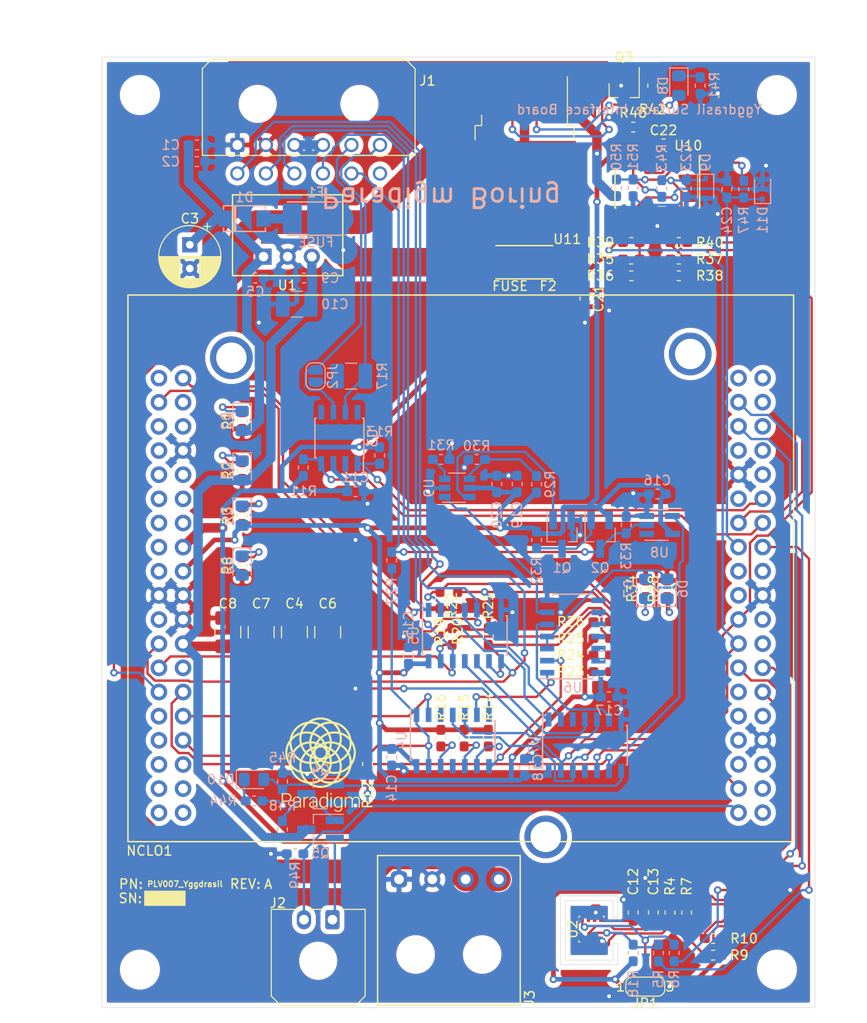
<source format=kicad_pcb>
(kicad_pcb (version 20171130) (host pcbnew "(5.1.8)-1")
  (title_block (title "Yggdrasil Surface Interface Board") (rev A) (comment 1 JKR) (comment 2 PLV007_Yggdrasil))
  (layers (0 F.Cu signal) (31 B.Cu signal) (34 B.Paste user) (35 F.Paste user) (36 B.SilkS user) (37 F.SilkS user) (38 B.Mask user) (39 F.Mask user) (44 Edge.Cuts user))
  (net 0 "")
  (net 1 GND)
  (net 2 +28V)
  (net 3 +12V)
  (net 4 +3V3)
  (net 5 +5V)
  (net 6 /C_SENSE)
  (net 7 /V_SENSE)
  (net 8 "Net-(D1-Pad2)")
  (net 9 "Net-(D2-Pad1)")
  (net 10 "Net-(D3-Pad1)")
  (net 11 "Net-(D4-Pad1)")
  (net 12 "Net-(D5-Pad1)")
  (net 13 "Net-(D6-Pad1)")
  (net 14 "Net-(D6-Pad2)")
  (net 15 /HEARTBEAT_BUFF)
  (net 16 "Net-(D7-Pad1)")
  (net 17 /LOAD_SWITCH)
  (net 18 "Net-(D8-Pad1)")
  (net 19 /UHBLS/UHB_MASTER)
  (net 20 "Net-(D10-Pad1)")
  (net 21 /VIN)
  (net 22 "Net-(F2-Pad1)")
  (net 23 /CANL)
  (net 24 /CANH)
  (net 25 /HEARTBEAT_ADDRESS_1)
  (net 26 /HEARTBEAT_ADDRESS_2)
  (net 27 /HEARTBEAT_ADDRESS_3)
  (net 28 /HEARTBEAT_ADDRESS_4)
  (net 29 /HEARTBEAT)
  (net 30 "Net-(J1-Pad12)")
  (net 31 "Net-(J2-Pad1)")
  (net 32 /UHB)
  (net 33 /UHBLS/UMBILICAL_V+)
  (net 34 /BME280_SDO)
  (net 35 "Net-(JP2-Pad1)")
  (net 36 "Net-(NCLO1-Pad1)")
  (net 37 "Net-(NCLO1-Pad4)")
  (net 38 "Net-(NCLO1-Pad5)")
  (net 39 "Net-(NCLO1-Pad7)")
  (net 40 "Net-(NCLO1-Pad6)")
  (net 41 "Net-(NCLO1-Pad9)")
  (net 42 "Net-(NCLO1-Pad13)")
  (net 43 "Net-(NCLO1-Pad15)")
  (net 44 "Net-(NCLO1-Pad14)")
  (net 45 "Net-(NCLO1-Pad12)")
  (net 46 "Net-(NCLO1-Pad11)")
  (net 47 "Net-(NCLO1-Pad10)")
  (net 48 "Net-(NCLO1-Pad17)")
  (net 49 "Net-(NCLO1-Pad21)")
  (net 50 "Net-(NCLO1-Pad31)")
  (net 51 "Net-(NCLO1-Pad29)")
  (net 52 /MCU_QB_INPUT)
  (net 53 "Net-(NCLO1-Pad26)")
  (net 54 /HEARTBEAT_RESTART)
  (net 55 "Net-(NCLO1-Pad37)")
  (net 56 "Net-(NCLO1-Pad36)")
  (net 57 "Net-(NCLO1-Pad34)")
  (net 58 "Net-(NCLO1-Pad35)")
  (net 59 "Net-(NCLO1-Pad38)")
  (net 60 "Net-(NCLO1-Pad33)")
  (net 61 "Net-(NCLO1-Pad40)")
  (net 62 /I2C_SDA)
  (net 63 "Net-(NCLO1-Pad46)")
  (net 64 "Net-(NCLO1-Pad45)")
  (net 65 "Net-(NCLO1-Pad44)")
  (net 66 /I2C_SCL)
  (net 67 "Net-(NCLO1-Pad54)")
  (net 68 /CAN_RX)
  (net 69 "Net-(NCLO1-Pad49)")
  (net 70 "Net-(NCLO1-Pad39)")
  (net 71 "Net-(NCLO1-Pad48)")
  (net 72 /C_SAFE)
  (net 73 "Net-(NCLO1-Pad62)")
  (net 74 /CAN_TX)
  (net 75 "Net-(NCLO1-Pad55)")
  (net 76 /V_SAFE)
  (net 77 "Net-(NCLO1-Pad60)")
  (net 78 "Net-(NCLO1-Pad57)")
  (net 79 "Net-(NCLO1-Pad56)")
  (net 80 "Net-(NCLO1-Pad42)")
  (net 81 "Net-(NCLO1-Pad66)")
  (net 82 "Net-(NCLO1-Pad65)")
  (net 83 "Net-(NCLO1-Pad71)")
  (net 84 "Net-(NCLO1-Pad67)")
  (net 85 "Net-(NCLO1-Pad68)")
  (net 86 "Net-(NCLO1-Pad63)")
  (net 87 "Net-(NCLO1-Pad64)")
  (net 88 "Net-(NCLO1-Pad74)")
  (net 89 "Net-(NCLO1-Pad72)")
  (net 90 /MCU_UHB_INPUT)
  (net 91 "Net-(NCLO1-Pad76)")
  (net 92 "Net-(NCLO1-Pad69)")
  (net 93 "Net-(Q1-Pad3)")
  (net 94 "Net-(Q1-Pad1)")
  (net 95 "Net-(Q3-Pad3)")
  (net 96 "Net-(Q3-Pad1)")
  (net 97 "Net-(Q4-Pad3)")
  (net 98 /BME280_CSB)
  (net 99 /AvionicsHeartbeatTemplate/HEARTBEAT_INPUT_5)
  (net 100 /AvionicsHeartbeatTemplate/HEARTBEAT_INPUT_6)
  (net 101 /AvionicsHeartbeatTemplate/HEARTBEAT_INPUT_7)
  (net 102 "Net-(R19-Pad2)")
  (net 103 "Net-(R20-Pad2)")
  (net 104 "Net-(R21-Pad2)")
  (net 105 "Net-(R22-Pad2)")
  (net 106 "Net-(R29-Pad2)")
  (net 107 "Net-(R31-Pad1)")
  (net 108 "Net-(R35-Pad2)")
  (net 109 "Net-(R37-Pad2)")
  (net 110 "Net-(R43-Pad1)")
  (net 111 "Net-(R46-Pad1)")
  (net 112 "Net-(R47-Pad1)")
  (net 113 "Net-(R50-Pad2)")
  (net 114 "Net-(U3-Pad5)")
  (net 115 "Net-(U3-Pad8)")
  (net 116 "Net-(U4-Pad8)")
  (net 117 "Net-(U4-Pad6)")
  (net 118 "Net-(U5-Pad3)")
  (net 119 "Net-(U5-Pad4)")
  (net 120 "Net-(U5-Pad10)")
  (net 121 "Net-(U5-Pad11)")
  (net 122 "Net-(U6-Pad5)")
  (net 123 "Net-(U6-Pad6)")
  (module BoringFootprints:ST_Nucleo-64 (layer F.Cu) (at 59.75 135.75)
    (fp_text reference NCLO1 (at -1 4) (layer F.SilkS))
    (fp_text value NUCLEO-L476RG)
    (pad 1 thru_hole circle (at 0 -45.72) (size 1.75 1.75) (drill 1.016) (layers *.Cu *.Mask) (net 36 "Net-(NCLO1-Pad1)"))
    (pad 2 thru_hole circle (at 2.54 -45.72) (size 1.75 1.75) (drill 1.016) (layers *.Cu *.Mask) (net 28 /HEARTBEAT_ADDRESS_4))
    (pad 3 thru_hole circle (at 0 -43.18) (size 1.75 1.75) (drill 1.016) (layers *.Cu *.Mask) (net 27 /HEARTBEAT_ADDRESS_3))
    (pad 4 thru_hole circle (at 2.54 -43.18) (size 1.75 1.75) (drill 1.016) (layers *.Cu *.Mask) (net 37 "Net-(NCLO1-Pad4)"))
    (pad 5 thru_hole circle (at 0 -40.64) (size 1.75 1.75) (drill 1.016) (layers *.Cu *.Mask) (net 38 "Net-(NCLO1-Pad5)"))
    (pad 8 thru_hole circle (at 2.54 -38.1) (size 1.75 1.75) (drill 1.016) (layers *.Cu *.Mask) (net 1 GND))
    (pad 7 thru_hole circle (at 0 -38.1) (size 1.75 1.75) (drill 1.016) (layers *.Cu *.Mask) (net 39 "Net-(NCLO1-Pad7)"))
    (pad 6 thru_hole circle (at 2.54 -40.64) (size 1.75 1.75) (drill 1.016) (layers *.Cu *.Mask) (net 40 "Net-(NCLO1-Pad6)"))
    (pad 9 thru_hole circle (at 0 -35.56) (size 1.75 1.75) (drill 1.016) (layers *.Cu *.Mask) (net 41 "Net-(NCLO1-Pad9)"))
    (pad 13 thru_hole circle (at 0 -30.48) (size 1.75 1.75) (drill 1.016) (layers *.Cu *.Mask) (net 42 "Net-(NCLO1-Pad13)"))
    (pad 16 thru_hole circle (at 2.54 -27.94) (size 1.75 1.75) (drill 1.016) (layers *.Cu *.Mask) (net 4 +3V3))
    (pad 15 thru_hole circle (at 0 -27.94) (size 1.75 1.75) (drill 1.016) (layers *.Cu *.Mask) (net 43 "Net-(NCLO1-Pad15)"))
    (pad 14 thru_hole circle (at 2.54 -30.48) (size 1.75 1.75) (drill 1.016) (layers *.Cu *.Mask) (net 44 "Net-(NCLO1-Pad14)"))
    (pad 12 thru_hole circle (at 2.54 -33.02) (size 1.75 1.75) (drill 1.016) (layers *.Cu *.Mask) (net 45 "Net-(NCLO1-Pad12)"))
    (pad 11 thru_hole circle (at 0 -33.02) (size 1.75 1.75) (drill 1.016) (layers *.Cu *.Mask) (net 46 "Net-(NCLO1-Pad11)"))
    (pad 10 thru_hole circle (at 2.54 -35.56) (size 1.75 1.75) (drill 1.016) (layers *.Cu *.Mask) (net 47 "Net-(NCLO1-Pad10)"))
    (pad 17 thru_hole circle (at 0 -25.4) (size 1.75 1.75) (drill 1.016) (layers *.Cu *.Mask) (net 48 "Net-(NCLO1-Pad17)"))
    (pad 21 thru_hole circle (at 0 -20.32) (size 1.75 1.75) (drill 1.016) (layers *.Cu *.Mask) (net 49 "Net-(NCLO1-Pad21)"))
    (pad 24 thru_hole circle (at 2.54 -17.78) (size 1.75 1.75) (drill 1.016) (layers *.Cu *.Mask) (net 3 +12V))
    (pad 23 thru_hole circle (at 0 -17.78) (size 1.75 1.75) (drill 1.016) (layers *.Cu *.Mask) (net 26 /HEARTBEAT_ADDRESS_2))
    (pad 22 thru_hole circle (at 2.54 -20.32) (size 1.75 1.75) (drill 1.016) (layers *.Cu *.Mask) (net 1 GND))
    (pad 20 thru_hole circle (at 2.54 -22.86) (size 1.75 1.75) (drill 1.016) (layers *.Cu *.Mask) (net 1 GND))
    (pad 19 thru_hole circle (at 0 -22.86) (size 1.75 1.75) (drill 1.016) (layers *.Cu *.Mask) (net 1 GND))
    (pad 18 thru_hole circle (at 2.54 -25.4) (size 1.75 1.75) (drill 1.016) (layers *.Cu *.Mask) (net 5 +5V))
    (pad 25 thru_hole circle (at 0 -15.24) (size 1.75 1.75) (drill 1.016) (layers *.Cu *.Mask) (net 25 /HEARTBEAT_ADDRESS_1))
    (pad 31 thru_hole circle (at 0 -7.62) (size 1.75 1.75) (drill 1.016) (layers *.Cu *.Mask) (net 50 "Net-(NCLO1-Pad31)"))
    (pad 27 thru_hole circle (at 0 -12.7) (size 1.75 1.75) (drill 1.016) (layers *.Cu *.Mask) (net 17 /LOAD_SWITCH))
    (pad 29 thru_hole circle (at 0 -10.16) (size 1.75 1.75) (drill 1.016) (layers *.Cu *.Mask) (net 51 "Net-(NCLO1-Pad29)"))
    (pad 30 thru_hole circle (at 2.54 -10.16) (size 1.75 1.75) (drill 1.016) (layers *.Cu *.Mask) (net 52 /MCU_QB_INPUT))
    (pad 26 thru_hole circle (at 2.54 -15.24) (size 1.75 1.75) (drill 1.016) (layers *.Cu *.Mask) (net 53 "Net-(NCLO1-Pad26)"))
    (pad 28 thru_hole circle (at 2.54 -12.7) (size 1.75 1.75) (drill 1.016) (layers *.Cu *.Mask) (net 15 /HEARTBEAT_BUFF))
    (pad 32 thru_hole circle (at 2.54 -7.62) (size 1.75 1.75) (drill 1.016) (layers *.Cu *.Mask) (net 54 /HEARTBEAT_RESTART))
    (pad 37 thru_hole circle (at 0 0) (size 1.75 1.75) (drill 1.016) (layers *.Cu *.Mask) (net 55 "Net-(NCLO1-Pad37)"))
    (pad 36 thru_hole circle (at 2.54 -2.54) (size 1.75 1.75) (drill 1.016) (layers *.Cu *.Mask) (net 56 "Net-(NCLO1-Pad36)"))
    (pad 34 thru_hole circle (at 2.54 -5.08) (size 1.75 1.75) (drill 1.016) (layers *.Cu *.Mask) (net 57 "Net-(NCLO1-Pad34)"))
    (pad 35 thru_hole circle (at 0 -2.54) (size 1.75 1.75) (drill 1.016) (layers *.Cu *.Mask) (net 58 "Net-(NCLO1-Pad35)"))
    (pad 38 thru_hole circle (at 2.54 0) (size 1.75 1.75) (drill 1.016) (layers *.Cu *.Mask) (net 59 "Net-(NCLO1-Pad38)"))
    (pad 33 thru_hole circle (at 0 -5.08) (size 1.75 1.75) (drill 1.016) (layers *.Cu *.Mask) (net 60 "Net-(NCLO1-Pad33)"))
    (pad 40 thru_hole circle (at 63.5 -45.73) (size 1.75 1.75) (drill 1.016) (layers *.Cu *.Mask) (net 61 "Net-(NCLO1-Pad40)"))
    (pad 43 thru_hole circle (at 60.96 -40.65) (size 1.75 1.75) (drill 1.016) (layers *.Cu *.Mask) (net 62 /I2C_SDA))
    (pad 46 thru_hole circle (at 63.5 -38.11) (size 1.75 1.75) (drill 1.016) (layers *.Cu *.Mask) (net 63 "Net-(NCLO1-Pad46)"))
    (pad 45 thru_hole circle (at 60.96 -38.11) (size 1.75 1.75) (drill 1.016) (layers *.Cu *.Mask) (net 64 "Net-(NCLO1-Pad45)"))
    (pad 44 thru_hole circle (at 63.5 -40.65) (size 1.75 1.75) (drill 1.016) (layers *.Cu *.Mask) (net 65 "Net-(NCLO1-Pad44)"))
    (pad 41 thru_hole circle (at 60.96 -43.19) (size 1.75 1.75) (drill 1.016) (layers *.Cu *.Mask) (net 66 /I2C_SCL))
    (pad 54 thru_hole circle (at 63.5 -27.95) (size 1.75 1.75) (drill 1.016) (layers *.Cu *.Mask) (net 67 "Net-(NCLO1-Pad54)"))
    (pad 52 thru_hole circle (at 63.5 -30.49) (size 1.75 1.75) (drill 1.016) (layers *.Cu *.Mask) (net 68 /CAN_RX))
    (pad 49 thru_hole circle (at 60.96 -33.03) (size 1.75 1.75) (drill 1.016) (layers *.Cu *.Mask) (net 69 "Net-(NCLO1-Pad49)"))
    (pad 39 thru_hole circle (at 60.96 -45.73) (size 1.75 1.75) (drill 1.016) (layers *.Cu *.Mask) (net 70 "Net-(NCLO1-Pad39)"))
    (pad 51 thru_hole circle (at 60.96 -30.49) (size 1.75 1.75) (drill 1.016) (layers *.Cu *.Mask) (net 6 /C_SENSE))
    (pad 48 thru_hole circle (at 63.5 -35.57) (size 1.75 1.75) (drill 1.016) (layers *.Cu *.Mask) (net 71 "Net-(NCLO1-Pad48)"))
    (pad 59 thru_hole circle (at 60.96 -20.33) (size 1.75 1.75) (drill 1.016) (layers *.Cu *.Mask) (net 72 /C_SAFE))
    (pad 62 thru_hole circle (at 63.5 -17.79) (size 1.75 1.75) (drill 1.016) (layers *.Cu *.Mask) (net 73 "Net-(NCLO1-Pad62)"))
    (pad 53 thru_hole circle (at 60.96 -27.95) (size 1.75 1.75) (drill 1.016) (layers *.Cu *.Mask) (net 7 /V_SENSE))
    (pad 50 thru_hole circle (at 63.5 -33.03) (size 1.75 1.75) (drill 1.016) (layers *.Cu *.Mask) (net 74 /CAN_TX))
    (pad 55 thru_hole circle (at 60.96 -25.41) (size 1.75 1.75) (drill 1.016) (layers *.Cu *.Mask) (net 75 "Net-(NCLO1-Pad55)"))
    (pad 47 thru_hole circle (at 60.96 -35.57) (size 1.75 1.75) (drill 1.016) (layers *.Cu *.Mask) (net 1 GND))
    (pad 61 thru_hole circle (at 60.96 -17.79) (size 1.75 1.75) (drill 1.016) (layers *.Cu *.Mask) (net 76 /V_SAFE))
    (pad 60 thru_hole circle (at 63.5 -20.33) (size 1.75 1.75) (drill 1.016) (layers *.Cu *.Mask) (net 77 "Net-(NCLO1-Pad60)"))
    (pad 58 thru_hole circle (at 63.5 -22.87) (size 1.75 1.75) (drill 1.016) (layers *.Cu *.Mask) (net 1 GND))
    (pad 57 thru_hole circle (at 60.96 -22.87) (size 1.75 1.75) (drill 1.016) (layers *.Cu *.Mask) (net 78 "Net-(NCLO1-Pad57)"))
    (pad 56 thru_hole circle (at 63.5 -25.41) (size 1.75 1.75) (drill 1.016) (layers *.Cu *.Mask) (net 79 "Net-(NCLO1-Pad56)"))
    (pad 42 thru_hole circle (at 63.5 -43.19) (size 1.75 1.75) (drill 1.016) (layers *.Cu *.Mask) (net 80 "Net-(NCLO1-Pad42)"))
    (pad 66 thru_hole circle (at 63.5 -12.71) (size 1.75 1.75) (drill 1.016) (layers *.Cu *.Mask) (net 81 "Net-(NCLO1-Pad66)"))
    (pad 65 thru_hole circle (at 60.96 -12.71) (size 1.75 1.75) (drill 1.016) (layers *.Cu *.Mask) (net 82 "Net-(NCLO1-Pad65)"))
    (pad 71 thru_hole circle (at 60.96 -5.09) (size 1.75 1.75) (drill 1.016) (layers *.Cu *.Mask) (net 83 "Net-(NCLO1-Pad71)"))
    (pad 67 thru_hole circle (at 60.96 -10.17) (size 1.75 1.75) (drill 1.016) (layers *.Cu *.Mask) (net 84 "Net-(NCLO1-Pad67)"))
    (pad 68 thru_hole circle (at 63.5 -10.17) (size 1.75 1.75) (drill 1.016) (layers *.Cu *.Mask) (net 85 "Net-(NCLO1-Pad68)"))
    (pad 75 thru_hole circle (at 60.96 -0.01) (size 1.75 1.75) (drill 1.016) (layers *.Cu *.Mask) (net 32 /UHB))
    (pad 63 thru_hole circle (at 60.96 -15.25) (size 1.75 1.75) (drill 1.016) (layers *.Cu *.Mask) (net 86 "Net-(NCLO1-Pad63)"))
    (pad 64 thru_hole circle (at 63.5 -15.25) (size 1.75 1.75) (drill 1.016) (layers *.Cu *.Mask) (net 87 "Net-(NCLO1-Pad64)"))
    (pad 70 thru_hole circle (at 63.5 -7.63) (size 1.75 1.75) (drill 1.016) (layers *.Cu *.Mask) (net 1 GND))
    (pad 74 thru_hole circle (at 63.5 -2.55) (size 1.75 1.75) (drill 1.016) (layers *.Cu *.Mask) (net 88 "Net-(NCLO1-Pad74)"))
    (pad 72 thru_hole circle (at 63.5 -5.09) (size 1.75 1.75) (drill 1.016) (layers *.Cu *.Mask) (net 89 "Net-(NCLO1-Pad72)"))
    (pad 73 thru_hole circle (at 60.96 -2.55) (size 1.75 1.75) (drill 1.016) (layers *.Cu *.Mask) (net 90 /MCU_UHB_INPUT))
    (pad 76 thru_hole circle (at 63.5 -0.01) (size 1.75 1.75) (drill 1.016) (layers *.Cu *.Mask) (net 91 "Net-(NCLO1-Pad76)"))
    (pad 69 thru_hole circle (at 60.96 -7.63) (size 1.75 1.75) (drill 1.016) (layers *.Cu *.Mask) (net 92 "Net-(NCLO1-Pad69)"))
    (pad "" np_thru_hole circle (at 55.88 -48.26) (size 4.5 4.5) (drill 3.2) (layers *.Cu *.Mask))
    (pad "" np_thru_hole circle (at 7.62 -47.87) (size 4.5 4.5) (drill 3.2) (layers *.Cu *.Mask))
    (pad "" np_thru_hole circle (at 40.68 2.54) (size 4.5 4.5) (drill 3.2) (layers *.Cu *.Mask))
  )
  (module Package_SO:SOIC-14_3.9x8.7mm_P1.27mm (layer B.Cu) (at 90.65 128.15 270)
    (fp_text reference U4 (at 0 5.375 270) (layer B.SilkS) (effects (justify mirror)))
    (fp_text value 74HC21)
    (pad 14 smd rect (at 2.7 3.81 270) (size 1.5 0.6) (layers B.Cu B.Paste B.Mask) (net 5 +5V))
    (pad 13 smd rect (at 2.7 2.54 270) (size 1.5 0.6) (layers B.Cu B.Paste B.Mask) (net 54 /HEARTBEAT_RESTART))
    (pad 12 smd rect (at 2.7 1.27 270) (size 1.5 0.6) (layers B.Cu B.Paste B.Mask) (net 101 /AvionicsHeartbeatTemplate/HEARTBEAT_INPUT_7))
    (pad 11 smd rect (at 2.7 0 270) (size 1.5 0.6) (layers B.Cu B.Paste B.Mask))
    (pad 10 smd rect (at 2.7 -1.27 270) (size 1.5 0.6) (layers B.Cu B.Paste B.Mask) (net 100 /AvionicsHeartbeatTemplate/HEARTBEAT_INPUT_6))
    (pad 9 smd rect (at 2.7 -2.54 270) (size 1.5 0.6) (layers B.Cu B.Paste B.Mask) (net 99 /AvionicsHeartbeatTemplate/HEARTBEAT_INPUT_5))
    (pad 8 smd rect (at 2.7 -3.81 270) (size 1.5 0.6) (layers B.Cu B.Paste B.Mask) (net 116 "Net-(U4-Pad8)"))
    (pad 7 smd rect (at -2.7 -3.81 270) (size 1.5 0.6) (layers B.Cu B.Paste B.Mask) (net 1 GND))
    (pad 6 smd rect (at -2.7 -2.54 270) (size 1.5 0.6) (layers B.Cu B.Paste B.Mask) (net 117 "Net-(U4-Pad6)"))
    (pad 5 smd rect (at -2.7 -1.27 270) (size 1.5 0.6) (layers B.Cu B.Paste B.Mask) (net 72 /C_SAFE))
    (pad 4 smd rect (at -2.7 0 270) (size 1.5 0.6) (layers B.Cu B.Paste B.Mask) (net 76 /V_SAFE))
    (pad 3 smd rect (at -2.7 1.27 270) (size 1.5 0.6) (layers B.Cu B.Paste B.Mask))
    (pad 2 smd rect (at -2.7 2.54 270) (size 1.5 0.6) (layers B.Cu B.Paste B.Mask) (net 52 /MCU_QB_INPUT))
    (pad 1 smd rect (at -2.7 3.81 270) (size 1.5 0.6) (layers B.Cu B.Paste B.Mask) (net 54 /HEARTBEAT_RESTART))
  )
  (module Package_SO:SOIC-14_3.9x8.7mm_P1.27mm (layer B.Cu) (at 104.55 128.64 270)
    (fp_text reference U7 (at 0 5.375 270) (layer B.SilkS) (effects (justify mirror)))
    (fp_text value 74HC21)
    (pad 1 smd rect (at -2.7 3.81 270) (size 1.5 0.6) (layers B.Cu B.Paste B.Mask) (net 118 "Net-(U5-Pad3)"))
    (pad 2 smd rect (at -2.7 2.54 270) (size 1.5 0.6) (layers B.Cu B.Paste B.Mask) (net 119 "Net-(U5-Pad4)"))
    (pad 3 smd rect (at -2.7 1.27 270) (size 1.5 0.6) (layers B.Cu B.Paste B.Mask))
    (pad 4 smd rect (at -2.7 0 270) (size 1.5 0.6) (layers B.Cu B.Paste B.Mask) (net 120 "Net-(U5-Pad10)"))
    (pad 5 smd rect (at -2.7 -1.27 270) (size 1.5 0.6) (layers B.Cu B.Paste B.Mask) (net 121 "Net-(U5-Pad11)"))
    (pad 6 smd rect (at -2.7 -2.54 270) (size 1.5 0.6) (layers B.Cu B.Paste B.Mask) (net 122 "Net-(U6-Pad5)"))
    (pad 7 smd rect (at -2.7 -3.81 270) (size 1.5 0.6) (layers B.Cu B.Paste B.Mask) (net 1 GND))
    (pad 8 smd rect (at 2.7 -3.81 270) (size 1.5 0.6) (layers B.Cu B.Paste B.Mask) (net 19 /UHBLS/UHB_MASTER))
    (pad 9 smd rect (at 2.7 -2.54 270) (size 1.5 0.6) (layers B.Cu B.Paste B.Mask) (net 15 /HEARTBEAT_BUFF))
    (pad 10 smd rect (at 2.7 -1.27 270) (size 1.5 0.6) (layers B.Cu B.Paste B.Mask) (net 90 /MCU_UHB_INPUT))
    (pad 11 smd rect (at 2.7 0 270) (size 1.5 0.6) (layers B.Cu B.Paste B.Mask))
    (pad 12 smd rect (at 2.7 1.27 270) (size 1.5 0.6) (layers B.Cu B.Paste B.Mask) (net 76 /V_SAFE))
    (pad 13 smd rect (at 2.7 2.54 270) (size 1.5 0.6) (layers B.Cu B.Paste B.Mask) (net 72 /C_SAFE))
    (pad 14 smd rect (at 2.7 3.81 270) (size 1.5 0.6) (layers B.Cu B.Paste B.Mask) (net 5 +5V))
  )
  (module BoringFootprints:Paradigm_Title_Block (layer F.Cu) (at 63 143.25)
    (fp_text reference REF**)
    (fp_text value Paradigm_Title_Block)
    (fp_text user SN: (at -6.25 1.5) (layer F.SilkS))
    (fp_text user "PN:            REV:" (at 0 0) (layer F.SilkS))
  )
  (module BoringFootprints:Paradigm_NameBelow_12.7mm (layer F.Cu) (at 76.75 130.75)
    (fp_text reference G*** hide)
    (fp_text value LOGO hide)
  )
  (module MountingHole:MountingHole_3.2mm_M3 (layer F.Cu) (at 57.75 152.25)
    (fp_text reference REF**)
    (fp_text value MountingHole_3.2mm_M3)
    (pad 1 np_thru_hole circle (at 0 0) (size 3.2 3.2) (drill 3.2) (layers *.Cu *.Mask))
  )
  (module MountingHole:MountingHole_3.2mm_M3 (layer F.Cu) (at 124.75 152.25)
    (fp_text reference REF**)
    (fp_text value MountingHole_3.2mm_M3)
    (pad 1 np_thru_hole circle (at 0 0) (size 3.2 3.2) (drill 3.2) (layers *.Cu *.Mask))
  )
  (module MountingHole:MountingHole_3.2mm_M3 (layer F.Cu) (at 124.75 60.25)
    (fp_text reference REF**)
    (fp_text value MountingHole_3.2mm_M3)
    (pad 1 np_thru_hole circle (at 0 0) (size 3.2 3.2) (drill 3.2) (layers *.Cu *.Mask))
  )
  (module MountingHole:MountingHole_3.2mm_M3 (layer F.Cu) (at 57.75 60.25)
    (fp_text reference REF**)
    (fp_text value MountingHole_3.2mm_M3)
    (pad 1 np_thru_hole circle (at 0 0) (size 3.2 3.2) (drill 3.2) (layers *.Cu *.Mask))
  )
  (module Capacitor_SMD:C_0603_1608Metric_Pad1.05x0.95mm_HandSolder (layer B.Cu) (at 63.75 65.5)
    (fp_text reference C1 (at -2.75 0) (layer B.SilkS) (effects (justify mirror)))
    (fp_text value DNP)
    (pad 2 smd roundrect (at 0.875 0) (size 1.05 0.95) (layers B.Cu B.Paste B.Mask) (net 1 GND))
    (pad 1 smd roundrect (at -0.875 0) (size 1.05 0.95) (layers B.Cu B.Paste B.Mask) (net 2 +28V))
  )
  (module Capacitor_SMD:C_0603_1608Metric_Pad1.05x0.95mm_HandSolder (layer B.Cu) (at 63.75 67.25)
    (fp_text reference C2 (at -2.75 0) (layer B.SilkS) (effects (justify mirror)))
    (fp_text value DNP)
    (pad 1 smd roundrect (at -0.875 0) (size 1.05 0.95) (layers B.Cu B.Paste B.Mask) (net 2 +28V))
    (pad 2 smd roundrect (at 0.875 0) (size 1.05 0.95) (layers B.Cu B.Paste B.Mask) (net 1 GND))
  )
  (module Capacitor_THT:CP_Radial_D6.3mm_P2.50mm (layer F.Cu) (at 63 76 270)
    (fp_text reference C3 (at -2.75 0) (layer F.SilkS))
    (fp_text value 47uF)
    (pad 1 thru_hole rect (at 0 0 270) (size 1.6 1.6) (drill 0.8) (layers *.Cu *.Mask) (net 2 +28V))
    (pad 2 thru_hole circle (at 2.5 0 270) (size 1.6 1.6) (drill 0.8) (layers *.Cu *.Mask) (net 1 GND))
  )
  (module Capacitor_SMD:C_1210_3225Metric_Pad1.42x2.65mm_HandSolder (layer F.Cu) (at 74 116.75 90)
    (fp_text reference C4 (at 3 0 180) (layer F.SilkS))
    (fp_text value 10uF)
    (pad 1 smd roundrect (at -1.4875 0 90) (size 1.425 2.65) (layers F.Cu F.Paste F.Mask) (roundrect_rratio 0.175439) (net 3 +12V))
    (pad 2 smd roundrect (at 1.4875 0 90) (size 1.425 2.65) (layers F.Cu F.Paste F.Mask) (roundrect_rratio 0.175439) (net 1 GND))
  )
  (module Capacitor_SMD:C_0603_1608Metric_Pad1.05x0.95mm_HandSolder (layer B.Cu) (at 69.875 79.5)
    (fp_text reference C5 (at 0 1.43) (layer B.SilkS) (effects (justify mirror)))
    (fp_text value 1uF)
    (pad 2 smd roundrect (at 0.875 0) (size 1.05 0.95) (layers B.Cu B.Paste B.Mask) (net 1 GND))
    (pad 1 smd roundrect (at -0.875 0) (size 1.05 0.95) (layers B.Cu B.Paste B.Mask) (net 2 +28V))
  )
  (module Capacitor_SMD:C_1210_3225Metric_Pad1.42x2.65mm_HandSolder (layer F.Cu) (at 77.5 116.75 90)
    (fp_text reference C6 (at 3 0 180) (layer F.SilkS))
    (fp_text value 10uF)
    (pad 2 smd roundrect (at 1.4875 0 90) (size 1.425 2.65) (layers F.Cu F.Paste F.Mask) (roundrect_rratio 0.175439) (net 1 GND))
    (pad 1 smd roundrect (at -1.4875 0 90) (size 1.425 2.65) (layers F.Cu F.Paste F.Mask) (roundrect_rratio 0.175439) (net 3 +12V))
  )
  (module Capacitor_SMD:C_1210_3225Metric_Pad1.42x2.65mm_HandSolder (layer F.Cu) (at 70.5 116.75 90)
    (fp_text reference C7 (at 3 0 180) (layer F.SilkS))
    (fp_text value 10uF)
    (pad 1 smd roundrect (at -1.4875 0 90) (size 1.425 2.65) (layers F.Cu F.Paste F.Mask) (roundrect_rratio 0.175439) (net 3 +12V))
    (pad 2 smd roundrect (at 1.4875 0 90) (size 1.425 2.65) (layers F.Cu F.Paste F.Mask) (roundrect_rratio 0.175439) (net 1 GND))
  )
  (module Capacitor_SMD:C_1210_3225Metric_Pad1.42x2.65mm_HandSolder (layer F.Cu) (at 67 116.75 90)
    (fp_text reference C8 (at 3 0 180) (layer F.SilkS))
    (fp_text value 10uF)
    (pad 2 smd roundrect (at 1.4875 0 90) (size 1.425 2.65) (layers F.Cu F.Paste F.Mask) (roundrect_rratio 0.175439) (net 1 GND))
    (pad 1 smd roundrect (at -1.4875 0 90) (size 1.425 2.65) (layers F.Cu F.Paste F.Mask) (roundrect_rratio 0.175439) (net 3 +12V))
  )
  (module Capacitor_SMD:C_0603_1608Metric_Pad1.05x0.95mm_HandSolder (layer B.Cu) (at 75 79.5 180)
    (fp_text reference C9 (at -2.75 0 180) (layer B.SilkS) (effects (justify mirror)))
    (fp_text value 0.1uF)
    (pad 2 smd roundrect (at 0.875 0 180) (size 1.05 0.95) (layers B.Cu B.Paste B.Mask) (net 1 GND))
    (pad 1 smd roundrect (at -0.875 0 180) (size 1.05 0.95) (layers B.Cu B.Paste B.Mask) (net 3 +12V))
  )
  (module Capacitor_SMD:C_1210_3225Metric_Pad1.42x2.65mm_HandSolder (layer B.Cu) (at 74.25 82.25 180)
    (fp_text reference C10 (at -4 0 180) (layer B.SilkS) (effects (justify mirror)))
    (fp_text value 10uF)
    (pad 1 smd roundrect (at -1.4875 0 180) (size 1.425 2.65) (layers B.Cu B.Paste B.Mask) (roundrect_rratio 0.175439) (net 3 +12V))
    (pad 2 smd roundrect (at 1.4875 0 180) (size 1.425 2.65) (layers B.Cu B.Paste B.Mask) (roundrect_rratio 0.175439) (net 1 GND))
  )
  (module Capacitor_SMD:C_0603_1608Metric_Pad1.05x0.95mm_HandSolder (layer B.Cu) (at 80.42 101.97)
    (fp_text reference C11 (at 0 -1.5 180) (layer B.SilkS) (effects (justify mirror)))
    (fp_text value 0.1uF)
    (pad 1 smd roundrect (at -0.875 0) (size 1.05 0.95) (layers B.Cu B.Paste B.Mask) (net 4 +3V3))
    (pad 2 smd roundrect (at 0.875 0) (size 1.05 0.95) (layers B.Cu B.Paste B.Mask) (net 1 GND))
  )
  (module Capacitor_SMD:C_0603_1608Metric_Pad1.05x0.95mm_HandSolder (layer F.Cu) (at 109.63 146.25 90)
    (fp_text reference C12 (at 3.25 0 90) (layer F.SilkS))
    (fp_text value 0.1uF)
    (pad 2 smd roundrect (at 0.875 0 90) (size 1.05 0.95) (layers F.Cu F.Paste F.Mask) (net 1 GND))
    (pad 1 smd roundrect (at -0.875 0 90) (size 1.05 0.95) (layers F.Cu F.Paste F.Mask) (net 4 +3V3))
  )
  (module Capacitor_SMD:C_0603_1608Metric_Pad1.05x0.95mm_HandSolder (layer F.Cu) (at 111.75 146.25 90)
    (fp_text reference C13 (at 3.25 0 90) (layer F.SilkS))
    (fp_text value 1uF)
    (pad 1 smd roundrect (at -0.875 0 90) (size 1.05 0.95) (layers F.Cu F.Paste F.Mask) (net 4 +3V3))
    (pad 2 smd roundrect (at 0.875 0 90) (size 1.05 0.95) (layers F.Cu F.Paste F.Mask) (net 1 GND))
  )
  (module Capacitor_SMD:C_0603_1608Metric_Pad1.05x0.95mm_HandSolder (layer B.Cu) (at 84.23 129.91 270)
    (fp_text reference C14 (at 3.25 0 90) (layer B.SilkS) (effects (justify mirror)))
    (fp_text value 0.1uF)
    (pad 2 smd roundrect (at 0.875 0 270) (size 1.05 0.95) (layers B.Cu B.Paste B.Mask) (net 1 GND))
    (pad 1 smd roundrect (at -0.875 0 270) (size 1.05 0.95) (layers B.Cu B.Paste B.Mask) (net 5 +5V))
  )
  (module Capacitor_SMD:C_0603_1608Metric_Pad1.05x0.95mm_HandSolder (layer B.Cu) (at 86 119.2 90)
    (fp_text reference C15 (at 3.25 0 270) (layer B.SilkS) (effects (justify mirror)))
    (fp_text value 0.1uF)
    (pad 1 smd roundrect (at -0.875 0 90) (size 1.05 0.95) (layers B.Cu B.Paste B.Mask) (net 5 +5V))
    (pad 2 smd roundrect (at 0.875 0 90) (size 1.05 0.95) (layers B.Cu B.Paste B.Mask) (net 1 GND))
  )
  (module Capacitor_SMD:C_0603_1608Metric_Pad1.05x0.95mm_HandSolder (layer B.Cu) (at 112.17 102.22 180)
    (fp_text reference C16 (at 0 1.43 180) (layer B.SilkS) (effects (justify mirror)))
    (fp_text value 0.1uF)
    (pad 2 smd roundrect (at 0.875 0 180) (size 1.05 0.95) (layers B.Cu B.Paste B.Mask) (net 1 GND))
    (pad 1 smd roundrect (at -0.875 0 180) (size 1.05 0.95) (layers B.Cu B.Paste B.Mask) (net 5 +5V))
  )
  (module Capacitor_SMD:C_0603_1608Metric_Pad1.05x0.95mm_HandSolder (layer B.Cu) (at 107.09 123.56)
    (fp_text reference C17 (at 0 1.43 180) (layer B.SilkS) (effects (justify mirror)))
    (fp_text value 0.1uF)
    (pad 1 smd roundrect (at -0.875 0) (size 1.05 0.95) (layers B.Cu B.Paste B.Mask) (net 5 +5V))
    (pad 2 smd roundrect (at 0.875 0) (size 1.05 0.95) (layers B.Cu B.Paste B.Mask) (net 1 GND))
  )
  (module Capacitor_SMD:C_0603_1608Metric_Pad1.05x0.95mm_HandSolder (layer B.Cu) (at 98.2 130.98 90)
    (fp_text reference C18 (at 0 1.43 270) (layer B.SilkS) (effects (justify mirror)))
    (fp_text value 0.1uF)
    (pad 1 smd roundrect (at -0.875 0 90) (size 1.05 0.95) (layers B.Cu B.Paste B.Mask) (net 5 +5V))
    (pad 2 smd roundrect (at 0.875 0 90) (size 1.05 0.95) (layers B.Cu B.Paste B.Mask) (net 1 GND))
  )
  (module Capacitor_SMD:C_0603_1608Metric_Pad1.05x0.95mm_HandSolder (layer B.Cu) (at 97.425 101.159046 90)
    (fp_text reference C19 (at -3.25 0 90) (layer B.SilkS) (effects (justify mirror)))
    (fp_text value 0.1uF)
    (pad 1 smd roundrect (at -0.875 0 90) (size 1.05 0.95) (layers B.Cu B.Paste B.Mask) (net 5 +5V))
    (pad 2 smd roundrect (at 0.875 0 90) (size 1.05 0.95) (layers B.Cu B.Paste B.Mask) (net 1 GND))
  )
  (module Capacitor_SMD:C_0603_1608Metric_Pad1.05x0.95mm_HandSolder (layer B.Cu) (at 95.285 101.159046 90)
    (fp_text reference C20 (at -3.25 0 90) (layer B.SilkS) (effects (justify mirror)))
    (fp_text value 1uF)
    (pad 1 smd roundrect (at -0.875 0 90) (size 1.05 0.95) (layers B.Cu B.Paste B.Mask) (net 5 +5V))
    (pad 2 smd roundrect (at 0.875 0 90) (size 1.05 0.95) (layers B.Cu B.Paste B.Mask) (net 1 GND))
  )
  (module Capacitor_SMD:C_0603_1608Metric_Pad1.05x0.95mm_HandSolder (layer F.Cu) (at 104.55 81.65 270)
    (fp_text reference C21 (at 0 -1.43 270) (layer F.SilkS))
    (fp_text value 0.1uF)
    (pad 1 smd roundrect (at -0.875 0 270) (size 1.05 0.95) (layers F.Cu F.Paste F.Mask) (net 4 +3V3))
    (pad 2 smd roundrect (at 0.875 0 270) (size 1.05 0.95) (layers F.Cu F.Paste F.Mask) (net 1 GND))
  )
  (module Capacitor_SMD:C_0603_1608Metric_Pad1.05x0.95mm_HandSolder (layer F.Cu) (at 112.815 65.39)
    (fp_text reference C22 (at 0 -1.43 180) (layer F.SilkS))
    (fp_text value 0.1uF)
    (pad 1 smd roundrect (at -0.875 0) (size 1.05 0.95) (layers F.Cu F.Paste F.Mask) (net 5 +5V))
    (pad 2 smd roundrect (at 0.875 0) (size 1.05 0.95) (layers F.Cu F.Paste F.Mask) (net 1 GND))
  )
  (module Capacitor_SMD:C_0603_1608Metric_Pad1.05x0.95mm_HandSolder (layer B.Cu) (at 115.21 70.08 270)
    (fp_text reference C23 (at -3.25 0 90) (layer B.SilkS) (effects (justify mirror)))
    (fp_text value 0.47uF)
    (pad 1 smd roundrect (at -0.875 0 270) (size 1.05 0.95) (layers B.Cu B.Paste B.Mask) (net 6 /C_SENSE))
    (pad 2 smd roundrect (at 0.875 0 270) (size 1.05 0.95) (layers B.Cu B.Paste B.Mask) (net 1 GND))
  )
  (module Capacitor_SMD:C_0603_1608Metric_Pad1.05x0.95mm_HandSolder (layer B.Cu) (at 119.49 70.16 90)
    (fp_text reference C24 (at -3.25 0 90) (layer B.SilkS) (effects (justify mirror)))
    (fp_text value 0.47uF)
    (pad 2 smd roundrect (at 0.875 0 90) (size 1.05 0.95) (layers B.Cu B.Paste B.Mask) (net 1 GND))
    (pad 1 smd roundrect (at -0.875 0 90) (size 1.05 0.95) (layers B.Cu B.Paste B.Mask) (net 7 /V_SENSE))
  )
  (module BoringFootprints:DO-221AC (layer B.Cu) (at 68.75 73.25)
    (fp_text reference D1 (at 0 -2.25) (layer B.SilkS) (effects (justify mirror)))
    (fp_text value D_Schottky)
    (pad 1 smd rect (at -2.01 0) (size 1.5 1.7) (layers B.Cu B.Paste B.Mask) (net 2 +28V))
    (pad 2 smd rect (at 2.01 0) (size 1.5 1.7) (layers B.Cu B.Paste B.Mask) (net 8 "Net-(D1-Pad2)"))
  )
  (module LED_SMD:LED_0805_2012Metric_Pad1.15x1.40mm_HandSolder (layer B.Cu) (at 68.5 94.530001 270)
    (fp_text reference D2 (at 0 1.65 270) (layer B.SilkS) (effects (justify mirror)))
    (fp_text value 28V)
    (pad 1 smd roundrect (at -1.025 0 270) (size 1.15 1.4) (layers B.Cu B.Paste B.Mask) (roundrect_rratio 0.217391) (net 9 "Net-(D2-Pad1)"))
    (pad 2 smd roundrect (at 1.025 0 270) (size 1.15 1.4) (layers B.Cu B.Paste B.Mask) (roundrect_rratio 0.217391) (net 2 +28V))
  )
  (module LED_SMD:LED_0805_2012Metric_Pad1.15x1.40mm_HandSolder (layer B.Cu) (at 68.5 99.75 270)
    (fp_text reference D3 (at 0 1.65 270) (layer B.SilkS) (effects (justify mirror)))
    (fp_text value 12V)
    (pad 1 smd roundrect (at -1.025 0 270) (size 1.15 1.4) (layers B.Cu B.Paste B.Mask) (roundrect_rratio 0.217391) (net 10 "Net-(D3-Pad1)"))
    (pad 2 smd roundrect (at 1.025 0 270) (size 1.15 1.4) (layers B.Cu B.Paste B.Mask) (roundrect_rratio 0.217391) (net 3 +12V))
  )
  (module LED_SMD:LED_0805_2012Metric_Pad1.15x1.40mm_HandSolder (layer B.Cu) (at 68.5 104.5 270)
    (fp_text reference D4 (at 0 1.65 270) (layer B.SilkS) (effects (justify mirror)))
    (fp_text value 5V)
    (pad 2 smd roundrect (at 1.025 0 270) (size 1.15 1.4) (layers B.Cu B.Paste B.Mask) (roundrect_rratio 0.217391) (net 5 +5V))
    (pad 1 smd roundrect (at -1.025 0 270) (size 1.15 1.4) (layers B.Cu B.Paste B.Mask) (roundrect_rratio 0.217391) (net 11 "Net-(D4-Pad1)"))
  )
  (module LED_SMD:LED_0805_2012Metric_Pad1.15x1.40mm_HandSolder (layer B.Cu) (at 68.5 109.75 270)
    (fp_text reference D5 (at 0 1.65 270) (layer B.SilkS) (effects (justify mirror)))
    (fp_text value 3V3)
    (pad 1 smd roundrect (at -1.025 0 270) (size 1.15 1.4) (layers B.Cu B.Paste B.Mask) (roundrect_rratio 0.217391) (net 12 "Net-(D5-Pad1)"))
    (pad 2 smd roundrect (at 1.025 0 270) (size 1.15 1.4) (layers B.Cu B.Paste B.Mask) (roundrect_rratio 0.217391) (net 4 +3V3))
  )
  (module LED_SMD:LED_0805_2012Metric_Pad1.15x1.40mm_HandSolder (layer B.Cu) (at 113.19 112.19 90)
    (fp_text reference D6 (at 0 1.65 90) (layer B.SilkS) (effects (justify mirror)))
    (fp_text value QB_IN)
    (pad 1 smd roundrect (at -1.025 0 90) (size 1.15 1.4) (layers B.Cu B.Paste B.Mask) (roundrect_rratio 0.217391) (net 13 "Net-(D6-Pad1)"))
    (pad 2 smd roundrect (at 1.025 0 90) (size 1.15 1.4) (layers B.Cu B.Paste B.Mask) (roundrect_rratio 0.217391) (net 14 "Net-(D6-Pad2)"))
  )
  (module LED_SMD:LED_0805_2012Metric_Pad1.15x1.40mm_HandSolder (layer B.Cu) (at 110.94 112.19 90)
    (fp_text reference D7 (at 0 -1.75 90) (layer B.SilkS) (effects (justify mirror)))
    (fp_text value QB_OUT)
    (pad 2 smd roundrect (at 1.025 0 90) (size 1.15 1.4) (layers B.Cu B.Paste B.Mask) (roundrect_rratio 0.217391) (net 15 /HEARTBEAT_BUFF))
    (pad 1 smd roundrect (at -1.025 0 90) (size 1.15 1.4) (layers B.Cu B.Paste B.Mask) (roundrect_rratio 0.217391) (net 16 "Net-(D7-Pad1)"))
  )
  (module LED_SMD:LED_0805_2012Metric_Pad1.15x1.40mm_HandSolder (layer B.Cu) (at 114.43 59.26 270)
    (fp_text reference D8 (at 0 1.65 270) (layer B.SilkS) (effects (justify mirror)))
    (fp_text value LED)
    (pad 2 smd roundrect (at 1.025 0 270) (size 1.15 1.4) (layers B.Cu B.Paste B.Mask) (roundrect_rratio 0.217391) (net 17 /LOAD_SWITCH))
    (pad 1 smd roundrect (at -1.025 0 270) (size 1.15 1.4) (layers B.Cu B.Paste B.Mask) (roundrect_rratio 0.217391) (net 18 "Net-(D8-Pad1)"))
  )
  (module Diode_SMD:D_SOD-323 (layer B.Cu) (at 117.25 70.08 270)
    (fp_text reference D9 (at -2.75 0 90) (layer B.SilkS) (effects (justify mirror)))
    (fp_text value 3.3V)
    (pad 1 smd rect (at -1.05 0 270) (size 0.6 0.45) (layers B.Cu B.Paste B.Mask) (net 6 /C_SENSE))
    (pad 2 smd rect (at 1.05 0 270) (size 0.6 0.45) (layers B.Cu B.Paste B.Mask) (net 1 GND))
  )
  (module LED_SMD:LED_0805_2012Metric_Pad1.15x1.40mm_HandSolder (layer B.Cu) (at 69.75 132.25)
    (fp_text reference D10 (at -3.5 0) (layer B.SilkS) (effects (justify mirror)))
    (fp_text value LED)
    (pad 2 smd roundrect (at 1.025 0) (size 1.15 1.4) (layers B.Cu B.Paste B.Mask) (roundrect_rratio 0.217391) (net 19 /UHBLS/UHB_MASTER))
    (pad 1 smd roundrect (at -1.025 0) (size 1.15 1.4) (layers B.Cu B.Paste B.Mask) (roundrect_rratio 0.217391) (net 20 "Net-(D10-Pad1)"))
  )
  (module Diode_SMD:D_SOD-323 (layer B.Cu) (at 123.24 70.16 90)
    (fp_text reference D11 (at -3.25 0 90) (layer B.SilkS) (effects (justify mirror)))
    (fp_text value 3.3V)
    (pad 1 smd rect (at -1.05 0 90) (size 0.6 0.45) (layers B.Cu B.Paste B.Mask) (net 7 /V_SENSE))
    (pad 2 smd rect (at 1.05 0 90) (size 0.6 0.45) (layers B.Cu B.Paste B.Mask) (net 1 GND))
  )
  (module BoringFootprints:BelFuse_0679H (layer B.Cu) (at 76.25 73.25)
    (fp_text reference F1 (at 0 -2.75) (layer B.SilkS) (effects (justify mirror)))
    (fp_text value 2A)
    (fp_text user FUSE (at 0 2.5) (layer B.SilkS) (effects (justify mirror)))
    (pad 1 smd rect (at -2.475 0) (size 2 3.15) (layers B.Cu B.Paste B.Mask) (net 8 "Net-(D1-Pad2)"))
    (pad 2 smd rect (at 2.475 0) (size 2 3.15) (layers B.Cu B.Paste B.Mask) (net 21 /VIN))
  )
  (module BoringFootprints:BelFuse_0679H (layer F.Cu) (at 98.18 77.84 180)
    (fp_text reference F2 (at -2.5 -2.5 180) (layer F.SilkS))
    (fp_text value 15A)
    (fp_text user FUSE (at 1.5 -2.5 180) (layer F.SilkS))
    (pad 2 smd rect (at 2.475 0 180) (size 2 3.15) (layers F.Cu F.Paste F.Mask) (net 21 /VIN))
    (pad 1 smd rect (at -2.475 0 180) (size 2 3.15) (layers F.Cu F.Paste F.Mask) (net 22 "Net-(F2-Pad1)"))
  )
  (module Connector_Molex:Molex_Micro-Fit_3.0_43045-1200_2x06_P3.00mm_Horizontal (layer F.Cu) (at 68 65.5)
    (fp_text reference J1 (at 20 -6.75 180) (layer F.SilkS))
    (fp_text value Conn_01x12)
    (pad "" np_thru_hole circle (at 2.14 -4.32) (size 3 3) (drill 3) (layers *.Cu *.Mask))
    (pad "" np_thru_hole circle (at 12.84 -4.32) (size 3 3) (drill 3) (layers *.Cu *.Mask))
    (pad 1 thru_hole roundrect (at 0 0) (size 1.5 1.5) (drill 1.02) (layers *.Cu *.Mask) (roundrect_rratio 0.166667) (net 1 GND))
    (pad 2 thru_hole circle (at 3 0) (size 1.5 1.5) (drill 1.02) (layers *.Cu *.Mask) (net 1 GND))
    (pad 3 thru_hole circle (at 6 0) (size 1.5 1.5) (drill 1.02) (layers *.Cu *.Mask) (net 21 /VIN))
    (pad 4 thru_hole circle (at 9 0) (size 1.5 1.5) (drill 1.02) (layers *.Cu *.Mask) (net 21 /VIN))
    (pad 5 thru_hole circle (at 12 0) (size 1.5 1.5) (drill 1.02) (layers *.Cu *.Mask) (net 23 /CANL))
    (pad 6 thru_hole circle (at 15 0) (size 1.5 1.5) (drill 1.02) (layers *.Cu *.Mask) (net 24 /CANH))
    (pad 7 thru_hole circle (at 0 3) (size 1.5 1.5) (drill 1.02) (layers *.Cu *.Mask) (net 25 /HEARTBEAT_ADDRESS_1))
    (pad 8 thru_hole circle (at 3 3) (size 1.5 1.5) (drill 1.02) (layers *.Cu *.Mask) (net 26 /HEARTBEAT_ADDRESS_2))
    (pad 9 thru_hole circle (at 6 3) (size 1.5 1.5) (drill 1.02) (layers *.Cu *.Mask) (net 27 /HEARTBEAT_ADDRESS_3))
    (pad 10 thru_hole circle (at 9 3) (size 1.5 1.5) (drill 1.02) (layers *.Cu *.Mask) (net 28 /HEARTBEAT_ADDRESS_4))
    (pad 11 thru_hole circle (at 12 3) (size 1.5 1.5) (drill 1.02) (layers *.Cu *.Mask) (net 29 /HEARTBEAT))
    (pad 12 thru_hole circle (at 15 3) (size 1.5 1.5) (drill 1.02) (layers *.Cu *.Mask) (net 30 "Net-(J1-Pad12)"))
  )
  (module Connector_Molex:Molex_Micro-Fit_3.0_43650-0200_1x02_P3.00mm_Horizontal (layer F.Cu) (at 78 147 180)
    (fp_text reference J2 (at 5.75 1.75 180) (layer F.SilkS))
    (fp_text value UMBILICAL_MASTER)
    (pad "" np_thru_hole circle (at 1.5 -4.32 180) (size 3 3) (drill 3) (layers *.Cu *.Mask))
    (pad 1 thru_hole roundrect (at 0 0 180) (size 1.5 2.02) (drill 1.02) (layers *.Cu *.Mask) (roundrect_rratio 0.166667) (net 31 "Net-(J2-Pad1)"))
    (pad 2 thru_hole oval (at 3 0 180) (size 1.5 2.02) (drill 1.02) (layers *.Cu *.Mask) (net 32 /UHB))
  )
  (module BoringFootprints:Molex_Ultra-Fit_172310-1204_1x04 (layer F.Cu) (at 90.25 142.75)
    (fp_text reference J3 (at 8.5 12.5 90) (layer F.SilkS))
    (fp_text value UMBILICAL_POWER)
    (pad 1 thru_hole roundrect (at -5.25 0) (size 1.7 1.7) (drill 1.02) (layers *.Cu *.Mask) (net 1 GND))
    (pad 2 thru_hole circle (at -1.75 0) (size 1.7 1.7) (drill 1.02) (layers *.Cu *.Mask) (net 1 GND))
    (pad 3 thru_hole circle (at 1.75 0) (size 1.7 1.7) (drill 1.02) (layers *.Cu *.Mask) (net 33 /UHBLS/UMBILICAL_V+))
    (pad 4 thru_hole circle (at 5.25 0) (size 1.7 1.7) (drill 1.02) (layers *.Cu *.Mask) (net 33 /UHBLS/UMBILICAL_V+))
    (pad "" np_thru_hole circle (at -3.5 7.91) (size 3.05 3.05) (drill 3.05) (layers *.Cu *.Mask))
    (pad "" np_thru_hole circle (at 3.5 7.91) (size 3.05 3.05) (drill 3.05) (layers *.Cu *.Mask))
  )
  (module Jumper:SolderJumper-3_P1.3mm_Open_RoundedPad1.0x1.5mm_NumberLabels (layer F.Cu) (at 110.9 154.04)
    (fp_text reference JP1 (at 0 1.75) (layer F.SilkS))
    (fp_text value BME280_ADDR)
    (fp_text user 3 (at 2.6 0) (layer F.SilkS))
    (fp_text user 1 (at -2.6 0) (layer F.SilkS))
    (pad 1 smd custom (at -1.3 0) (size 1 0.5) (layers F.Cu F.Mask) (net 4 +3V3) (options (clearance outline) (anchor rect)) (primitives (gr_circle (center 0 0.25) (end 0.5 0.25) (width 0)) (gr_circle (center 0 -0.25) (end 0.5 -0.25) (width 0)) (gr_poly (pts (xy 0.55 -0.75) (xy 0 -0.75) (xy 0 0.75) (xy 0.55 0.75)) (width 0))))
    (pad 3 smd custom (at 1.3 0) (size 1 0.5) (layers F.Cu F.Mask) (net 1 GND) (options (clearance outline) (anchor rect)) (primitives (gr_circle (center 0 0.25) (end 0.5 0.25) (width 0)) (gr_circle (center 0 -0.25) (end 0.5 -0.25) (width 0)) (gr_poly (pts (xy -0.55 -0.75) (xy 0 -0.75) (xy 0 0.75) (xy -0.55 0.75)) (width 0))))
    (pad 2 smd rect (at 0 0) (size 1 1.5) (layers F.Cu F.Mask) (net 34 /BME280_SDO))
  )
  (module Jumper:SolderJumper-2_P1.3mm_Open_RoundedPad1.0x1.5mm (layer B.Cu) (at 76.23 89.82 90)
    (fp_text reference JP2 (at 0 1.8 90) (layer B.SilkS) (effects (justify mirror)))
    (fp_text value CAN_TERM)
    (pad 1 smd custom (at -0.65 0 90) (size 1 0.5) (layers B.Cu B.Mask) (net 35 "Net-(JP2-Pad1)") (options (clearance outline) (anchor rect)) (primitives (gr_circle (center 0 -0.25) (end 0.5 -0.25) (width 0)) (gr_circle (center 0 0.25) (end 0.5 0.25) (width 0)) (gr_poly (pts (xy 0 0.75) (xy 0.5 0.75) (xy 0.5 -0.75) (xy 0 -0.75)) (width 0))))
    (pad 2 smd custom (at 0.65 0 90) (size 1 0.5) (layers B.Cu B.Mask) (net 23 /CANL) (options (clearance outline) (anchor rect)) (primitives (gr_circle (center 0 -0.25) (end 0.5 -0.25) (width 0)) (gr_circle (center 0 0.25) (end 0.5 0.25) (width 0)) (gr_poly (pts (xy 0 0.75) (xy -0.5 0.75) (xy -0.5 -0.75) (xy 0 -0.75)) (width 0))))
  )
  (module Package_TO_SOT_SMD:SOT-23_Handsoldering (layer B.Cu) (at 102.15 106.48 270)
    (fp_text reference Q1 (at 3.5 0 180) (layer B.SilkS) (effects (justify mirror)))
    (fp_text value DMG2302UK-7)
    (pad 3 smd rect (at 1.5 0 270) (size 1.9 0.8) (layers B.Cu B.Paste B.Mask) (net 93 "Net-(Q1-Pad3)"))
    (pad 2 smd rect (at -1.5 -0.95 270) (size 1.9 0.8) (layers B.Cu B.Paste B.Mask) (net 1 GND))
    (pad 1 smd rect (at -1.5 0.95 270) (size 1.9 0.8) (layers B.Cu B.Paste B.Mask) (net 94 "Net-(Q1-Pad1)"))
  )
  (module Package_TO_SOT_SMD:SOT-23_Handsoldering (layer B.Cu) (at 106.15 106.48 270)
    (fp_text reference Q2 (at 3.5 0 180) (layer B.SilkS) (effects (justify mirror)))
    (fp_text value DMP2123L-7)
    (pad 1 smd rect (at -1.5 0.95 270) (size 1.9 0.8) (layers B.Cu B.Paste B.Mask) (net 93 "Net-(Q1-Pad3)"))
    (pad 2 smd rect (at -1.5 -0.95 270) (size 1.9 0.8) (layers B.Cu B.Paste B.Mask) (net 5 +5V))
    (pad 3 smd rect (at 1.5 0 270) (size 1.9 0.8) (layers B.Cu B.Paste B.Mask) (net 29 /HEARTBEAT))
  )
  (module Package_TO_SOT_SMD:SOT-23_Handsoldering (layer F.Cu) (at 108.68 59.76 270)
    (fp_text reference Q3 (at -3.5 0 180) (layer F.SilkS))
    (fp_text value MMBTA06LT1G)
    (pad 3 smd rect (at 1.5 0 270) (size 1.9 0.8) (layers F.Cu F.Paste F.Mask) (net 95 "Net-(Q3-Pad3)"))
    (pad 2 smd rect (at -1.5 0.95 270) (size 1.9 0.8) (layers F.Cu F.Paste F.Mask) (net 1 GND))
    (pad 1 smd rect (at -1.5 -0.95 270) (size 1.9 0.8) (layers F.Cu F.Paste F.Mask) (net 96 "Net-(Q3-Pad1)"))
  )
  (module Package_TO_SOT_SMD:SOT-23_Handsoldering (layer B.Cu) (at 76.75 133.75 180)
    (fp_text reference Q4 (at 0 2.5 180) (layer B.SilkS) (effects (justify mirror)))
    (fp_text value DMG2302UK-7)
    (pad 1 smd rect (at -1.5 0.95 180) (size 1.9 0.8) (layers B.Cu B.Paste B.Mask) (net 19 /UHBLS/UHB_MASTER))
    (pad 2 smd rect (at -1.5 -0.95 180) (size 1.9 0.8) (layers B.Cu B.Paste B.Mask) (net 1 GND))
    (pad 3 smd rect (at 1.5 0 180) (size 1.9 0.8) (layers B.Cu B.Paste B.Mask) (net 97 "Net-(Q4-Pad3)"))
  )
  (module Package_TO_SOT_SMD:SOT-23_Handsoldering (layer B.Cu) (at 76.75 137.5 180)
    (fp_text reference Q5 (at 0 -2.5 180) (layer B.SilkS) (effects (justify mirror)))
    (fp_text value DMP2123L-7)
    (pad 1 smd rect (at -1.5 0.95 180) (size 1.9 0.8) (layers B.Cu B.Paste B.Mask) (net 97 "Net-(Q4-Pad3)"))
    (pad 2 smd rect (at -1.5 -0.95 180) (size 1.9 0.8) (layers B.Cu B.Paste B.Mask) (net 31 "Net-(J2-Pad1)"))
    (pad 3 smd rect (at 1.5 0 180) (size 1.9 0.8) (layers B.Cu B.Paste B.Mask) (net 3 +12V))
  )
  (module Resistor_SMD:R_0603_1608Metric_Pad1.05x0.95mm_HandSolder (layer F.Cu) (at 68.5 94.5 270)
    (fp_text reference R1 (at 0 1.484999 270) (layer F.SilkS))
    (fp_text value 11K)
    (pad 1 smd roundrect (at -0.875 0 270) (size 1.05 0.95) (layers F.Cu F.Paste F.Mask) (net 9 "Net-(D2-Pad1)"))
    (pad 2 smd roundrect (at 0.875 0 270) (size 1.05 0.95) (layers F.Cu F.Paste F.Mask) (net 1 GND))
  )
  (module Resistor_SMD:R_0603_1608Metric_Pad1.05x0.95mm_HandSolder (layer F.Cu) (at 68.5 99.75 270)
    (fp_text reference R2 (at 0 1.5 270) (layer F.SilkS))
    (fp_text value 4.7K)
    (pad 1 smd roundrect (at -0.875 0 270) (size 1.05 0.95) (layers F.Cu F.Paste F.Mask) (net 10 "Net-(D3-Pad1)"))
    (pad 2 smd roundrect (at 0.875 0 270) (size 1.05 0.95) (layers F.Cu F.Paste F.Mask) (net 1 GND))
  )
  (module Resistor_SMD:R_0603_1608Metric_Pad1.05x0.95mm_HandSolder (layer F.Cu) (at 68.5 104.5 270)
    (fp_text reference R3 (at 0 1.5 270) (layer F.SilkS))
    (fp_text value 1.5K)
    (pad 1 smd roundrect (at -0.875 0 270) (size 1.05 0.95) (layers F.Cu F.Paste F.Mask) (net 11 "Net-(D4-Pad1)"))
    (pad 2 smd roundrect (at 0.875 0 270) (size 1.05 0.95) (layers F.Cu F.Paste F.Mask) (net 1 GND))
  )
  (module Resistor_SMD:R_0603_1608Metric_Pad1.05x0.95mm_HandSolder (layer F.Cu) (at 113.5 146.25 90)
    (fp_text reference R4 (at 2.75 0 90) (layer F.SilkS))
    (fp_text value 0)
    (pad 2 smd roundrect (at 0.875 0 90) (size 1.05 0.95) (layers F.Cu F.Paste F.Mask) (net 86 "Net-(NCLO1-Pad63)"))
    (pad 1 smd roundrect (at -0.875 0 90) (size 1.05 0.95) (layers F.Cu F.Paste F.Mask) (net 66 /I2C_SCL))
  )
  (module Resistor_SMD:R_0603_1608Metric_Pad1.05x0.95mm_HandSolder (layer B.Cu) (at 112.29 150.5 270)
    (fp_text reference R5 (at 2.75 0 270) (layer B.SilkS) (effects (justify mirror)))
    (fp_text value DNP)
    (pad 1 smd roundrect (at -0.875 0 270) (size 1.05 0.95) (layers B.Cu B.Paste B.Mask) (net 98 /BME280_CSB))
    (pad 2 smd roundrect (at 0.875 0 270) (size 1.05 0.95) (layers B.Cu B.Paste B.Mask) (net 67 "Net-(NCLO1-Pad54)"))
  )
  (module Resistor_SMD:R_0603_1608Metric_Pad1.05x0.95mm_HandSolder (layer B.Cu) (at 113.94 150.5 270)
    (fp_text reference R6 (at 2.75 0 270) (layer B.SilkS) (effects (justify mirror)))
    (fp_text value DNP)
    (pad 2 smd roundrect (at 0.875 0 270) (size 1.05 0.95) (layers B.Cu B.Paste B.Mask) (net 81 "Net-(NCLO1-Pad66)"))
    (pad 1 smd roundrect (at -0.875 0 270) (size 1.05 0.95) (layers B.Cu B.Paste B.Mask) (net 34 /BME280_SDO))
  )
  (module Resistor_SMD:R_0603_1608Metric_Pad1.05x0.95mm_HandSolder (layer F.Cu) (at 115.25 146.25 90)
    (fp_text reference R7 (at 2.75 0 90) (layer F.SilkS))
    (fp_text value 0)
    (pad 1 smd roundrect (at -0.875 0 90) (size 1.05 0.95) (layers F.Cu F.Paste F.Mask) (net 62 /I2C_SDA))
    (pad 2 smd roundrect (at 0.875 0 90) (size 1.05 0.95) (layers F.Cu F.Paste F.Mask) (net 87 "Net-(NCLO1-Pad64)"))
  )
  (module Resistor_SMD:R_0603_1608Metric_Pad1.05x0.95mm_HandSolder (layer F.Cu) (at 68.5 109.75 270)
    (fp_text reference R8 (at 0 1.5 270) (layer F.SilkS))
    (fp_text value 47)
    (pad 2 smd roundrect (at 0.875 0 270) (size 1.05 0.95) (layers F.Cu F.Paste F.Mask) (net 1 GND))
    (pad 1 smd roundrect (at -0.875 0 270) (size 1.05 0.95) (layers F.Cu F.Paste F.Mask) (net 12 "Net-(D5-Pad1)"))
  )
  (module Resistor_SMD:R_0603_1608Metric_Pad1.05x0.95mm_HandSolder (layer F.Cu) (at 118.04 150.73 180)
    (fp_text reference R9 (at -2.75 0) (layer F.SilkS))
    (fp_text value 4.7K)
    (pad 1 smd roundrect (at -0.875 0 180) (size 1.05 0.95) (layers F.Cu F.Paste F.Mask) (net 4 +3V3))
    (pad 2 smd roundrect (at 0.875 0 180) (size 1.05 0.95) (layers F.Cu F.Paste F.Mask) (net 66 /I2C_SCL))
  )
  (module Resistor_SMD:R_0603_1608Metric_Pad1.05x0.95mm_HandSolder (layer F.Cu) (at 118.04 148.98 180)
    (fp_text reference R10 (at -3.25 0) (layer F.SilkS))
    (fp_text value 4.7K)
    (pad 2 smd roundrect (at 0.875 0 180) (size 1.05 0.95) (layers F.Cu F.Paste F.Mask) (net 62 /I2C_SDA))
    (pad 1 smd roundrect (at -0.875 0 180) (size 1.05 0.95) (layers F.Cu F.Paste F.Mask) (net 4 +3V3))
  )
  (module Resistor_SMD:R_0603_1608Metric_Pad1.05x0.95mm_HandSolder (layer B.Cu) (at 74.94 99.43 90)
    (fp_text reference R11 (at -2.5 0) (layer B.SilkS) (effects (justify mirror)))
    (fp_text value DNP)
    (pad 1 smd roundrect (at -0.875 0 90) (size 1.05 0.95) (layers B.Cu B.Paste B.Mask) (net 4 +3V3))
    (pad 2 smd roundrect (at 0.875 0 90) (size 1.05 0.95) (layers B.Cu B.Paste B.Mask) (net 68 /CAN_RX))
  )
  (module Resistor_SMD:R_0603_1608Metric_Pad1.05x0.95mm_HandSolder (layer F.Cu) (at 81.69 130.63 270)
    (fp_text reference R12 (at 3.25 0 90) (layer F.SilkS))
    (fp_text value 10K)
    (pad 2 smd roundrect (at 0.875 0 270) (size 1.05 0.95) (layers F.Cu F.Paste F.Mask) (net 32 /UHB))
    (pad 1 smd roundrect (at -0.875 0 270) (size 1.05 0.95) (layers F.Cu F.Paste F.Mask) (net 54 /HEARTBEAT_RESTART))
  )
  (module Resistor_SMD:R_0603_1608Metric_Pad1.05x0.95mm_HandSolder (layer B.Cu) (at 82.96 98.16 270)
    (fp_text reference R13 (at -2.5 0 180) (layer B.SilkS) (effects (justify mirror)))
    (fp_text value DNP)
    (pad 2 smd roundrect (at 0.875 0 270) (size 1.05 0.95) (layers B.Cu B.Paste B.Mask) (net 74 /CAN_TX))
    (pad 1 smd roundrect (at -0.875 0 270) (size 1.05 0.95) (layers B.Cu B.Paste B.Mask) (net 4 +3V3))
  )
  (module Resistor_SMD:R_0603_1608Metric_Pad1.05x0.95mm_HandSolder (layer F.Cu) (at 94.39 127.9 90)
    (fp_text reference R14 (at 3.25 0 90) (layer F.SilkS))
    (fp_text value 0)
    (pad 1 smd roundrect (at -0.875 0 90) (size 1.05 0.95) (layers F.Cu F.Paste F.Mask) (net 99 /AvionicsHeartbeatTemplate/HEARTBEAT_INPUT_5))
    (pad 2 smd roundrect (at 0.875 0 90) (size 1.05 0.95) (layers F.Cu F.Paste F.Mask) (net 5 +5V))
  )
  (module Resistor_SMD:R_0603_1608Metric_Pad1.05x0.95mm_HandSolder (layer F.Cu) (at 91.85 127.9 90)
    (fp_text reference R15 (at 3.25 0 90) (layer F.SilkS))
    (fp_text value 0)
    (pad 1 smd roundrect (at -0.875 0 90) (size 1.05 0.95) (layers F.Cu F.Paste F.Mask) (net 100 /AvionicsHeartbeatTemplate/HEARTBEAT_INPUT_6))
    (pad 2 smd roundrect (at 0.875 0 90) (size 1.05 0.95) (layers F.Cu F.Paste F.Mask) (net 5 +5V))
  )
  (module Resistor_SMD:R_0603_1608Metric_Pad1.05x0.95mm_HandSolder (layer F.Cu) (at 89.4 127.9 90)
    (fp_text reference R16 (at 3.25 0 90) (layer F.SilkS))
    (fp_text value 0)
    (pad 2 smd roundrect (at 0.875 0 90) (size 1.05 0.95) (layers F.Cu F.Paste F.Mask) (net 5 +5V))
    (pad 1 smd roundrect (at -0.875 0 90) (size 1.05 0.95) (layers F.Cu F.Paste F.Mask) (net 101 /AvionicsHeartbeatTemplate/HEARTBEAT_INPUT_7))
  )
  (module Resistor_SMD:R_1210_3225Metric_Pad1.42x2.65mm_HandSolder (layer B.Cu) (at 79.98 89.82)
    (fp_text reference R17 (at 3.25 0 90) (layer B.SilkS) (effects (justify mirror)))
    (fp_text value 120)
    (pad 1 smd roundrect (at -1.4875 0) (size 1.425 2.65) (layers B.Cu B.Paste B.Mask) (roundrect_rratio 0.175439) (net 35 "Net-(JP2-Pad1)"))
    (pad 2 smd roundrect (at 1.4875 0) (size 1.425 2.65) (layers B.Cu B.Paste B.Mask) (roundrect_rratio 0.175439) (net 24 /CANH))
  )
  (module Capacitor_SMD:C_0603_1608Metric_Pad1.05x0.95mm_HandSolder (layer B.Cu) (at 109.63 150.5 90)
    (fp_text reference R18 (at -3.25 0 90) (layer B.SilkS) (effects (justify mirror)))
    (fp_text value 0)
    (pad 2 smd roundrect (at 0.875 0 90) (size 1.05 0.95) (layers B.Cu B.Paste B.Mask) (net 98 /BME280_CSB))
    (pad 1 smd roundrect (at -0.875 0 90) (size 1.05 0.95) (layers B.Cu B.Paste B.Mask) (net 4 +3V3))
  )
  (module Resistor_SMD:R_0603_1608Metric_Pad1.05x0.95mm_HandSolder (layer F.Cu) (at 89.31 113.4 90)
    (fp_text reference R19 (at -3.25 0 90) (layer F.SilkS))
    (fp_text value DNP)
    (pad 1 smd roundrect (at -0.875 0 90) (size 1.05 0.95) (layers F.Cu F.Paste F.Mask) (net 1 GND))
    (pad 2 smd roundrect (at 0.875 0 90) (size 1.05 0.95) (layers F.Cu F.Paste F.Mask) (net 102 "Net-(R19-Pad2)"))
  )
  (module Resistor_SMD:R_0603_1608Metric_Pad1.05x0.95mm_HandSolder (layer F.Cu) (at 91.17 113.4 90)
    (fp_text reference R20 (at -3.25 0 90) (layer F.SilkS))
    (fp_text value DNP)
    (pad 2 smd roundrect (at 0.875 0 90) (size 1.05 0.95) (layers F.Cu F.Paste F.Mask) (net 103 "Net-(R20-Pad2)"))
    (pad 1 smd roundrect (at -0.875 0 90) (size 1.05 0.95) (layers F.Cu F.Paste F.Mask) (net 1 GND))
  )
  (module Resistor_SMD:R_0603_1608Metric_Pad1.05x0.95mm_HandSolder (layer F.Cu) (at 94.39 117.21 270)
    (fp_text reference R21 (at -3.25 0 90) (layer F.SilkS))
    (fp_text value DNP)
    (pad 1 smd roundrect (at -0.875 0 270) (size 1.05 0.95) (layers F.Cu F.Paste F.Mask) (net 1 GND))
    (pad 2 smd roundrect (at 0.875 0 270) (size 1.05 0.95) (layers F.Cu F.Paste F.Mask) (net 104 "Net-(R21-Pad2)"))
  )
  (module Resistor_SMD:R_0603_1608Metric_Pad1.05x0.95mm_HandSolder (layer F.Cu) (at 90.58 117.21 270)
    (fp_text reference R22 (at -3.25 0 90) (layer F.SilkS))
    (fp_text value DNP)
    (pad 2 smd roundrect (at 0.875 0 270) (size 1.05 0.95) (layers F.Cu F.Paste F.Mask) (net 105 "Net-(R22-Pad2)"))
    (pad 1 smd roundrect (at -0.875 0 270) (size 1.05 0.95) (layers F.Cu F.Paste F.Mask) (net 1 GND))
  )
  (module Resistor_SMD:R_0603_1608Metric_Pad1.05x0.95mm_HandSolder (layer F.Cu) (at 106.32 120.91)
    (fp_text reference R23 (at -3.25 0 180) (layer F.SilkS))
    (fp_text value DNP)
    (pad 1 smd roundrect (at -0.875 0) (size 1.05 0.95) (layers F.Cu F.Paste F.Mask) (net 5 +5V))
    (pad 2 smd roundrect (at 0.875 0) (size 1.05 0.95) (layers F.Cu F.Paste F.Mask) (net 102 "Net-(R19-Pad2)"))
  )
  (module Resistor_SMD:R_0603_1608Metric_Pad1.05x0.95mm_HandSolder (layer F.Cu) (at 106.32 119.16)
    (fp_text reference R24 (at -3.25 0 180) (layer F.SilkS))
    (fp_text value DNP)
    (pad 2 smd roundrect (at 0.875 0) (size 1.05 0.95) (layers F.Cu F.Paste F.Mask) (net 103 "Net-(R20-Pad2)"))
    (pad 1 smd roundrect (at -0.875 0) (size 1.05 0.95) (layers F.Cu F.Paste F.Mask) (net 5 +5V))
  )
  (module Resistor_SMD:R_0603_1608Metric_Pad1.05x0.95mm_HandSolder (layer F.Cu) (at 106.32 117.41)
    (fp_text reference R25 (at -3.25 0 180) (layer F.SilkS))
    (fp_text value DNP)
    (pad 1 smd roundrect (at -0.875 0) (size 1.05 0.95) (layers F.Cu F.Paste F.Mask) (net 5 +5V))
    (pad 2 smd roundrect (at 0.875 0) (size 1.05 0.95) (layers F.Cu F.Paste F.Mask) (net 104 "Net-(R21-Pad2)"))
  )
  (module Resistor_SMD:R_0603_1608Metric_Pad1.05x0.95mm_HandSolder (layer F.Cu) (at 106.32 115.66)
    (fp_text reference R26 (at -3.25 0 180) (layer F.SilkS))
    (fp_text value DNP)
    (pad 2 smd roundrect (at 0.875 0) (size 1.05 0.95) (layers F.Cu F.Paste F.Mask) (net 105 "Net-(R22-Pad2)"))
    (pad 1 smd roundrect (at -0.875 0) (size 1.05 0.95) (layers F.Cu F.Paste F.Mask) (net 5 +5V))
  )
  (module Resistor_SMD:R_0603_1608Metric_Pad1.05x0.95mm_HandSolder (layer B.Cu) (at 84.23 109.195 90)
    (fp_text reference R27 (at -3.25 0 90) (layer B.SilkS) (effects (justify mirror)))
    (fp_text value 47K)
    (pad 2 smd roundrect (at 0.875 0 90) (size 1.05 0.95) (layers B.Cu B.Paste B.Mask) (net 29 /HEARTBEAT))
    (pad 1 smd roundrect (at -0.875 0 90) (size 1.05 0.95) (layers B.Cu B.Paste B.Mask) (net 54 /HEARTBEAT_RESTART))
  )
  (module Resistor_SMD:R_0603_1608Metric_Pad1.05x0.95mm_HandSolder (layer F.Cu) (at 113.19 112.19 90)
    (fp_text reference R28 (at 0 -1.43 90) (layer F.SilkS))
    (fp_text value 1K)
    (pad 1 smd roundrect (at -0.875 0 90) (size 1.05 0.95) (layers F.Cu F.Paste F.Mask) (net 13 "Net-(D6-Pad1)"))
    (pad 2 smd roundrect (at 0.875 0 90) (size 1.05 0.95) (layers F.Cu F.Paste F.Mask) (net 1 GND))
  )
  (module Resistor_SMD:R_0603_1608Metric_Pad1.05x0.95mm_HandSolder (layer B.Cu) (at 99.47 101.2 90)
    (fp_text reference R29 (at 0 1.43 90) (layer B.SilkS) (effects (justify mirror)))
    (fp_text value 1M)
    (pad 2 smd roundrect (at 0.875 0 90) (size 1.05 0.95) (layers B.Cu B.Paste B.Mask) (net 106 "Net-(R29-Pad2)"))
    (pad 1 smd roundrect (at -0.875 0 90) (size 1.05 0.95) (layers B.Cu B.Paste B.Mask) (net 5 +5V))
  )
  (module Resistor_SMD:R_0603_1608Metric_Pad1.05x0.95mm_HandSolder (layer B.Cu) (at 93.17 98.58 180)
    (fp_text reference R30 (at 0 1.43) (layer B.SilkS) (effects (justify mirror)))
    (fp_text value 280K)
    (pad 1 smd roundrect (at -0.875 0 180) (size 1.05 0.95) (layers B.Cu B.Paste B.Mask) (net 106 "Net-(R29-Pad2)"))
    (pad 2 smd roundrect (at 0.875 0 180) (size 1.05 0.95) (layers B.Cu B.Paste B.Mask) (net 1 GND))
  )
  (module Resistor_SMD:R_0603_1608Metric_Pad1.05x0.95mm_HandSolder (layer B.Cu) (at 89.42 98.58)
    (fp_text reference R31 (at 0 -1.5 180) (layer B.SilkS) (effects (justify mirror)))
    (fp_text value 604K)
    (pad 1 smd roundrect (at -0.875 0) (size 1.05 0.95) (layers B.Cu B.Paste B.Mask) (net 107 "Net-(R31-Pad1)"))
    (pad 2 smd roundrect (at 0.875 0) (size 1.05 0.95) (layers B.Cu B.Paste B.Mask) (net 1 GND))
  )
  (module Resistor_SMD:R_0603_1608Metric_Pad1.05x0.95mm_HandSolder (layer B.Cu) (at 99.47 107.05 270)
    (fp_text reference R32 (at 3.25 0 270) (layer B.SilkS) (effects (justify mirror)))
    (fp_text value 47K)
    (pad 2 smd roundrect (at 0.875 0 270) (size 1.05 0.95) (layers B.Cu B.Paste B.Mask) (net 93 "Net-(Q1-Pad3)"))
    (pad 1 smd roundrect (at -0.875 0 270) (size 1.05 0.95) (layers B.Cu B.Paste B.Mask) (net 5 +5V))
  )
  (module Resistor_SMD:R_0603_1608Metric_Pad1.05x0.95mm_HandSolder (layer B.Cu) (at 108.9 105.48 90)
    (fp_text reference R33 (at -3.25 0 90) (layer B.SilkS) (effects (justify mirror)))
    (fp_text value 47K)
    (pad 1 smd roundrect (at -0.875 0 90) (size 1.05 0.95) (layers B.Cu B.Paste B.Mask) (net 29 /HEARTBEAT))
    (pad 2 smd roundrect (at 0.875 0 90) (size 1.05 0.95) (layers B.Cu B.Paste B.Mask) (net 1 GND))
  )
  (module Resistor_SMD:R_0603_1608Metric_Pad1.05x0.95mm_HandSolder (layer F.Cu) (at 110.94 112.19 90)
    (fp_text reference R34 (at 0 -1.43 90) (layer F.SilkS))
    (fp_text value 1K)
    (pad 1 smd roundrect (at -0.875 0 90) (size 1.05 0.95) (layers F.Cu F.Paste F.Mask) (net 16 "Net-(D7-Pad1)"))
    (pad 2 smd roundrect (at 0.875 0 90) (size 1.05 0.95) (layers F.Cu F.Paste F.Mask) (net 1 GND))
  )
  (module Resistor_SMD:R_0603_1608Metric_Pad1.05x0.95mm_HandSolder (layer F.Cu) (at 109.43 77.51)
    (fp_text reference R35 (at -3.25 0) (layer F.SilkS))
    (fp_text value 10K)
    (pad 1 smd roundrect (at -0.875 0) (size 1.05 0.95) (layers F.Cu F.Paste F.Mask) (net 4 +3V3))
    (pad 2 smd roundrect (at 0.875 0) (size 1.05 0.95) (layers F.Cu F.Paste F.Mask) (net 108 "Net-(R35-Pad2)"))
  )
  (module Resistor_SMD:R_0603_1608Metric_Pad1.05x0.95mm_HandSolder (layer F.Cu) (at 109.43 79.26 180)
    (fp_text reference R36 (at 3.25 0 180) (layer F.SilkS))
    (fp_text value 43K)
    (pad 2 smd roundrect (at 0.875 0 180) (size 1.05 0.95) (layers F.Cu F.Paste F.Mask) (net 1 GND))
    (pad 1 smd roundrect (at -0.875 0 180) (size 1.05 0.95) (layers F.Cu F.Paste F.Mask) (net 108 "Net-(R35-Pad2)"))
  )
  (module Resistor_SMD:R_0603_1608Metric_Pad1.05x0.95mm_HandSolder (layer F.Cu) (at 114.43 77.51)
    (fp_text reference R37 (at 3.25 0) (layer F.SilkS))
    (fp_text value 10K)
    (pad 1 smd roundrect (at -0.875 0) (size 1.05 0.95) (layers F.Cu F.Paste F.Mask) (net 4 +3V3))
    (pad 2 smd roundrect (at 0.875 0) (size 1.05 0.95) (layers F.Cu F.Paste F.Mask) (net 109 "Net-(R37-Pad2)"))
  )
  (module Resistor_SMD:R_0603_1608Metric_Pad1.05x0.95mm_HandSolder (layer F.Cu) (at 114.43 79.26 180)
    (fp_text reference R38 (at -3.25 0 180) (layer F.SilkS))
    (fp_text value 16K)
    (pad 2 smd roundrect (at 0.875 0 180) (size 1.05 0.95) (layers F.Cu F.Paste F.Mask) (net 1 GND))
    (pad 1 smd roundrect (at -0.875 0 180) (size 1.05 0.95) (layers F.Cu F.Paste F.Mask) (net 109 "Net-(R37-Pad2)"))
  )
  (module Resistor_SMD:R_0603_1608Metric_Pad1.05x0.95mm_HandSolder (layer F.Cu) (at 109.43 75.76)
    (fp_text reference R39 (at -3.25 0) (layer F.SilkS))
    (fp_text value 261K)
    (pad 1 smd roundrect (at -0.875 0) (size 1.05 0.95) (layers F.Cu F.Paste F.Mask) (net 76 /V_SAFE))
    (pad 2 smd roundrect (at 0.875 0) (size 1.05 0.95) (layers F.Cu F.Paste F.Mask) (net 108 "Net-(R35-Pad2)"))
  )
  (module Resistor_SMD:R_0603_1608Metric_Pad1.05x0.95mm_HandSolder (layer F.Cu) (at 114.43 75.76 180)
    (fp_text reference R40 (at -3.25 0 180) (layer F.SilkS))
    (fp_text value 95.3K)
    (pad 2 smd roundrect (at 0.875 0 180) (size 1.05 0.95) (layers F.Cu F.Paste F.Mask) (net 109 "Net-(R37-Pad2)"))
    (pad 1 smd roundrect (at -0.875 0 180) (size 1.05 0.95) (layers F.Cu F.Paste F.Mask) (net 72 /C_SAFE))
  )
  (module Resistor_SMD:R_0603_1608Metric_Pad1.05x0.95mm_HandSolder (layer B.Cu) (at 116.68 59.26 270)
    (fp_text reference R41 (at 0 -1.5 270) (layer B.SilkS) (effects (justify mirror)))
    (fp_text value 1K)
    (pad 1 smd roundrect (at -0.875 0 270) (size 1.05 0.95) (layers B.Cu B.Paste B.Mask) (net 18 "Net-(D8-Pad1)"))
    (pad 2 smd roundrect (at 0.875 0 270) (size 1.05 0.95) (layers B.Cu B.Paste B.Mask) (net 1 GND))
  )
  (module Resistor_SMD:R_0603_1608Metric_Pad1.05x0.95mm_HandSolder (layer F.Cu) (at 111.68 59.26 270)
    (fp_text reference R42 (at 2.5 0) (layer F.SilkS))
    (fp_text value 1K)
    (pad 2 smd roundrect (at 0.875 0 270) (size 1.05 0.95) (layers F.Cu F.Paste F.Mask) (net 17 /LOAD_SWITCH))
    (pad 1 smd roundrect (at -0.875 0 270) (size 1.05 0.95) (layers F.Cu F.Paste F.Mask) (net 96 "Net-(Q3-Pad1)"))
  )
  (module Resistor_SMD:R_0603_1608Metric_Pad1.05x0.95mm_HandSolder (layer B.Cu) (at 112.64 70.08 90)
    (fp_text reference R43 (at 3.25 0 270) (layer B.SilkS) (effects (justify mirror)))
    (fp_text value 1K)
    (pad 2 smd roundrect (at 0.875 0 90) (size 1.05 0.95) (layers B.Cu B.Paste B.Mask) (net 6 /C_SENSE))
    (pad 1 smd roundrect (at -0.875 0 90) (size 1.05 0.95) (layers B.Cu B.Paste B.Mask) (net 110 "Net-(R43-Pad1)"))
  )
  (module Resistor_SMD:R_0603_1608Metric_Pad1.05x0.95mm_HandSolder (layer B.Cu) (at 69.75 134.5)
    (fp_text reference R44 (at -3.25 0) (layer B.SilkS) (effects (justify mirror)))
    (fp_text value 1K)
    (pad 1 smd roundrect (at -0.875 0) (size 1.05 0.95) (layers B.Cu B.Paste B.Mask) (net 20 "Net-(D10-Pad1)"))
    (pad 2 smd roundrect (at 0.875 0) (size 1.05 0.95) (layers B.Cu B.Paste B.Mask) (net 1 GND))
  )
  (module Resistor_SMD:R_0603_1608Metric_Pad1.05x0.95mm_HandSolder (layer B.Cu) (at 72.75 132.45 270)
    (fp_text reference R45 (at -2.5 0 180) (layer B.SilkS) (effects (justify mirror)))
    (fp_text value 100K)
    (pad 2 smd roundrect (at 0.875 0 270) (size 1.05 0.95) (layers B.Cu B.Paste B.Mask) (net 19 /UHBLS/UHB_MASTER))
    (pad 1 smd roundrect (at -0.875 0 270) (size 1.05 0.95) (layers B.Cu B.Paste B.Mask) (net 1 GND))
  )
  (module Resistor_SMD:R_0603_1608Metric_Pad1.05x0.95mm_HandSolder (layer F.Cu) (at 109.63 63.62 180)
    (fp_text reference R46 (at 0 1.5) (layer F.SilkS))
    (fp_text value 2.1K)
    (pad 1 smd roundrect (at -0.875 0 180) (size 1.05 0.95) (layers F.Cu F.Paste F.Mask) (net 111 "Net-(R46-Pad1)"))
    (pad 2 smd roundrect (at 0.875 0 180) (size 1.05 0.95) (layers F.Cu F.Paste F.Mask) (net 1 GND))
  )
  (module Resistor_SMD:R_0603_1608Metric_Pad1.05x0.95mm_HandSolder (layer B.Cu) (at 121.26 70.16 270)
    (fp_text reference R47 (at 3.25 0 270) (layer B.SilkS) (effects (justify mirror)))
    (fp_text value 1K)
    (pad 1 smd roundrect (at -0.875 0 270) (size 1.05 0.95) (layers B.Cu B.Paste B.Mask) (net 112 "Net-(R47-Pad1)"))
    (pad 2 smd roundrect (at 0.875 0 270) (size 1.05 0.95) (layers B.Cu B.Paste B.Mask) (net 7 /V_SENSE))
  )
  (module Resistor_SMD:R_0603_1608Metric_Pad1.05x0.95mm_HandSolder (layer B.Cu) (at 72.75 137.5 90)
    (fp_text reference R48 (at 2.5 0 180) (layer B.SilkS) (effects (justify mirror)))
    (fp_text value 100K)
    (pad 2 smd roundrect (at 0.875 0 90) (size 1.05 0.95) (layers B.Cu B.Paste B.Mask) (net 97 "Net-(Q4-Pad3)"))
    (pad 1 smd roundrect (at -0.875 0 90) (size 1.05 0.95) (layers B.Cu B.Paste B.Mask) (net 3 +12V))
  )
  (module Resistor_SMD:R_0603_1608Metric_Pad1.05x0.95mm_HandSolder (layer B.Cu) (at 74.07 140.07 180)
    (fp_text reference R49 (at 0 -2.25 270) (layer B.SilkS) (effects (justify mirror)))
    (fp_text value 10K)
    (pad 2 smd roundrect (at 0.875 0 180) (size 1.05 0.95) (layers B.Cu B.Paste B.Mask) (net 1 GND))
    (pad 1 smd roundrect (at -0.875 0 180) (size 1.05 0.95) (layers B.Cu B.Paste B.Mask) (net 32 /UHB))
  )
  (module Resistor_SMD:R_0603_1608Metric_Pad1.05x0.95mm_HandSolder (layer B.Cu) (at 107.87 70.01 90)
    (fp_text reference R50 (at 3.25 0 270) (layer B.SilkS) (effects (justify mirror)))
    (fp_text value 100K)
    (pad 2 smd roundrect (at 0.875 0 90) (size 1.05 0.95) (layers B.Cu B.Paste B.Mask) (net 113 "Net-(R50-Pad2)"))
    (pad 1 smd roundrect (at -0.875 0 90) (size 1.05 0.95) (layers B.Cu B.Paste B.Mask) (net 33 /UHBLS/UMBILICAL_V+))
  )
  (module Resistor_SMD:R_0603_1608Metric_Pad1.05x0.95mm_HandSolder (layer B.Cu) (at 109.62 70.01 270)
    (fp_text reference R51 (at -3.25 0 90) (layer B.SilkS) (effects (justify mirror)))
    (fp_text value 10K)
    (pad 2 smd roundrect (at 0.875 0 270) (size 1.05 0.95) (layers B.Cu B.Paste B.Mask) (net 1 GND))
    (pad 1 smd roundrect (at -0.875 0 270) (size 1.05 0.95) (layers B.Cu B.Paste B.Mask) (net 113 "Net-(R50-Pad2)"))
  )
  (module BoringFootprints:Recom_R-78C-1.0 (layer F.Cu) (at 70.75 77.25)
    (fp_text reference U1 (at 2.5 3) (layer F.SilkS))
    (fp_text value R-78C12-1.0)
    (pad 1 thru_hole rect (at 0 0) (size 1.7 1.7) (drill 1) (layers *.Cu *.Mask) (net 2 +28V))
    (pad 2 thru_hole circle (at 2.54 0) (size 1.7 1.7) (drill 1) (layers *.Cu *.Mask) (net 1 GND))
    (pad 3 thru_hole circle (at 5.08 0) (size 1.7 1.7) (drill 1) (layers *.Cu *.Mask) (net 3 +12V))
  )
  (module Package_LGA:Bosch_LGA-8_2.5x2.5mm_P0.65mm_ClockwisePinNumbering (layer F.Cu) (at 105.25 148 180)
    (fp_text reference U2 (at 2 0 270) (layer F.SilkS))
    (fp_text value BME280)
    (pad 4 smd rect (at 0.975 -1.025 270) (size 0.5 0.35) (layers F.Cu F.Paste F.Mask) (net 66 /I2C_SCL))
    (pad 3 smd rect (at 0.325 -1.025 270) (size 0.5 0.35) (layers F.Cu F.Paste F.Mask) (net 62 /I2C_SDA))
    (pad 2 smd rect (at -0.325 -1.025 270) (size 0.5 0.35) (layers F.Cu F.Paste F.Mask) (net 98 /BME280_CSB))
    (pad 1 smd rect (at -0.975 -1.025 270) (size 0.5 0.35) (layers F.Cu F.Paste F.Mask) (net 1 GND))
    (pad 8 smd rect (at -0.975 1.025 270) (size 0.5 0.35) (layers F.Cu F.Paste F.Mask) (net 4 +3V3))
    (pad 7 smd rect (at -0.325 1.025 270) (size 0.5 0.35) (layers F.Cu F.Paste F.Mask) (net 1 GND))
    (pad 6 smd rect (at 0.325 1.025 270) (size 0.5 0.35) (layers F.Cu F.Paste F.Mask) (net 4 +3V3))
    (pad 5 smd rect (at 0.975 1.025 270) (size 0.5 0.35) (layers F.Cu F.Paste F.Mask) (net 34 /BME280_SDO))
  )
  (module Package_SO:SOIC-8_3.9x4.9mm_P1.27mm (layer B.Cu) (at 78.73 96.32 90)
    (fp_text reference U3 (at 0 3.5 270) (layer B.SilkS) (effects (justify mirror)))
    (fp_text value SN65HVD232)
    (pad 1 smd rect (at -2.7 1.905 90) (size 1.55 0.6) (layers B.Cu B.Paste B.Mask) (net 74 /CAN_TX))
    (pad 2 smd rect (at -2.7 0.635 90) (size 1.55 0.6) (layers B.Cu B.Paste B.Mask) (net 1 GND))
    (pad 3 smd rect (at -2.7 -0.635 90) (size 1.55 0.6) (layers B.Cu B.Paste B.Mask) (net 4 +3V3))
    (pad 4 smd rect (at -2.7 -1.905 90) (size 1.55 0.6) (layers B.Cu B.Paste B.Mask) (net 68 /CAN_RX))
    (pad 5 smd rect (at 2.7 -1.905 90) (size 1.55 0.6) (layers B.Cu B.Paste B.Mask) (net 114 "Net-(U3-Pad5)"))
    (pad 6 smd rect (at 2.7 -0.635 90) (size 1.55 0.6) (layers B.Cu B.Paste B.Mask) (net 23 /CANL))
    (pad 7 smd rect (at 2.7 0.635 90) (size 1.55 0.6) (layers B.Cu B.Paste B.Mask) (net 24 /CANH))
    (pad 8 smd rect (at 2.7 1.905 90) (size 1.55 0.6) (layers B.Cu B.Paste B.Mask) (net 115 "Net-(U3-Pad8)"))
  )
  (module Package_SO:SOIC-14_3.9x8.7mm_P1.27mm (layer B.Cu) (at 91.92 117.11 270)
    (fp_text reference U5 (at 0 5.375 270) (layer B.SilkS) (effects (justify mirror)))
    (fp_text value 74HC266)
    (pad 1 smd rect (at -2.7 3.81 270) (size 1.5 0.6) (layers B.Cu B.Paste B.Mask) (net 28 /HEARTBEAT_ADDRESS_4))
    (pad 2 smd rect (at -2.7 2.54 270) (size 1.5 0.6) (layers B.Cu B.Paste B.Mask) (net 102 "Net-(R19-Pad2)"))
    (pad 3 smd rect (at -2.7 1.27 270) (size 1.5 0.6) (layers B.Cu B.Paste B.Mask) (net 118 "Net-(U5-Pad3)"))
    (pad 4 smd rect (at -2.7 0 270) (size 1.5 0.6) (layers B.Cu B.Paste B.Mask) (net 119 "Net-(U5-Pad4)"))
    (pad 5 smd rect (at -2.7 -1.27 270) (size 1.5 0.6) (layers B.Cu B.Paste B.Mask) (net 27 /HEARTBEAT_ADDRESS_3))
    (pad 6 smd rect (at -2.7 -2.54 270) (size 1.5 0.6) (layers B.Cu B.Paste B.Mask) (net 103 "Net-(R20-Pad2)"))
    (pad 7 smd rect (at -2.7 -3.81 270) (size 1.5 0.6) (layers B.Cu B.Paste B.Mask) (net 1 GND))
    (pad 8 smd rect (at 2.7 -3.81 270) (size 1.5 0.6) (layers B.Cu B.Paste B.Mask) (net 26 /HEARTBEAT_ADDRESS_2))
    (pad 9 smd rect (at 2.7 -2.54 270) (size 1.5 0.6) (layers B.Cu B.Paste B.Mask) (net 104 "Net-(R21-Pad2)"))
    (pad 10 smd rect (at 2.7 -1.27 270) (size 1.5 0.6) (layers B.Cu B.Paste B.Mask) (net 120 "Net-(U5-Pad10)"))
    (pad 11 smd rect (at 2.7 0 270) (size 1.5 0.6) (layers B.Cu B.Paste B.Mask) (net 121 "Net-(U5-Pad11)"))
    (pad 12 smd rect (at 2.7 1.27 270) (size 1.5 0.6) (layers B.Cu B.Paste B.Mask) (net 25 /HEARTBEAT_ADDRESS_1))
    (pad 13 smd rect (at 2.7 2.54 270) (size 1.5 0.6) (layers B.Cu B.Paste B.Mask) (net 105 "Net-(R22-Pad2)"))
    (pad 14 smd rect (at 2.7 3.81 270) (size 1.5 0.6) (layers B.Cu B.Paste B.Mask) (net 5 +5V))
  )
  (module Package_SO:SOIC-14_3.9x8.7mm_P1.27mm (layer B.Cu) (at 103.28 117.21)
    (fp_text reference U6 (at 0 5.375 180) (layer B.SilkS) (effects (justify mirror)))
    (fp_text value 74HC08)
    (pad 1 smd rect (at -2.7 3.81) (size 1.5 0.6) (layers B.Cu B.Paste B.Mask) (net 117 "Net-(U4-Pad6)"))
    (pad 2 smd rect (at -2.7 2.54) (size 1.5 0.6) (layers B.Cu B.Paste B.Mask) (net 116 "Net-(U4-Pad8)"))
    (pad 3 smd rect (at -2.7 1.27) (size 1.5 0.6) (layers B.Cu B.Paste B.Mask) (net 14 "Net-(D6-Pad2)"))
    (pad 4 smd rect (at -2.7 0) (size 1.5 0.6) (layers B.Cu B.Paste B.Mask) (net 14 "Net-(D6-Pad2)"))
    (pad 5 smd rect (at -2.7 -1.27) (size 1.5 0.6) (layers B.Cu B.Paste B.Mask) (net 122 "Net-(U6-Pad5)"))
    (pad 6 smd rect (at -2.7 -2.54) (size 1.5 0.6) (layers B.Cu B.Paste B.Mask) (net 123 "Net-(U6-Pad6)"))
    (pad 7 smd rect (at -2.7 -3.81) (size 1.5 0.6) (layers B.Cu B.Paste B.Mask) (net 1 GND))
    (pad 8 smd rect (at 2.7 -3.81) (size 1.5 0.6) (layers B.Cu B.Paste B.Mask))
    (pad 9 smd rect (at 2.7 -2.54) (size 1.5 0.6) (layers B.Cu B.Paste B.Mask))
    (pad 10 smd rect (at 2.7 -1.27) (size 1.5 0.6) (layers B.Cu B.Paste B.Mask))
    (pad 11 smd rect (at 2.7 0) (size 1.5 0.6) (layers B.Cu B.Paste B.Mask))
    (pad 12 smd rect (at 2.7 1.27) (size 1.5 0.6) (layers B.Cu B.Paste B.Mask))
    (pad 13 smd rect (at 2.7 2.54) (size 1.5 0.6) (layers B.Cu B.Paste B.Mask))
    (pad 14 smd rect (at 2.7 3.81) (size 1.5 0.6) (layers B.Cu B.Paste B.Mask) (net 5 +5V))
  )
  (module Package_TO_SOT_SMD:SOT-23-5_HandSoldering (layer B.Cu) (at 112.4 105.48)
    (fp_text reference U8 (at 0 2.9) (layer B.SilkS) (effects (justify mirror)))
    (fp_text value 74LVC1G17)
    (pad 1 smd rect (at -1.35 0.95) (size 1.56 0.65) (layers B.Cu B.Paste B.Mask))
    (pad 2 smd rect (at -1.35 0) (size 1.56 0.65) (layers B.Cu B.Paste B.Mask) (net 29 /HEARTBEAT))
    (pad 3 smd rect (at -1.35 -0.95) (size 1.56 0.65) (layers B.Cu B.Paste B.Mask) (net 1 GND))
    (pad 4 smd rect (at 1.35 -0.95) (size 1.56 0.65) (layers B.Cu B.Paste B.Mask) (net 15 /HEARTBEAT_BUFF))
    (pad 5 smd rect (at 1.35 0.95) (size 1.56 0.65) (layers B.Cu B.Paste B.Mask) (net 5 +5V))
  )
  (module Package_TO_SOT_SMD:TSOT-23-6 (layer B.Cu) (at 91.11 101.58)
    (fp_text reference U9 (at -2.94 0 270) (layer B.SilkS) (effects (justify mirror)))
    (fp_text value LTC6993xS6-1)
    (pad 1 smd rect (at -1.31 0.95) (size 1.22 0.65) (layers B.Cu B.Paste B.Mask) (net 123 "Net-(U6-Pad6)"))
    (pad 2 smd rect (at -1.31 0) (size 1.22 0.65) (layers B.Cu B.Paste B.Mask) (net 1 GND))
    (pad 3 smd rect (at -1.31 -0.95) (size 1.22 0.65) (layers B.Cu B.Paste B.Mask) (net 107 "Net-(R31-Pad1)"))
    (pad 4 smd rect (at 1.31 -0.95) (size 1.22 0.65) (layers B.Cu B.Paste B.Mask) (net 106 "Net-(R29-Pad2)"))
    (pad 5 smd rect (at 1.31 0) (size 1.22 0.65) (layers B.Cu B.Paste B.Mask) (net 5 +5V))
    (pad 6 smd rect (at 1.31 0.95) (size 1.22 0.65) (layers B.Cu B.Paste B.Mask) (net 94 "Net-(Q1-Pad1)"))
  )
  (module Package_SO:SOIC-14_3.9x8.7mm_P1.27mm (layer F.Cu) (at 112.17 70.06 270)
    (fp_text reference U10 (at -4.5 -3.25 180) (layer F.SilkS))
    (fp_text value LM2902)
    (pad 14 smd rect (at 2.7 -3.81 270) (size 1.5 0.6) (layers F.Cu F.Paste F.Mask) (net 72 /C_SAFE))
    (pad 13 smd rect (at 2.7 -2.54 270) (size 1.5 0.6) (layers F.Cu F.Paste F.Mask) (net 6 /C_SENSE))
    (pad 12 smd rect (at 2.7 -1.27 270) (size 1.5 0.6) (layers F.Cu F.Paste F.Mask) (net 109 "Net-(R37-Pad2)"))
    (pad 11 smd rect (at 2.7 0 270) (size 1.5 0.6) (layers F.Cu F.Paste F.Mask) (net 1 GND))
    (pad 10 smd rect (at 2.7 1.27 270) (size 1.5 0.6) (layers F.Cu F.Paste F.Mask) (net 108 "Net-(R35-Pad2)"))
    (pad 9 smd rect (at 2.7 2.54 270) (size 1.5 0.6) (layers F.Cu F.Paste F.Mask) (net 7 /V_SENSE))
    (pad 8 smd rect (at 2.7 3.81 270) (size 1.5 0.6) (layers F.Cu F.Paste F.Mask) (net 76 /V_SAFE))
    (pad 7 smd rect (at -2.7 3.81 270) (size 1.5 0.6) (layers F.Cu F.Paste F.Mask) (net 110 "Net-(R43-Pad1)"))
    (pad 6 smd rect (at -2.7 2.54 270) (size 1.5 0.6) (layers F.Cu F.Paste F.Mask) (net 110 "Net-(R43-Pad1)"))
    (pad 5 smd rect (at -2.7 1.27 270) (size 1.5 0.6) (layers F.Cu F.Paste F.Mask) (net 111 "Net-(R46-Pad1)"))
    (pad 4 smd rect (at -2.7 0 270) (size 1.5 0.6) (layers F.Cu F.Paste F.Mask) (net 5 +5V))
    (pad 3 smd rect (at -2.7 -1.27 270) (size 1.5 0.6) (layers F.Cu F.Paste F.Mask) (net 113 "Net-(R50-Pad2)"))
    (pad 2 smd rect (at -2.7 -2.54 270) (size 1.5 0.6) (layers F.Cu F.Paste F.Mask) (net 112 "Net-(R47-Pad1)"))
    (pad 1 smd rect (at -2.7 -3.81 270) (size 1.5 0.6) (layers F.Cu F.Paste F.Mask) (net 112 "Net-(R47-Pad1)"))
  )
  (module Package_TO_SOT_SMD:TO-263-7_TabPin4 (layer F.Cu) (at 98.2 66.41 270)
    (fp_text reference U11 (at 9 -4.5) (layer F.SilkS))
    (fp_text value BTS50055-1TMA)
    (pad 1 smd rect (at -5.775 -3.81 270) (size 4.6 0.8) (layers F.Cu F.Paste F.Mask) (net 33 /UHBLS/UMBILICAL_V+))
    (pad 2 smd rect (at -5.775 -2.54 270) (size 4.6 0.8) (layers F.Cu F.Paste F.Mask) (net 33 /UHBLS/UMBILICAL_V+))
    (pad 3 smd rect (at -5.775 -1.27 270) (size 4.6 0.8) (layers F.Cu F.Paste F.Mask) (net 95 "Net-(Q3-Pad3)"))
    (pad 4 smd rect (at -5.775 0 270) (size 4.6 0.8) (layers F.Cu F.Paste F.Mask) (net 22 "Net-(F2-Pad1)"))
    (pad 5 smd rect (at -5.775 1.27 270) (size 4.6 0.8) (layers F.Cu F.Paste F.Mask) (net 111 "Net-(R46-Pad1)"))
    (pad 6 smd rect (at -5.775 2.54 270) (size 4.6 0.8) (layers F.Cu F.Paste F.Mask) (net 33 /UHBLS/UMBILICAL_V+))
    (pad 7 smd rect (at -5.775 3.81 270) (size 4.6 0.8) (layers F.Cu F.Paste F.Mask) (net 33 /UHBLS/UMBILICAL_V+))
    (pad 4 smd rect (at 3.375 0 270) (size 9.4 10.8) (layers F.Cu F.Mask) (net 22 "Net-(F2-Pad1)"))
  )
  (gr_line (start 128.75 56.25) (end 128.75 156.25) (layer Edge.Cuts) (width 0.05))
  (gr_text A (at 71.25 143.25) (layer F.SilkS) (effects (font (size 1 1))))
  (gr_text PLV007_Yggdrasil (at 62.5 143.25) (layer F.SilkS) (effects (font (size 0.6 0.6) (thickness 0.125))))
  (gr_text "Yggdrasil Surface Interface Board" (at 110.28 61.77) (layer B.SilkS) (effects (font (size 1 1)) (justify mirror)))
  (gr_text "Paradigm Boring" (at 89.43 71.01 180) (layer B.SilkS) (effects (font (size 2 2) (thickness 0.3)) (justify mirror)))
  (gr_line (start 102 144.5) (end 102 151.75) (layer Edge.Cuts) (width 0.05))
  (gr_line (start 108 144.5) (end 107.5 144.5) (layer Edge.Cuts) (width 0.05))
  (gr_line (start 108 146.75) (end 108 144.5) (layer Edge.Cuts) (width 0.05))
  (gr_line (start 107.5 146.75) (end 108 146.75) (layer Edge.Cuts) (width 0.05))
  (gr_line (start 107.5 145) (end 107.5 146.75) (layer Edge.Cuts) (width 0.05))
  (gr_line (start 108 151.75) (end 107.5 151.75) (layer Edge.Cuts) (width 0.05))
  (gr_line (start 108 149.5) (end 108 151.75) (layer Edge.Cuts) (width 0.05))
  (gr_line (start 107.5 149.5) (end 108 149.5) (layer Edge.Cuts) (width 0.05))
  (gr_line (start 107.5 151.25) (end 107.5 149.5) (layer Edge.Cuts) (width 0.05))
  (gr_line (start 53.75 156.25) (end 53.75 56.25) (layer Edge.Cuts) (width 0.05))
  (gr_line (start 128.75 156.25) (end 53.75 156.25) (layer Edge.Cuts) (width 0.05))
  (gr_line (start 53.75 56.25) (end 128.75 56.25) (layer Edge.Cuts) (width 0.05))
  (gr_line (start 102 151.75) (end 107.5 151.75) (layer Edge.Cuts) (width 0.05))
  (gr_line (start 107.5 144.5) (end 102 144.5) (layer Edge.Cuts) (width 0.05))
  (gr_line (start 102.5 145) (end 107.5 145) (layer Edge.Cuts) (width 0.05))
  (gr_line (start 102.5 151.25) (end 102.5 145) (layer Edge.Cuts) (width 0.05))
  (gr_line (start 107.5 151.25) (end 102.5 151.25) (layer Edge.Cuts) (width 0.05))
  (segment (start 91.345 114.41) (end 91.17 114.235) (width 0.25) (layer F.Cu) (net 1))
  (via (at 106.350001 149.245887) (size 0.8) (drill 0.4) (layers F.Cu B.Cu) (net 1))
  (segment (start 106.225 149.120886) (end 106.350001 149.245887) (width 0.25) (layer F.Cu) (net 1))
  (segment (start 106.225 149.025) (end 106.225 149.120886) (width 0.25) (layer F.Cu) (net 1))
  (via (at 105.688744 146.245943) (size 0.8) (drill 0.4) (layers F.Cu B.Cu) (net 1))
  (segment (start 105.575 146.359687) (end 105.688744 146.245943) (width 0.25) (layer F.Cu) (net 1))
  (segment (start 105.575 146.975) (end 105.575 146.359687) (width 0.25) (layer F.Cu) (net 1))
  (segment (start 103.787932 148.124183) (end 104.909636 149.245887) (width 0.25) (layer B.Cu) (net 1))
  (segment (start 103.787932 147.428181) (end 103.787932 148.124183) (width 0.25) (layer B.Cu) (net 1))
  (segment (start 104.97017 146.245943) (end 103.787932 147.428181) (width 0.25) (layer B.Cu) (net 1))
  (segment (start 104.909636 149.245887) (end 106.350001 149.245887) (width 0.25) (layer B.Cu) (net 1))
  (segment (start 105.688744 146.245943) (end 104.97017 146.245943) (width 0.25) (layer B.Cu) (net 1))
  (segment (start 106.542811 147.10001) (end 105.688744 146.245943) (width 0.25) (layer B.Cu) (net 1))
  (segment (start 108.418347 147.10001) (end 106.542811 147.10001) (width 0.25) (layer B.Cu) (net 1))
  (segment (start 108.625 146.893357) (end 108.418347 147.10001) (width 0.25) (layer B.Cu) (net 1))
  (via (at 108.36 59.259999) (size 0.8) (drill 0.4) (layers F.Cu B.Cu) (net 1))
  (segment (start 107.73 58.629999) (end 108.36 59.259999) (width 0.25) (layer F.Cu) (net 1))
  (segment (start 107.73 58.26) (end 107.73 58.629999) (width 0.25) (layer F.Cu) (net 1))
  (via (at 107.09 62.6) (size 0.8) (drill 0.4) (layers F.Cu B.Cu) (net 1))
  (segment (start 122.21499 70.13501) (end 123.24 69.11) (width 0.25) (layer B.Cu) (net 1))
  (segment (start 120.34001 70.13501) (end 122.21499 70.13501) (width 0.25) (layer B.Cu) (net 1))
  (segment (start 119.49 69.285) (end 120.34001 70.13501) (width 0.25) (layer B.Cu) (net 1))
  (segment (start 117.075 70.955) (end 117.25 71.13) (width 0.25) (layer B.Cu) (net 1))
  (segment (start 115.21 70.955) (end 117.075 70.955) (width 0.25) (layer B.Cu) (net 1))
  (via (at 118.52 72.76) (size 0.8) (drill 0.4) (layers F.Cu B.Cu) (net 1))
  (segment (start 117.25 71.49) (end 118.52 72.76) (width 0.25) (layer B.Cu) (net 1))
  (segment (start 117.25 71.13) (end 117.25 71.49) (width 0.25) (layer B.Cu) (net 1))
  (segment (start 114.35999 71.80501) (end 115.21 70.955) (width 0.25) (layer B.Cu) (net 1))
  (segment (start 109.62 70.885) (end 110.54001 71.80501) (width 0.25) (layer B.Cu) (net 1))
  (segment (start 111.21501 71.80501) (end 114.35999 71.80501) (width 0.25) (layer B.Cu) (net 1))
  (segment (start 110.54001 71.80501) (end 111.21501 71.80501) (width 0.25) (layer B.Cu) (net 1))
  (segment (start 70.75 79.5) (end 71.04 79.5) (width 0.25) (layer B.Cu) (net 1))
  (segment (start 64.625 67.25) (end 64.625 65.5) (width 0.25) (layer B.Cu) (net 1))
  (segment (start 81.29 101.97) (end 81.295 101.97) (width 0.25) (layer B.Cu) (net 1))
  (segment (start 79.365 100.045) (end 81.29 101.97) (width 0.25) (layer B.Cu) (net 1))
  (segment (start 79.365 99.02) (end 79.365 100.045) (width 0.25) (layer B.Cu) (net 1))
  (via (at 81.69 103.24) (size 0.8) (drill 0.4) (layers F.Cu B.Cu) (net 1))
  (segment (start 81.295 102.845) (end 81.69 103.24) (width 0.25) (layer B.Cu) (net 1))
  (segment (start 81.295 101.97) (end 81.295 102.845) (width 0.25) (layer B.Cu) (net 1))
  (via (at 88.04 101.97) (size 0.8) (drill 0.4) (layers F.Cu B.Cu) (net 1))
  (segment (start 88.43 101.58) (end 88.04 101.97) (width 0.25) (layer B.Cu) (net 1))
  (segment (start 89.8 101.58) (end 88.43 101.58) (width 0.25) (layer B.Cu) (net 1))
  (via (at 90.58 96.89) (size 0.8) (drill 0.4) (layers F.Cu B.Cu) (net 1))
  (segment (start 90.295 97.175) (end 90.58 96.89) (width 0.25) (layer B.Cu) (net 1))
  (segment (start 90.295 98.58) (end 90.295 97.175) (width 0.25) (layer B.Cu) (net 1))
  (via (at 96.514046 100.284046) (size 0.8) (drill 0.4) (layers F.Cu B.Cu) (net 1))
  (segment (start 95.285 100.284046) (end 96.514046 100.284046) (width 0.25) (layer B.Cu) (net 1))
  (segment (start 96.514046 100.284046) (end 97.425 100.284046) (width 0.25) (layer B.Cu) (net 1))
  (segment (start 110.975 104.605) (end 111.05 104.53) (width 0.25) (layer B.Cu) (net 1))
  (segment (start 108.9 104.605) (end 110.975 104.605) (width 0.25) (layer B.Cu) (net 1))
  (segment (start 111.05 102.465) (end 111.295 102.22) (width 0.25) (layer B.Cu) (net 1))
  (segment (start 111.05 104.53) (end 111.05 102.465) (width 0.25) (layer B.Cu) (net 1))
  (via (at 109.63 102.14499) (size 0.8) (drill 0.4) (layers F.Cu B.Cu) (net 1))
  (segment (start 109.70501 102.22) (end 109.63 102.14499) (width 0.25) (layer B.Cu) (net 1))
  (segment (start 111.295 102.22) (end 109.70501 102.22) (width 0.25) (layer B.Cu) (net 1))
  (via (at 104.044847 106.544847) (size 0.8) (drill 0.4) (layers F.Cu B.Cu) (net 1))
  (segment (start 103.1 105.6) (end 104.044847 106.544847) (width 0.25) (layer B.Cu) (net 1))
  (segment (start 103.1 104.98) (end 103.1 105.6) (width 0.25) (layer B.Cu) (net 1))
  (segment (start 108.36 123.955) (end 107.965 123.56) (width 0.25) (layer B.Cu) (net 1))
  (segment (start 108.36 125.94) (end 108.36 124.83) (width 0.25) (layer B.Cu) (net 1))
  (segment (start 108.36 124.83) (end 108.36 123.955) (width 0.25) (layer B.Cu) (net 1))
  (via (at 108.36 124.83) (size 0.8) (drill 0.4) (layers F.Cu B.Cu) (net 1))
  (via (at 99.007041 129.445029) (size 0.8) (drill 0.4) (layers F.Cu B.Cu) (net 1))
  (segment (start 98.34707 130.105) (end 99.007041 129.445029) (width 0.25) (layer B.Cu) (net 1))
  (segment (start 98.2 130.105) (end 98.34707 130.105) (width 0.25) (layer B.Cu) (net 1))
  (segment (start 94.46 123.351412) (end 93.790587 122.681999) (width 0.25) (layer B.Cu) (net 1))
  (segment (start 94.46 125.45) (end 94.46 123.351412) (width 0.25) (layer B.Cu) (net 1))
  (segment (start 94.237652 116.487348) (end 94.39 116.335) (width 0.25) (layer F.Cu) (net 1))
  (segment (start 90.732348 116.487348) (end 94.237652 116.487348) (width 0.25) (layer F.Cu) (net 1))
  (segment (start 90.58 116.335) (end 90.732348 116.487348) (width 0.25) (layer F.Cu) (net 1))
  (segment (start 90.58 116.335) (end 90.185 116.335) (width 0.25) (layer F.Cu) (net 1))
  (via (at 85.5 117.21) (size 0.8) (drill 0.4) (layers F.Cu B.Cu) (net 1))
  (segment (start 86 117.71) (end 85.5 117.21) (width 0.25) (layer B.Cu) (net 1))
  (segment (start 86 118.325) (end 86 117.71) (width 0.25) (layer B.Cu) (net 1))
  (segment (start 90.185 116.335) (end 89.31 117.21) (width 0.25) (layer F.Cu) (net 1))
  (via (at 102.01 114.67) (size 0.8) (drill 0.4) (layers F.Cu B.Cu) (net 1))
  (segment (start 102.01 113.83) (end 102.01 114.67) (width 0.25) (layer B.Cu) (net 1))
  (segment (start 101.58 113.4) (end 102.01 113.83) (width 0.25) (layer B.Cu) (net 1))
  (segment (start 100.58 113.4) (end 101.58 113.4) (width 0.25) (layer B.Cu) (net 1))
  (via (at 96.93 114.67) (size 0.8) (drill 0.4) (layers F.Cu B.Cu) (net 1))
  (segment (start 96.67 114.41) (end 96.93 114.67) (width 0.25) (layer B.Cu) (net 1))
  (segment (start 95.73 114.41) (end 96.67 114.41) (width 0.25) (layer B.Cu) (net 1))
  (via (at 85.5 131.360001) (size 0.8) (drill 0.4) (layers F.Cu B.Cu) (net 1))
  (segment (start 84.924999 130.785) (end 85.5 131.360001) (width 0.25) (layer B.Cu) (net 1))
  (segment (start 84.23 130.785) (end 84.924999 130.785) (width 0.25) (layer B.Cu) (net 1))
  (segment (start 85.5 131.360001) (end 85.5 132.45) (width 0.25) (layer F.Cu) (net 1))
  (via (at 80.42 134.99) (size 0.8) (drill 0.4) (layers F.Cu B.Cu) (net 1))
  (segment (start 80.13 134.7) (end 80.42 134.99) (width 0.25) (layer B.Cu) (net 1))
  (segment (start 78.25 134.7) (end 80.13 134.7) (width 0.25) (layer B.Cu) (net 1))
  (via (at 72.8 134.99) (size 0.8) (drill 0.4) (layers F.Cu B.Cu) (net 1))
  (segment (start 72.31 134.5) (end 72.8 134.99) (width 0.25) (layer B.Cu) (net 1))
  (via (at 71.53 140.07) (size 0.8) (drill 0.4) (layers F.Cu B.Cu) (net 1))
  (segment (start 73.195 140.07) (end 71.53 140.07) (width 0.25) (layer B.Cu) (net 1))
  (via (at 113.44 154.04) (size 0.8) (drill 0.4) (layers F.Cu B.Cu) (net 1))
  (via (at 108.625 144.885) (size 0.8) (drill 0.4) (layers F.Cu B.Cu) (net 1))
  (segment (start 109.115 145.375) (end 108.625 144.885) (width 0.25) (layer F.Cu) (net 1))
  (segment (start 109.63 145.375) (end 109.115 145.375) (width 0.25) (layer F.Cu) (net 1))
  (segment (start 108.625 146.893357) (end 108.625 144.885) (width 0.25) (layer B.Cu) (net 1))
  (via (at 91.87001 99.43) (size 0.8) (drill 0.4) (layers F.Cu B.Cu) (net 1))
  (segment (start 92.295 99.00501) (end 91.87001 99.43) (width 0.25) (layer B.Cu) (net 1))
  (segment (start 92.295 98.58) (end 92.295 99.00501) (width 0.25) (layer B.Cu) (net 1))
  (segment (start 107.735 62.6) (end 108.755 63.62) (width 0.25) (layer F.Cu) (net 1))
  (segment (start 107.09 62.6) (end 107.735 62.6) (width 0.25) (layer F.Cu) (net 1))
  (segment (start 108.555 79.26) (end 108.555063 79.26) (width 0.25) (layer F.Cu) (net 1))
  (via (at 123.6 67.68) (size 0.8) (drill 0.4) (layers F.Cu B.Cu) (net 1))
  (segment (start 123.24 68.04) (end 123.6 67.68) (width 0.25) (layer B.Cu) (net 1))
  (segment (start 123.24 69.11) (end 123.24 68.04) (width 0.25) (layer B.Cu) (net 1))
  (via (at 118.52 60.06) (size 0.8) (drill 0.4) (layers F.Cu B.Cu) (net 1))
  (segment (start 118.445 60.135) (end 118.52 60.06) (width 0.25) (layer B.Cu) (net 1))
  (segment (start 116.68 60.135) (end 118.445 60.135) (width 0.25) (layer B.Cu) (net 1))
  (via (at 112.17 74.03) (size 0.8) (drill 0.4) (layers F.Cu B.Cu) (net 1))
  (segment (start 112.17 74.03) (end 112.17 72.76) (width 0.25) (layer F.Cu) (net 1))
  (via (at 107.09 79.11) (size 0.8) (drill 0.4) (layers F.Cu B.Cu) (net 1))
  (segment (start 107.24 79.26) (end 107.09 79.11) (width 0.25) (layer F.Cu) (net 1))
  (segment (start 108.555 79.26) (end 107.24 79.26) (width 0.25) (layer F.Cu) (net 1))
  (via (at 104.55 84.19) (size 0.8) (drill 0.4) (layers F.Cu B.Cu) (net 1))
  (segment (start 104.55 82.525) (end 104.55 84.19) (width 0.25) (layer F.Cu) (net 1))
  (segment (start 70.625 134.5) (end 72.31 134.5) (width 0.25) (layer B.Cu) (net 1))
  (via (at 75.34 131.68) (size 0.8) (drill 0.4) (layers F.Cu B.Cu) (net 1))
  (via (at 85.5 122.681999) (size 0.8) (drill 0.4) (layers F.Cu B.Cu) (net 1))
  (segment (start 93.790587 122.681999) (end 85.5 122.681999) (width 0.25) (layer B.Cu) (net 1))
  (via (at 80.42 122.681999) (size 0.8) (drill 0.4) (layers F.Cu B.Cu) (net 1))
  (segment (start 85.5 122.681999) (end 80.42 122.681999) (width 0.25) (layer F.Cu) (net 1))
  (via (at 80.42 107.05) (size 0.8) (drill 0.4) (layers F.Cu B.Cu) (net 1))
  (via (at 107.09 155.06) (size 0.8) (drill 0.4) (layers F.Cu B.Cu) (net 1))
  (via (at 110.9 142.61) (size 0.8) (drill 0.4) (layers F.Cu B.Cu) (net 1))
  (via (at 126.14 143.88) (size 0.8) (drill 0.4) (layers F.Cu B.Cu) (net 1))
  (via (at 70.26 84.19) (size 0.8) (drill 0.4) (layers F.Cu B.Cu) (net 1))
  (via (at 107.09 82.92) (size 0.8) (drill 0.4) (layers F.Cu B.Cu) (net 1))
  (segment (start 69 79) (end 69 79.5) (width 1) (layer B.Cu) (net 2))
  (segment (start 70.75 77.25) (end 69 79) (width 1) (layer B.Cu) (net 2))
  (segment (start 65.75 73.25) (end 63 76) (width 1) (layer B.Cu) (net 2))
  (segment (start 66.74 73.25) (end 65.75 73.25) (width 1) (layer B.Cu) (net 2))
  (segment (start 70.74 77.25) (end 66.74 73.25) (width 1) (layer B.Cu) (net 2))
  (segment (start 70.75 77.25) (end 70.74 77.25) (width 1) (layer B.Cu) (net 2))
  (segment (start 62.875 69.385) (end 62.875 67.25) (width 1) (layer B.Cu) (net 2))
  (segment (start 66.74 73.25) (end 62.875 69.385) (width 1) (layer B.Cu) (net 2))
  (segment (start 62.875 65.5) (end 62.875 67.25) (width 1) (layer B.Cu) (net 2))
  (segment (start 69.2 95.555001) (end 68.5 95.555001) (width 1) (layer B.Cu) (net 2))
  (segment (start 70.320001 94.435) (end 69.2 95.555001) (width 1) (layer B.Cu) (net 2))
  (segment (start 69 85.143998) (end 70.320001 86.463999) (width 1) (layer B.Cu) (net 2))
  (segment (start 70.320001 86.463999) (end 70.320001 94.435) (width 1) (layer B.Cu) (net 2))
  (segment (start 69 79.5) (end 69 85.143998) (width 1) (layer B.Cu) (net 2))
  (segment (start 75.83 79.455) (end 75.875 79.5) (width 1) (layer B.Cu) (net 3))
  (segment (start 75.83 77.25) (end 75.83 79.455) (width 1) (layer B.Cu) (net 3))
  (segment (start 75.875 82.1125) (end 75.7375 82.25) (width 1) (layer B.Cu) (net 3))
  (segment (start 75.875 79.5) (end 75.875 82.1125) (width 1) (layer B.Cu) (net 3))
  (segment (start 77.5 118.2375) (end 74 118.2375) (width 1) (layer F.Cu) (net 3))
  (segment (start 74 118.2375) (end 70.5 118.2375) (width 1) (layer F.Cu) (net 3))
  (segment (start 70.5 118.2375) (end 67 118.2375) (width 1) (layer F.Cu) (net 3))
  (segment (start 62.5575 118.2375) (end 62.29 117.97) (width 1) (layer F.Cu) (net 3))
  (segment (start 67 118.2375) (end 62.5575 118.2375) (width 1) (layer F.Cu) (net 3))
  (segment (start 70.89916 138.375) (end 72.75 138.375) (width 1) (layer B.Cu) (net 3))
  (segment (start 63.865001 131.340841) (end 70.89916 138.375) (width 1) (layer B.Cu) (net 3))
  (segment (start 63.865001 119.545001) (end 63.865001 131.340841) (width 1) (layer B.Cu) (net 3))
  (segment (start 62.29 117.97) (end 63.865001 119.545001) (width 1) (layer B.Cu) (net 3))
  (segment (start 74.375 138.375) (end 72.75 138.375) (width 1) (layer B.Cu) (net 3))
  (segment (start 75.25 137.5) (end 74.375 138.375) (width 1) (layer B.Cu) (net 3))
  (segment (start 71.52001 98.45499) (end 69.2 100.775) (width 1) (layer B.Cu) (net 3))
  (segment (start 69.2 100.775) (end 68.5 100.775) (width 1) (layer B.Cu) (net 3))
  (segment (start 71.52001 86.46749) (end 71.52001 98.45499) (width 1) (layer B.Cu) (net 3))
  (segment (start 75.7375 82.25) (end 71.52001 86.46749) (width 1) (layer B.Cu) (net 3))
  (segment (start 63.865001 116.394999) (end 62.29 117.97) (width 1) (layer B.Cu) (net 3))
  (segment (start 63.865001 102.014999) (end 63.865001 116.394999) (width 1) (layer B.Cu) (net 3))
  (segment (start 65.105 100.775) (end 63.865001 102.014999) (width 1) (layer B.Cu) (net 3))
  (segment (start 68.5 100.775) (end 65.105 100.775) (width 1) (layer B.Cu) (net 3))
  (segment (start 104.925 145.936685) (end 104.925 146.975) (width 0.25) (layer F.Cu) (net 4))
  (segment (start 105.340743 145.520942) (end 104.925 145.936685) (width 0.25) (layer F.Cu) (net 4))
  (segment (start 106.036745 145.520942) (end 105.340743 145.520942) (width 0.25) (layer F.Cu) (net 4))
  (segment (start 106.413745 145.897942) (end 106.036745 145.520942) (width 0.25) (layer F.Cu) (net 4))
  (segment (start 107.734999 153.270001) (end 109.63 151.375) (width 0.5) (layer B.Cu) (net 4))
  (via (at 107.734999 153.270001) (size 0.8) (drill 0.4) (layers F.Cu B.Cu) (net 4))
  (segment (start 108.504998 154.04) (end 107.734999 153.270001) (width 0.5) (layer F.Cu) (net 4))
  (segment (start 109.6 154.04) (end 108.504998 154.04) (width 0.5) (layer F.Cu) (net 4))
  (segment (start 114.40499 155.24001) (end 118.915 150.73) (width 0.5) (layer F.Cu) (net 4))
  (segment (start 110.040008 155.24001) (end 114.40499 155.24001) (width 0.5) (layer F.Cu) (net 4))
  (segment (start 109.6 154.800002) (end 110.040008 155.24001) (width 0.5) (layer F.Cu) (net 4))
  (segment (start 109.6 154.04) (end 109.6 154.800002) (width 0.5) (layer F.Cu) (net 4))
  (segment (start 118.915 150.73) (end 118.915 148.98) (width 0.5) (layer F.Cu) (net 4))
  (segment (start 101.240001 144.588234) (end 101.240001 153.270001) (width 0.5) (layer F.Cu) (net 4))
  (segment (start 101.803245 144.02499) (end 101.240001 144.588234) (width 0.5) (layer F.Cu) (net 4))
  (segment (start 110.55501 144.802722) (end 109.777278 144.02499) (width 0.5) (layer F.Cu) (net 4))
  (segment (start 110.55501 146.19999) (end 110.55501 144.802722) (width 0.5) (layer F.Cu) (net 4))
  (segment (start 109.63 147.125) (end 110.55501 146.19999) (width 0.5) (layer F.Cu) (net 4))
  (via (at 101.240001 153.270001) (size 0.8) (drill 0.4) (layers F.Cu B.Cu) (net 4))
  (segment (start 109.777278 144.02499) (end 101.803245 144.02499) (width 0.5) (layer F.Cu) (net 4))
  (segment (start 101.240001 153.270001) (end 107.734999 153.270001) (width 0.5) (layer B.Cu) (net 4))
  (segment (start 110.82499 146.19999) (end 111.75 147.125) (width 0.5) (layer F.Cu) (net 4))
  (segment (start 110.55501 146.19999) (end 110.82499 146.19999) (width 0.5) (layer F.Cu) (net 4))
  (segment (start 106.375 147.125) (end 106.225 146.975) (width 0.25) (layer F.Cu) (net 4))
  (segment (start 109.63 147.125) (end 106.375 147.125) (width 0.25) (layer F.Cu) (net 4))
  (segment (start 106.413745 146.786255) (end 106.225 146.975) (width 0.25) (layer F.Cu) (net 4))
  (segment (start 106.413745 145.897942) (end 106.413745 146.786255) (width 0.25) (layer F.Cu) (net 4))
  (via (at 66.45 105.78) (size 0.8) (drill 0.4) (layers F.Cu B.Cu) (net 4))
  (segment (start 66.45 108.725) (end 68.5 110.775) (width 0.5) (layer B.Cu) (net 4))
  (segment (start 66.45 105.78) (end 66.45 108.725) (width 0.5) (layer B.Cu) (net 4))
  (segment (start 113.552288 77.51) (end 113.555 77.51) (width 0.5) (layer F.Cu) (net 4))
  (segment (start 110.287288 80.775) (end 113.552288 77.51) (width 0.5) (layer F.Cu) (net 4))
  (segment (start 73.36999 101.87501) (end 74.94 100.305) (width 0.5) (layer B.Cu) (net 4))
  (segment (start 66.45 103.760034) (end 68.335024 101.87501) (width 0.5) (layer B.Cu) (net 4))
  (segment (start 66.45 105.78) (end 66.45 103.760034) (width 0.5) (layer B.Cu) (net 4))
  (segment (start 79.45001 101.87501) (end 79.545 101.97) (width 0.5) (layer B.Cu) (net 4))
  (segment (start 73.36999 101.87501) (end 79.45001 101.87501) (width 0.5) (layer B.Cu) (net 4))
  (segment (start 78.095 99.656998) (end 78.095 99.02) (width 0.5) (layer B.Cu) (net 4))
  (segment (start 79.545 101.106998) (end 78.095 99.656998) (width 0.5) (layer B.Cu) (net 4))
  (segment (start 79.545 101.97) (end 79.545 101.106998) (width 0.5) (layer B.Cu) (net 4))
  (segment (start 72.70501 99.292702) (end 74.712712 97.285) (width 0.5) (layer B.Cu) (net 4))
  (segment (start 72.70501 101.87501) (end 72.70501 99.292702) (width 0.5) (layer B.Cu) (net 4))
  (segment (start 68.335024 101.87501) (end 72.70501 101.87501) (width 0.5) (layer B.Cu) (net 4))
  (segment (start 72.70501 101.87501) (end 73.36999 101.87501) (width 0.5) (layer B.Cu) (net 4))
  (via (at 80.815 97.285) (size 0.8) (drill 0.4) (layers F.Cu B.Cu) (net 4))
  (segment (start 97.325 80.775) (end 80.815 97.285) (width 0.5) (layer F.Cu) (net 4))
  (segment (start 80.815 97.285) (end 82.96 97.285) (width 0.5) (layer B.Cu) (net 4))
  (segment (start 74.712712 97.285) (end 80.815 97.285) (width 0.5) (layer B.Cu) (net 4))
  (segment (start 64.32 105.78) (end 66.45 105.78) (width 1) (layer F.Cu) (net 4))
  (segment (start 62.29 107.81) (end 64.32 105.78) (width 1) (layer F.Cu) (net 4))
  (via (at 66.489898 132.410102) (size 0.8) (drill 0.4) (layers F.Cu B.Cu) (net 4))
  (segment (start 66.45 132.370204) (end 66.489898 132.410102) (width 0.5) (layer B.Cu) (net 4))
  (segment (start 66.45 108.725) (end 66.45 132.370204) (width 0.5) (layer B.Cu) (net 4))
  (segment (start 96.528244 138.749989) (end 101.803245 144.02499) (width 0.5) (layer F.Cu) (net 4))
  (segment (start 72.829785 138.749989) (end 96.528244 138.749989) (width 0.5) (layer F.Cu) (net 4))
  (segment (start 66.489898 132.410102) (end 72.829785 138.749989) (width 0.5) (layer F.Cu) (net 4))
  (segment (start 97.325 80.775) (end 104.55 80.775) (width 0.5) (layer F.Cu) (net 4))
  (segment (start 106.15 77.51) (end 108.555 77.51) (width 0.5) (layer F.Cu) (net 4))
  (segment (start 104.55 79.11) (end 106.15 77.51) (width 0.5) (layer F.Cu) (net 4))
  (segment (start 104.55 80.775) (end 104.55 79.11) (width 0.5) (layer F.Cu) (net 4))
  (segment (start 104.55 80.775) (end 110.287288 80.775) (width 0.5) (layer F.Cu) (net 4))
  (segment (start 68.5 105.525) (end 81.435 105.525) (width 0.5) (layer B.Cu) (net 5))
  (segment (start 81.435 105.525) (end 81.69 105.78) (width 0.5) (layer B.Cu) (net 5))
  (segment (start 94.39 127.025) (end 91.85 127.025) (width 0.5) (layer F.Cu) (net 5))
  (segment (start 91.85 127.025) (end 89.4 127.025) (width 0.5) (layer F.Cu) (net 5))
  (via (at 82.96 126.315) (size 0.8) (drill 0.4) (layers F.Cu B.Cu) (net 5))
  (segment (start 83.67 127.025) (end 82.96 126.315) (width 0.5) (layer F.Cu) (net 5))
  (segment (start 89.4 127.025) (end 83.67 127.025) (width 0.5) (layer F.Cu) (net 5))
  (via (at 85.5 121.02) (size 0.8) (drill 0.4) (layers F.Cu B.Cu) (net 5))
  (segment (start 86 120.52) (end 85.5 121.02) (width 0.5) (layer B.Cu) (net 5))
  (segment (start 86 120.075) (end 86 120.52) (width 0.5) (layer B.Cu) (net 5))
  (segment (start 85.5 121.02) (end 82.96 121.02) (width 0.5) (layer F.Cu) (net 5))
  (via (at 82.96 121.02) (size 0.8) (drill 0.4) (layers F.Cu B.Cu) (net 5))
  (segment (start 82.96 107.05) (end 82.96 121.02) (width 0.5) (layer B.Cu) (net 5))
  (segment (start 87.845 120.075) (end 88.11 119.81) (width 0.5) (layer B.Cu) (net 5))
  (segment (start 86 120.075) (end 87.845 120.075) (width 0.5) (layer B.Cu) (net 5))
  (segment (start 97.725 132.33) (end 98.2 131.855) (width 0.5) (layer B.Cu) (net 5))
  (segment (start 82.96 131.18) (end 84.11 132.33) (width 0.5) (layer B.Cu) (net 5))
  (segment (start 100.225 131.855) (end 100.74 131.34) (width 0.5) (layer B.Cu) (net 5))
  (segment (start 98.2 131.855) (end 100.225 131.855) (width 0.5) (layer B.Cu) (net 5))
  (segment (start 83.355 129.035) (end 82.96 128.64) (width 0.5) (layer B.Cu) (net 5))
  (segment (start 84.23 129.035) (end 83.355 129.035) (width 0.5) (layer B.Cu) (net 5))
  (segment (start 82.96 128.64) (end 82.96 131.18) (width 0.5) (layer B.Cu) (net 5))
  (segment (start 82.96 121.02) (end 82.96 128.64) (width 0.5) (layer B.Cu) (net 5))
  (segment (start 85.025 129.035) (end 86.84 130.85) (width 0.5) (layer B.Cu) (net 5))
  (segment (start 84.23 129.035) (end 85.025 129.035) (width 0.5) (layer B.Cu) (net 5))
  (via (at 96.93 129.91) (size 0.8) (drill 0.4) (layers F.Cu B.Cu) (net 5))
  (segment (start 96.81 130.03) (end 96.93 129.91) (width 0.5) (layer B.Cu) (net 5))
  (segment (start 96.81 132.33) (end 96.81 130.03) (width 0.5) (layer B.Cu) (net 5))
  (segment (start 84.11 132.33) (end 96.81 132.33) (width 0.5) (layer B.Cu) (net 5))
  (segment (start 96.81 132.33) (end 97.725 132.33) (width 0.5) (layer B.Cu) (net 5))
  (via (at 104.55 123.56) (size 0.8) (drill 0.4) (layers F.Cu B.Cu) (net 5))
  (segment (start 103.28 123.56) (end 104.55 123.56) (width 0.5) (layer F.Cu) (net 5))
  (segment (start 96.93 129.91) (end 103.28 123.56) (width 0.5) (layer F.Cu) (net 5))
  (segment (start 104.55 123.56) (end 106.215 123.56) (width 0.5) (layer B.Cu) (net 5))
  (segment (start 106.215 121.255) (end 105.98 121.02) (width 0.5) (layer B.Cu) (net 5))
  (segment (start 106.215 123.56) (end 106.215 121.255) (width 0.5) (layer B.Cu) (net 5))
  (segment (start 81.69 105.78) (end 82.96 107.05) (width 0.5) (layer B.Cu) (net 5))
  (via (at 81.69 105.78) (size 0.8) (drill 0.4) (layers F.Cu B.Cu) (net 5))
  (via (at 95.66 105.78) (size 0.8) (drill 0.4) (layers F.Cu B.Cu) (net 5))
  (segment (start 81.69 105.78) (end 95.66 105.78) (width 0.5) (layer F.Cu) (net 5))
  (segment (start 95.66 103.799046) (end 97.425 102.034046) (width 0.5) (layer B.Cu) (net 5))
  (segment (start 95.66 105.78) (end 95.66 103.799046) (width 0.5) (layer B.Cu) (net 5))
  (segment (start 97.425 102.034046) (end 95.285 102.034046) (width 0.5) (layer B.Cu) (net 5))
  (segment (start 94.830954 101.58) (end 92.42 101.58) (width 0.5) (layer B.Cu) (net 5))
  (segment (start 95.285 102.034046) (end 94.830954 101.58) (width 0.5) (layer B.Cu) (net 5))
  (segment (start 99.4 102.145) (end 99.47 102.075) (width 0.5) (layer B.Cu) (net 5))
  (segment (start 99.075 105.78) (end 99.47 106.175) (width 0.5) (layer B.Cu) (net 5))
  (segment (start 95.66 105.78) (end 99.075 105.78) (width 0.5) (layer B.Cu) (net 5))
  (segment (start 107.1 104.719998) (end 107.1 104.98) (width 0.5) (layer B.Cu) (net 5))
  (segment (start 105.960001 103.579999) (end 107.1 104.719998) (width 0.5) (layer B.Cu) (net 5))
  (segment (start 102.249999 103.669999) (end 102.339999 103.579999) (width 0.5) (layer B.Cu) (net 5))
  (segment (start 102.249999 106.090003) (end 102.249999 103.669999) (width 0.5) (layer B.Cu) (net 5))
  (segment (start 101.960001 106.380001) (end 102.249999 106.090003) (width 0.5) (layer B.Cu) (net 5))
  (segment (start 99.675001 106.380001) (end 101.960001 106.380001) (width 0.5) (layer B.Cu) (net 5))
  (segment (start 99.47 106.175) (end 99.675001 106.380001) (width 0.5) (layer B.Cu) (net 5))
  (segment (start 99.365 102.075) (end 95.66 105.78) (width 0.5) (layer B.Cu) (net 5))
  (segment (start 99.47 102.075) (end 99.365 102.075) (width 0.5) (layer B.Cu) (net 5))
  (segment (start 112.519999 105.199999) (end 113.75 106.43) (width 0.5) (layer B.Cu) (net 5))
  (segment (start 112.519999 102.745001) (end 112.519999 105.199999) (width 0.5) (layer B.Cu) (net 5))
  (segment (start 113.045 102.22) (end 112.519999 102.745001) (width 0.5) (layer B.Cu) (net 5))
  (segment (start 111.94 67.13) (end 112.17 67.36) (width 0.5) (layer F.Cu) (net 5))
  (segment (start 111.94 65.39) (end 111.94 67.13) (width 0.5) (layer F.Cu) (net 5))
  (via (at 105.82 71.49) (size 0.8) (drill 0.4) (layers F.Cu B.Cu) (net 5))
  (segment (start 105.82 68.039998) (end 105.82 71.49) (width 0.5) (layer F.Cu) (net 5))
  (segment (start 108.469998 65.39) (end 105.82 68.039998) (width 0.5) (layer F.Cu) (net 5))
  (segment (start 111.94 65.39) (end 108.469998 65.39) (width 0.5) (layer F.Cu) (net 5))
  (segment (start 105.82 102.649998) (end 104.889999 103.579999) (width 0.5) (layer B.Cu) (net 5))
  (segment (start 105.82 71.49) (end 105.82 102.649998) (width 0.5) (layer B.Cu) (net 5))
  (segment (start 104.889999 103.579999) (end 105.960001 103.579999) (width 0.5) (layer B.Cu) (net 5))
  (segment (start 102.339999 103.579999) (end 104.889999 103.579999) (width 0.5) (layer B.Cu) (net 5))
  (via (at 67.72 107.05) (size 0.8) (drill 0.4) (layers F.Cu B.Cu) (net 5))
  (segment (start 65.59 107.05) (end 67.72 107.05) (width 0.5) (layer F.Cu) (net 5))
  (segment (start 62.29 110.35) (end 65.59 107.05) (width 0.5) (layer F.Cu) (net 5))
  (segment (start 67.72 106.305) (end 68.5 105.525) (width 0.5) (layer B.Cu) (net 5))
  (segment (start 67.72 107.05) (end 67.72 106.305) (width 0.5) (layer B.Cu) (net 5))
  (segment (start 108.24501 101.29499) (end 105.960001 103.579999) (width 0.5) (layer B.Cu) (net 5))
  (segment (start 112.11999 101.29499) (end 108.24501 101.29499) (width 0.5) (layer B.Cu) (net 5))
  (segment (start 113.045 102.22) (end 112.11999 101.29499) (width 0.5) (layer B.Cu) (net 5))
  (segment (start 104.55 116.555) (end 105.445 115.66) (width 0.5) (layer F.Cu) (net 5))
  (segment (start 104.55 117.21) (end 104.55 116.555) (width 0.5) (layer F.Cu) (net 5))
  (segment (start 105.14 119.16) (end 104.55 119.75) (width 0.5) (layer F.Cu) (net 5))
  (segment (start 105.445 119.16) (end 105.14 119.16) (width 0.5) (layer F.Cu) (net 5))
  (segment (start 104.66 120.91) (end 104.55 121.02) (width 0.5) (layer F.Cu) (net 5))
  (segment (start 105.445 120.91) (end 104.66 120.91) (width 0.5) (layer F.Cu) (net 5))
  (segment (start 104.55 121.02) (end 104.55 119.75) (width 0.5) (layer F.Cu) (net 5))
  (segment (start 104.55 123.56) (end 104.55 121.02) (width 0.5) (layer F.Cu) (net 5))
  (segment (start 105.445 117.41) (end 105.445 117.585) (width 0.5) (layer F.Cu) (net 5))
  (segment (start 105.445 117.585) (end 104.55 118.48) (width 0.5) (layer F.Cu) (net 5))
  (segment (start 104.55 118.48) (end 104.55 117.21) (width 0.5) (layer F.Cu) (net 5))
  (segment (start 104.55 119.75) (end 104.55 118.48) (width 0.5) (layer F.Cu) (net 5))
  (via (at 113.590153 69.235153) (size 0.8) (drill 0.4) (layers F.Cu B.Cu) (net 6))
  (segment (start 114.71 70.355) (end 113.590153 69.235153) (width 0.25) (layer F.Cu) (net 6))
  (segment (start 114.71 72.76) (end 114.71 70.355) (width 0.25) (layer F.Cu) (net 6))
  (segment (start 112.670153 69.235153) (end 112.64 69.205) (width 0.25) (layer B.Cu) (net 6))
  (segment (start 113.590153 69.235153) (end 112.670153 69.235153) (width 0.25) (layer B.Cu) (net 6))
  (segment (start 115.179847 69.235153) (end 115.21 69.205) (width 0.25) (layer B.Cu) (net 6))
  (segment (start 113.590153 69.235153) (end 115.179847 69.235153) (width 0.25) (layer B.Cu) (net 6))
  (segment (start 117.075 69.205) (end 117.25 69.03) (width 0.25) (layer B.Cu) (net 6))
  (segment (start 115.21 69.205) (end 117.075 69.205) (width 0.25) (layer B.Cu) (net 6))
  (segment (start 121.910001 104.059999) (end 120.71 105.26) (width 0.25) (layer F.Cu) (net 6))
  (segment (start 125.320001 104.059999) (end 121.910001 104.059999) (width 0.25) (layer F.Cu) (net 6))
  (segment (start 127.41 101.97) (end 125.320001 104.059999) (width 0.25) (layer F.Cu) (net 6))
  (segment (start 127.41 81.65) (end 127.41 101.97) (width 0.25) (layer F.Cu) (net 6))
  (segment (start 122.32001 76.56001) (end 127.41 81.65) (width 0.25) (layer F.Cu) (net 6))
  (segment (start 114.45499 76.2305) (end 114.7845 76.56001) (width 0.25) (layer F.Cu) (net 6))
  (segment (start 114.45499 73.01501) (end 114.45499 76.2305) (width 0.25) (layer F.Cu) (net 6))
  (segment (start 114.7845 76.56001) (end 122.32001 76.56001) (width 0.25) (layer F.Cu) (net 6))
  (segment (start 114.71 72.76) (end 114.45499 73.01501) (width 0.25) (layer F.Cu) (net 6))
  (segment (start 111.001602 71.023396) (end 113.985 71.023396) (width 0.25) (layer F.Cu) (net 7))
  (via (at 113.985 71.023396) (size 0.8) (drill 0.4) (layers F.Cu B.Cu) (net 7))
  (segment (start 109.63 72.394998) (end 111.001602 71.023396) (width 0.25) (layer F.Cu) (net 7))
  (segment (start 109.63 72.76) (end 109.63 72.394998) (width 0.25) (layer F.Cu) (net 7))
  (segment (start 113.985 70.457711) (end 114.337721 70.10499) (width 0.25) (layer B.Cu) (net 7))
  (segment (start 113.985 71.023396) (end 113.985 70.457711) (width 0.25) (layer B.Cu) (net 7))
  (segment (start 123.065 71.035) (end 123.24 71.21) (width 0.25) (layer B.Cu) (net 7))
  (segment (start 118.55999 70.10499) (end 119.49 71.035) (width 0.25) (layer B.Cu) (net 7))
  (segment (start 114.337721 70.10499) (end 118.55999 70.10499) (width 0.25) (layer B.Cu) (net 7))
  (segment (start 119.49 71.035) (end 121.26 71.035) (width 0.25) (layer B.Cu) (net 7))
  (segment (start 121.435 71.21) (end 121.26 71.035) (width 0.25) (layer B.Cu) (net 7))
  (segment (start 123.24 71.21) (end 121.435 71.21) (width 0.25) (layer B.Cu) (net 7))
  (segment (start 119.49 106.58) (end 120.71 107.8) (width 0.25) (layer B.Cu) (net 7))
  (segment (start 119.49 71.035) (end 119.49 106.58) (width 0.25) (layer B.Cu) (net 7))
  (segment (start 73.775 73.25) (end 70.76 73.25) (width 1) (layer B.Cu) (net 8))
  (via (at 66.45 93.08) (size 0.8) (drill 0.4) (layers F.Cu B.Cu) (net 9))
  (segment (start 66.875001 93.505001) (end 66.45 93.08) (width 0.25) (layer B.Cu) (net 9))
  (segment (start 68.5 93.505001) (end 66.875001 93.505001) (width 0.25) (layer B.Cu) (net 9))
  (segment (start 67.955 93.08) (end 68.5 93.625) (width 0.25) (layer F.Cu) (net 9))
  (segment (start 66.45 93.08) (end 67.955 93.08) (width 0.25) (layer F.Cu) (net 9))
  (via (at 66.45 98.16) (size 0.8) (drill 0.4) (layers F.Cu B.Cu) (net 10))
  (segment (start 67.165 98.875) (end 66.45 98.16) (width 0.25) (layer F.Cu) (net 10))
  (segment (start 68.5 98.875) (end 67.165 98.875) (width 0.25) (layer F.Cu) (net 10))
  (segment (start 67.935 98.16) (end 68.5 98.725) (width 0.25) (layer B.Cu) (net 10))
  (segment (start 66.45 98.16) (end 67.935 98.16) (width 0.25) (layer B.Cu) (net 10))
  (via (at 70.26 103.24) (size 0.8) (drill 0.4) (layers F.Cu B.Cu) (net 11))
  (segment (start 70.025 103.475) (end 70.26 103.24) (width 0.25) (layer B.Cu) (net 11))
  (segment (start 68.5 103.475) (end 70.025 103.475) (width 0.25) (layer B.Cu) (net 11))
  (segment (start 68.885 103.24) (end 68.5 103.625) (width 0.25) (layer F.Cu) (net 11))
  (segment (start 70.26 103.24) (end 68.885 103.24) (width 0.25) (layer F.Cu) (net 11))
  (via (at 70.26 108.32) (size 0.8) (drill 0.4) (layers F.Cu B.Cu) (net 12))
  (segment (start 69.705 108.875) (end 70.26 108.32) (width 0.25) (layer F.Cu) (net 12))
  (segment (start 68.5 108.875) (end 69.705 108.875) (width 0.25) (layer F.Cu) (net 12))
  (segment (start 68.905 108.32) (end 68.5 108.725) (width 0.25) (layer B.Cu) (net 12))
  (segment (start 70.26 108.32) (end 68.905 108.32) (width 0.25) (layer B.Cu) (net 12))
  (via (at 113.44 114.67) (size 0.8) (drill 0.4) (layers F.Cu B.Cu) (net 13))
  (segment (start 113.19 114.42) (end 113.44 114.67) (width 0.25) (layer F.Cu) (net 13))
  (segment (start 113.19 113.065) (end 113.19 114.42) (width 0.25) (layer F.Cu) (net 13))
  (segment (start 113.44 113.465) (end 113.19 113.215) (width 0.25) (layer B.Cu) (net 13))
  (segment (start 113.44 114.67) (end 113.44 113.465) (width 0.25) (layer B.Cu) (net 13))
  (segment (start 100.58 117.21) (end 100.58 118.48) (width 0.25) (layer B.Cu) (net 14))
  (segment (start 100.945002 117.21) (end 100.58 117.21) (width 0.25) (layer B.Cu) (net 14))
  (segment (start 101.655001 116.500001) (end 100.945002 117.21) (width 0.25) (layer B.Cu) (net 14))
  (segment (start 107.480008 110.26499) (end 101.655001 116.089997) (width 0.25) (layer B.Cu) (net 14))
  (segment (start 112.28999 110.26499) (end 107.480008 110.26499) (width 0.25) (layer B.Cu) (net 14))
  (segment (start 101.655001 116.089997) (end 101.655001 116.500001) (width 0.25) (layer B.Cu) (net 14))
  (segment (start 113.19 111.165) (end 112.28999 110.26499) (width 0.25) (layer B.Cu) (net 14))
  (segment (start 113.87818 112.06501) (end 111.84001 112.06501) (width 0.25) (layer B.Cu) (net 15))
  (segment (start 114.48999 111.4532) (end 113.87818 112.06501) (width 0.25) (layer B.Cu) (net 15))
  (segment (start 114.48999 109.5645) (end 114.48999 111.4532) (width 0.25) (layer B.Cu) (net 15))
  (segment (start 111.84001 112.06501) (end 110.94 111.165) (width 0.25) (layer B.Cu) (net 15))
  (segment (start 107.09 130.974998) (end 107.09 131.34) (width 0.25) (layer B.Cu) (net 15))
  (segment (start 114.48999 123.575008) (end 107.09 130.974998) (width 0.25) (layer B.Cu) (net 15))
  (segment (start 114.48999 111.4532) (end 114.48999 123.575008) (width 0.25) (layer B.Cu) (net 15))
  (segment (start 114.855001 109.199489) (end 114.48999 109.5645) (width 0.25) (layer B.Cu) (net 15))
  (segment (start 114.855001 105.635001) (end 114.855001 109.199489) (width 0.25) (layer B.Cu) (net 15))
  (segment (start 113.75 104.53) (end 114.855001 105.635001) (width 0.25) (layer B.Cu) (net 15))
  (via (at 107.09 129.91) (size 0.8) (drill 0.4) (layers F.Cu B.Cu) (net 15))
  (segment (start 107.09 131.34) (end 107.09 129.91) (width 0.25) (layer B.Cu) (net 15))
  (segment (start 61.089999 124.250001) (end 62.29 123.05) (width 0.25) (layer F.Cu) (net 15))
  (segment (start 61.089999 128.706001) (end 61.089999 124.250001) (width 0.25) (layer F.Cu) (net 15))
  (segment (start 61.853997 129.469999) (end 61.089999 128.706001) (width 0.25) (layer F.Cu) (net 15))
  (segment (start 62.866001 129.469999) (end 61.853997 129.469999) (width 0.25) (layer F.Cu) (net 15))
  (segment (start 64.031003 130.635001) (end 62.866001 129.469999) (width 0.25) (layer F.Cu) (net 15))
  (segment (start 107.09 129.91) (end 106.364999 130.635001) (width 0.25) (layer F.Cu) (net 15))
  (segment (start 64.031003 130.635001) (end 106.364999 130.635001) (width 0.25) (layer F.Cu) (net 15))
  (via (at 110.9 114.67) (size 0.8) (drill 0.4) (layers F.Cu B.Cu) (net 16))
  (segment (start 110.94 114.63) (end 110.9 114.67) (width 0.25) (layer B.Cu) (net 16))
  (segment (start 110.94 113.215) (end 110.94 114.63) (width 0.25) (layer B.Cu) (net 16))
  (segment (start 110.9 113.105) (end 110.94 113.065) (width 0.25) (layer F.Cu) (net 16))
  (segment (start 110.9 114.67) (end 110.9 113.105) (width 0.25) (layer F.Cu) (net 16))
  (via (at 113.44 61.33) (size 0.8) (drill 0.4) (layers F.Cu B.Cu) (net 17))
  (segment (start 114.43 60.34) (end 113.44 61.33) (width 0.25) (layer B.Cu) (net 17))
  (segment (start 114.43 60.285) (end 114.43 60.34) (width 0.25) (layer B.Cu) (net 17))
  (segment (start 112.875 61.33) (end 111.68 60.135) (width 0.25) (layer F.Cu) (net 17))
  (segment (start 113.44 61.33) (end 112.875 61.33) (width 0.25) (layer F.Cu) (net 17))
  (via (at 55.02 121.02) (size 0.8) (drill 0.4) (layers F.Cu B.Cu) (net 17))
  (segment (start 57.72 121.02) (end 59.75 123.05) (width 0.25) (layer B.Cu) (net 17))
  (segment (start 55.02 121.02) (end 57.72 121.02) (width 0.25) (layer B.Cu) (net 17))
  (segment (start 55.02 81.357344) (end 55.02 121.02) (width 0.25) (layer F.Cu) (net 17))
  (segment (start 55.02 68.95) (end 55.02 81.357344) (width 0.25) (layer F.Cu) (net 17))
  (segment (start 106.89499 56.80999) (end 67.16001 56.80999) (width 0.25) (layer F.Cu) (net 17))
  (segment (start 111.600509 56.984999) (end 107.069999 56.984999) (width 0.25) (layer F.Cu) (net 17))
  (segment (start 112.48001 57.8645) (end 111.600509 56.984999) (width 0.25) (layer F.Cu) (net 17))
  (segment (start 107.069999 56.984999) (end 106.89499 56.80999) (width 0.25) (layer F.Cu) (net 17))
  (segment (start 112.48001 59.33499) (end 112.48001 57.8645) (width 0.25) (layer F.Cu) (net 17))
  (segment (start 67.16001 56.80999) (end 55.02 68.95) (width 0.25) (layer F.Cu) (net 17))
  (segment (start 111.68 60.135) (end 112.48001 59.33499) (width 0.25) (layer F.Cu) (net 17))
  (segment (start 116.53 58.235) (end 116.68 58.385) (width 0.25) (layer B.Cu) (net 18))
  (segment (start 114.43 58.235) (end 116.53 58.235) (width 0.25) (layer B.Cu) (net 18))
  (segment (start 71.675 132.25) (end 72.75 133.325) (width 0.25) (layer B.Cu) (net 19))
  (segment (start 70.775 132.25) (end 71.675 132.25) (width 0.25) (layer B.Cu) (net 19))
  (segment (start 73.275 132.8) (end 78.25 132.8) (width 0.25) (layer B.Cu) (net 19))
  (segment (start 72.75 133.325) (end 73.275 132.8) (width 0.25) (layer B.Cu) (net 19))
  (segment (start 107.79499 132.90501) (end 108.36 132.34) (width 0.25) (layer B.Cu) (net 19))
  (segment (start 78.35501 132.90501) (end 107.79499 132.90501) (width 0.25) (layer B.Cu) (net 19))
  (segment (start 108.36 132.34) (end 108.36 131.34) (width 0.25) (layer B.Cu) (net 19))
  (segment (start 78.25 132.8) (end 78.35501 132.90501) (width 0.25) (layer B.Cu) (net 19))
  (segment (start 68.725 134.35) (end 68.875 134.5) (width 0.25) (layer B.Cu) (net 20))
  (segment (start 68.725 132.25) (end 68.725 134.35) (width 0.25) (layer B.Cu) (net 20))
  (segment (start 78.549999 73.074999) (end 78.725 73.25) (width 1) (layer B.Cu) (net 21))
  (segment (start 79.15 73.675) (end 78.725 73.25) (width 1) (layer B.Cu) (net 21))
  (via (at 79.15 76.57) (size 0.8) (drill 0.4) (layers F.Cu B.Cu) (net 21))
  (segment (start 79.15 76.57) (end 80.42 77.84) (width 3) (layer F.Cu) (net 21))
  (segment (start 80.42 77.84) (end 95.705 77.84) (width 3) (layer F.Cu) (net 21))
  (segment (start 78.725 73.25) (end 77.39 73.25) (width 3) (layer B.Cu) (net 21))
  (segment (start 77.39 73.25) (end 77.88 73.74) (width 3) (layer B.Cu) (net 21))
  (segment (start 78.924002 76.57) (end 79.15 76.57) (width 3) (layer B.Cu) (net 21))
  (segment (start 77.88 75.525998) (end 78.924002 76.57) (width 3) (layer B.Cu) (net 21))
  (segment (start 77.88 73.74) (end 77.88 75.525998) (width 3) (layer B.Cu) (net 21))
  (segment (start 74 65.5) (end 77 65.5) (width 1) (layer B.Cu) (net 21))
  (segment (start 100.655 72.24) (end 98.2 69.785) (width 3) (layer F.Cu) (net 22))
  (segment (start 100.655 77.84) (end 100.655 72.24) (width 3) (layer F.Cu) (net 22))
  (segment (start 98.2 69.785) (end 98.2 60.635) (width 1) (layer F.Cu) (net 22))
  (segment (start 76.79501 91.29501) (end 78.095 92.595) (width 0.25) (layer B.Cu) (net 23))
  (segment (start 75.641672 91.29501) (end 76.79501 91.29501) (width 0.25) (layer B.Cu) (net 23))
  (segment (start 78.095 92.595) (end 78.095 93.62) (width 0.25) (layer B.Cu) (net 23))
  (segment (start 75.15499 90.808328) (end 75.641672 91.29501) (width 0.25) (layer B.Cu) (net 23))
  (segment (start 75.15499 89.497418) (end 75.15499 90.808328) (width 0.25) (layer B.Cu) (net 23))
  (segment (start 75.482408 89.17) (end 75.15499 89.497418) (width 0.25) (layer B.Cu) (net 23))
  (segment (start 76.23 89.17) (end 75.482408 89.17) (width 0.25) (layer B.Cu) (net 23))
  (segment (start 78.47499 67.02501) (end 78.474989 69.202401) (width 0.25) (layer B.Cu) (net 23))
  (segment (start 80 65.5) (end 78.47499 67.02501) (width 0.25) (layer B.Cu) (net 23))
  (segment (start 78.474989 69.202401) (end 81.01749 71.744902) (width 0.25) (layer B.Cu) (net 23))
  (segment (start 81.01749 84.38251) (end 76.23 89.17) (width 0.25) (layer B.Cu) (net 23))
  (segment (start 81.01749 71.744902) (end 81.01749 84.38251) (width 0.25) (layer B.Cu) (net 23))
  (segment (start 79.365 91.9225) (end 79.365 93.62) (width 0.25) (layer B.Cu) (net 24))
  (segment (start 81.4675 89.82) (end 79.365 91.9225) (width 0.25) (layer B.Cu) (net 24))
  (segment (start 81.4675 71.558502) (end 81.4675 89.82) (width 0.25) (layer B.Cu) (net 24))
  (segment (start 78.924999 69.016001) (end 81.4675 71.558502) (width 0.25) (layer B.Cu) (net 24))
  (segment (start 78.924999 67.983999) (end 78.924999 69.016001) (width 0.25) (layer B.Cu) (net 24))
  (segment (start 80.333997 66.575001) (end 78.924999 67.983999) (width 0.25) (layer B.Cu) (net 24))
  (segment (start 81.924999 66.575001) (end 80.333997 66.575001) (width 0.25) (layer B.Cu) (net 24))
  (segment (start 83 65.5) (end 81.924999 66.575001) (width 0.25) (layer B.Cu) (net 24))
  (segment (start 60.950001 119.309999) (end 59.75 120.51) (width 0.25) (layer F.Cu) (net 25))
  (segment (start 88.869999 119.309999) (end 60.950001 119.309999) (width 0.25) (layer F.Cu) (net 25))
  (segment (start 68 68.5) (end 68 68.67) (width 0.25) (layer F.Cu) (net 25))
  (segment (start 87.22001 66.219778) (end 87.22001 106.86078) (width 0.25) (layer B.Cu) (net 25))
  (segment (start 71.834026 63.074972) (end 84.075204 63.074972) (width 0.25) (layer B.Cu) (net 25))
  (segment (start 84.075204 63.074972) (end 87.22001 66.219778) (width 0.25) (layer B.Cu) (net 25))
  (segment (start 69.924999 64.983999) (end 71.834026 63.074972) (width 0.25) (layer B.Cu) (net 25))
  (segment (start 69.924999 66.575001) (end 69.924999 64.983999) (width 0.25) (layer B.Cu) (net 25))
  (segment (start 68 68.5) (end 69.924999 66.575001) (width 0.25) (layer B.Cu) (net 25))
  (segment (start 87.22001 106.86078) (end 88.49001 108.13078) (width 0.25) (layer B.Cu) (net 25))
  (segment (start 88.49001 108.77001) (end 89.31 109.59) (width 0.25) (layer B.Cu) (net 25))
  (via (at 89.31 109.59) (size 0.8) (drill 0.4) (layers F.Cu B.Cu) (net 25))
  (segment (start 88.49001 108.13078) (end 88.49001 108.77001) (width 0.25) (layer B.Cu) (net 25))
  (segment (start 87.314999 111.585001) (end 87.314999 115.214999) (width 0.25) (layer F.Cu) (net 25))
  (segment (start 89.31 109.59) (end 87.314999 111.585001) (width 0.25) (layer F.Cu) (net 25))
  (via (at 90.58 121.02) (size 0.8) (drill 0.4) (layers F.Cu B.Cu) (net 25))
  (segment (start 90.65 120.95) (end 90.58 121.02) (width 0.25) (layer B.Cu) (net 25))
  (segment (start 90.65 119.81) (end 90.65 120.95) (width 0.25) (layer B.Cu) (net 25))
  (segment (start 90.58 121.02) (end 88.869999 119.309999) (width 0.25) (layer F.Cu) (net 25))
  (via (at 88.04 115.94) (size 0.8) (drill 0.4) (layers F.Cu B.Cu) (net 25))
  (segment (start 87.314999 115.214999) (end 88.04 115.94) (width 0.25) (layer F.Cu) (net 25))
  (segment (start 90.65 118.55) (end 90.65 119.81) (width 0.25) (layer B.Cu) (net 25))
  (segment (start 88.04 115.94) (end 90.65 118.55) (width 0.25) (layer B.Cu) (net 25))
  (via (at 96.93 121.02) (size 0.8) (drill 0.4) (layers F.Cu B.Cu) (net 26))
  (segment (start 95.73 119.82) (end 96.93 121.02) (width 0.25) (layer B.Cu) (net 26))
  (segment (start 95.73 119.81) (end 95.73 119.82) (width 0.25) (layer B.Cu) (net 26))
  (segment (start 58.549999 119.170001) (end 59.75 117.97) (width 0.25) (layer F.Cu) (net 26))
  (segment (start 58.549999 121.086001) (end 58.549999 119.170001) (width 0.25) (layer F.Cu) (net 26))
  (segment (start 62.866001 121.849999) (end 59.313997 121.849999) (width 0.25) (layer F.Cu) (net 26))
  (segment (start 62.973001 121.956999) (end 62.866001 121.849999) (width 0.25) (layer F.Cu) (net 26))
  (segment (start 95.993001 121.956999) (end 62.973001 121.956999) (width 0.25) (layer F.Cu) (net 26))
  (segment (start 59.313997 121.849999) (end 58.549999 121.086001) (width 0.25) (layer F.Cu) (net 26))
  (segment (start 96.93 121.02) (end 95.993001 121.956999) (width 0.25) (layer F.Cu) (net 26))
  (segment (start 86.77 66.406178) (end 86.77 107.04718) (width 0.25) (layer B.Cu) (net 26))
  (segment (start 73.747608 63.52498) (end 83.888803 63.524981) (width 0.25) (layer B.Cu) (net 26))
  (segment (start 83.888803 63.524981) (end 86.77 66.406178) (width 0.25) (layer B.Cu) (net 26))
  (segment (start 72.47499 64.797598) (end 73.747608 63.52498) (width 0.25) (layer B.Cu) (net 26))
  (segment (start 86.77 107.04718) (end 88.04 108.31718) (width 0.25) (layer B.Cu) (net 26))
  (via (at 98.2 118.93501) (size 0.8) (drill 0.4) (layers F.Cu B.Cu) (net 26))
  (segment (start 98.2 119.75) (end 96.93 121.02) (width 0.25) (layer F.Cu) (net 26))
  (segment (start 98.2 118.93501) (end 98.2 119.75) (width 0.25) (layer F.Cu) (net 26))
  (segment (start 88.04 108.31718) (end 88.04 108.32) (width 0.25) (layer B.Cu) (net 26))
  (segment (start 98.2 112.545011) (end 98.2 118.93501) (width 0.25) (layer B.Cu) (net 26))
  (segment (start 96.514989 110.86) (end 98.2 112.545011) (width 0.25) (layer B.Cu) (net 26))
  (segment (start 89.31 110.86) (end 96.514989 110.86) (width 0.25) (layer B.Cu) (net 26))
  (segment (start 88.04 109.59) (end 89.31 110.86) (width 0.25) (layer B.Cu) (net 26))
  (segment (start 88.04 108.31718) (end 88.04 109.59) (width 0.25) (layer B.Cu) (net 26))
  (segment (start 72.47499 67.02501) (end 72.47499 64.797598) (width 0.25) (layer B.Cu) (net 26))
  (segment (start 71 68.5) (end 72.47499 67.02501) (width 0.25) (layer B.Cu) (net 26))
  (segment (start 93.19 113.41) (end 93.19 114.41) (width 0.25) (layer B.Cu) (net 27))
  (segment (start 91.91 112.13) (end 93.19 113.41) (width 0.25) (layer B.Cu) (net 27))
  (segment (start 88.04 112.13) (end 91.91 112.13) (width 0.25) (layer B.Cu) (net 27))
  (segment (start 87.22001 108.1336) (end 87.22001 111.31001) (width 0.25) (layer B.Cu) (net 27))
  (segment (start 85.95001 106.8636) (end 87.22001 108.1336) (width 0.25) (layer B.Cu) (net 27))
  (segment (start 85.95001 66.222598) (end 85.95001 106.8636) (width 0.25) (layer B.Cu) (net 27))
  (segment (start 87.22001 111.31001) (end 88.04 112.13) (width 0.25) (layer B.Cu) (net 27))
  (segment (start 83.702402 63.97499) (end 85.95001 66.222598) (width 0.25) (layer B.Cu) (net 27))
  (segment (start 73.934008 63.97499) (end 83.702402 63.97499) (width 0.25) (layer B.Cu) (net 27))
  (segment (start 72.924999 64.983999) (end 73.934008 63.97499) (width 0.25) (layer B.Cu) (net 27))
  (segment (start 72.924999 67.424999) (end 72.924999 64.983999) (width 0.25) (layer B.Cu) (net 27))
  (segment (start 74 68.5) (end 72.924999 67.424999) (width 0.25) (layer B.Cu) (net 27))
  (via (at 93.297653 115.762347) (size 0.8) (drill 0.4) (layers F.Cu B.Cu) (net 27))
  (segment (start 93.19 115.654694) (end 93.297653 115.762347) (width 0.25) (layer B.Cu) (net 27))
  (segment (start 93.19 114.41) (end 93.19 115.654694) (width 0.25) (layer B.Cu) (net 27))
  (segment (start 60.950001 91.369999) (end 59.75 92.57) (width 0.25) (layer F.Cu) (net 27))
  (segment (start 70.453589 91.369999) (end 60.950001 91.369999) (width 0.25) (layer F.Cu) (net 27))
  (segment (start 72.34999 93.2664) (end 70.453589 91.369999) (width 0.25) (layer F.Cu) (net 27))
  (segment (start 72.34999 101.51999) (end 72.34999 93.2664) (width 0.25) (layer F.Cu) (net 27))
  (segment (start 87.495001 116.665001) (end 72.34999 101.51999) (width 0.25) (layer F.Cu) (net 27))
  (segment (start 88.388001 116.665001) (end 87.495001 116.665001) (width 0.25) (layer F.Cu) (net 27))
  (segment (start 89.690654 115.362348) (end 88.388001 116.665001) (width 0.25) (layer F.Cu) (net 27))
  (segment (start 92.897654 115.362348) (end 89.690654 115.362348) (width 0.25) (layer F.Cu) (net 27))
  (segment (start 93.297653 115.762347) (end 92.897654 115.362348) (width 0.25) (layer F.Cu) (net 27))
  (segment (start 79.483999 64.424999) (end 83.516001 64.424999) (width 0.25) (layer B.Cu) (net 28))
  (segment (start 78.075001 65.833997) (end 79.483999 64.424999) (width 0.25) (layer B.Cu) (net 28))
  (segment (start 78.075001 66.016001) (end 78.075001 65.833997) (width 0.25) (layer B.Cu) (net 28))
  (segment (start 77 67.091002) (end 78.075001 66.016001) (width 0.25) (layer B.Cu) (net 28))
  (segment (start 83.516001 64.424999) (end 85.5 66.408998) (width 0.25) (layer B.Cu) (net 28))
  (segment (start 77 68.5) (end 77 67.091002) (width 0.25) (layer B.Cu) (net 28))
  (segment (start 85.5 66.408998) (end 85.5 107.05) (width 0.25) (layer B.Cu) (net 28))
  (segment (start 86.77 108.32) (end 86.77 113.4) (width 0.25) (layer B.Cu) (net 28))
  (segment (start 85.5 107.05) (end 86.77 108.32) (width 0.25) (layer B.Cu) (net 28))
  (segment (start 87.78 114.41) (end 86.77 113.4) (width 0.25) (layer B.Cu) (net 28))
  (segment (start 88.11 114.41) (end 87.78 114.41) (width 0.25) (layer B.Cu) (net 28))
  (via (at 86.589999 114.67) (size 0.8) (drill 0.4) (layers F.Cu B.Cu) (net 28))
  (segment (start 86.849999 114.41) (end 86.589999 114.67) (width 0.25) (layer B.Cu) (net 28))
  (segment (start 88.11 114.41) (end 86.849999 114.41) (width 0.25) (layer B.Cu) (net 28))
  (segment (start 72.8 100.880001) (end 86.589999 114.67) (width 0.25) (layer F.Cu) (net 28))
  (segment (start 72.8 93.08) (end 72.8 100.880001) (width 0.25) (layer F.Cu) (net 28))
  (segment (start 63.164999 90.904999) (end 70.624999 90.904999) (width 0.25) (layer F.Cu) (net 28))
  (segment (start 70.624999 90.904999) (end 72.8 93.08) (width 0.25) (layer F.Cu) (net 28))
  (segment (start 62.29 90.03) (end 63.164999 90.904999) (width 0.25) (layer F.Cu) (net 28))
  (segment (start 107.775 106.355) (end 106.15 107.98) (width 0.25) (layer B.Cu) (net 29))
  (segment (start 108.9 106.355) (end 107.775 106.355) (width 0.25) (layer B.Cu) (net 29))
  (segment (start 109.775 105.48) (end 111.05 105.48) (width 0.25) (layer B.Cu) (net 29))
  (segment (start 108.9 106.355) (end 109.775 105.48) (width 0.25) (layer B.Cu) (net 29))
  (via (at 104.55 108.32) (size 0.8) (drill 0.4) (layers F.Cu B.Cu) (net 29))
  (segment (start 88.04 108.32) (end 104.55 108.32) (width 0.25) (layer F.Cu) (net 29))
  (segment (start 105.81 108.32) (end 106.15 107.98) (width 0.25) (layer B.Cu) (net 29))
  (segment (start 104.55 108.32) (end 105.81 108.32) (width 0.25) (layer B.Cu) (net 29))
  (via (at 85.5 108.32) (size 0.8) (drill 0.4) (layers F.Cu B.Cu) (net 29))
  (segment (start 84.23 108.32) (end 85.5 108.32) (width 0.25) (layer B.Cu) (net 29))
  (segment (start 85.5 108.32) (end 88.04 108.32) (width 0.25) (layer F.Cu) (net 29))
  (segment (start 84.955001 107.594999) (end 84.23 108.32) (width 0.25) (layer B.Cu) (net 29))
  (segment (start 84.955001 72.394341) (end 84.955001 107.594999) (width 0.25) (layer B.Cu) (net 29))
  (segment (start 81.06066 68.5) (end 84.955001 72.394341) (width 0.25) (layer B.Cu) (net 29))
  (segment (start 80 68.5) (end 81.06066 68.5) (width 0.25) (layer B.Cu) (net 29))
  (segment (start 78.25 146.75) (end 78 147) (width 0.25) (layer B.Cu) (net 31))
  (segment (start 78.25 138.45) (end 78.25 146.75) (width 0.25) (layer B.Cu) (net 31))
  (segment (start 75 140.125) (end 74.945 140.07) (width 0.25) (layer B.Cu) (net 32))
  (segment (start 75 147) (end 75 140.125) (width 0.25) (layer B.Cu) (net 32))
  (via (at 81.69 133.72) (size 0.8) (drill 0.4) (layers F.Cu B.Cu) (net 32))
  (segment (start 81.69 135.045002) (end 81.69 133.72) (width 0.25) (layer B.Cu) (net 32))
  (segment (start 79.010003 137.724999) (end 81.69 135.045002) (width 0.25) (layer B.Cu) (net 32))
  (segment (start 77.039999 137.724999) (end 79.010003 137.724999) (width 0.25) (layer B.Cu) (net 32))
  (segment (start 74.945 139.819998) (end 77.039999 137.724999) (width 0.25) (layer B.Cu) (net 32))
  (segment (start 74.945 140.07) (end 74.945 139.819998) (width 0.25) (layer B.Cu) (net 32))
  (segment (start 81.69 133.72) (end 81.69 131.505) (width 0.25) (layer F.Cu) (net 32))
  (segment (start 120.015002 135.045002) (end 120.71 135.74) (width 0.25) (layer B.Cu) (net 32))
  (segment (start 81.69 135.045002) (end 120.015002 135.045002) (width 0.25) (layer B.Cu) (net 32))
  (segment (start 107.87 70.885) (end 107.755 70.885) (width 0.5) (layer B.Cu) (net 33))
  (segment (start 94.965 60.635) (end 95.079999 60.635) (width 2.5) (layer F.Cu) (net 33))
  (segment (start 94.39 60.635) (end 94.965 60.635) (width 2.5) (layer F.Cu) (net 33))
  (segment (start 102.01 60.635) (end 101.320001 60.635) (width 2.5) (layer F.Cu) (net 33))
  (via (at 105.82 66.41) (size 0.8) (drill 0.4) (layers F.Cu B.Cu) (net 33))
  (segment (start 105.82 64.445) (end 105.82 66.41) (width 1) (layer F.Cu) (net 33))
  (segment (start 102.01 60.635) (end 105.82 64.445) (width 1) (layer F.Cu) (net 33))
  (segment (start 107.395 70.885) (end 107.87 70.885) (width 1) (layer B.Cu) (net 33))
  (segment (start 105.82 69.31) (end 107.395 70.885) (width 1) (layer B.Cu) (net 33))
  (segment (start 105.82 66.41) (end 105.82 69.31) (width 1) (layer B.Cu) (net 33))
  (segment (start 82.328335 141.920001) (end 83.798337 140.449999) (width 2.5) (layer F.Cu) (net 33))
  (segment (start 62.478999 141.920001) (end 82.328335 141.920001) (width 2.5) (layer F.Cu) (net 33))
  (segment (start 56.97499 136.415992) (end 62.478999 141.920001) (width 2.5) (layer F.Cu) (net 33))
  (segment (start 89.699999 140.449999) (end 92 142.75) (width 2.5) (layer F.Cu) (net 33))
  (segment (start 56.97499 89.364008) (end 56.97499 136.415992) (width 2.5) (layer F.Cu) (net 33))
  (segment (start 68.449999 77.888999) (end 56.97499 89.364008) (width 2.5) (layer F.Cu) (net 33))
  (segment (start 70.070007 73.619991) (end 68.449999 75.239999) (width 2.5) (layer F.Cu) (net 33))
  (segment (start 68.449999 75.239999) (end 68.449999 77.888999) (width 2.5) (layer F.Cu) (net 33))
  (segment (start 81.405009 73.619991) (end 70.070007 73.619991) (width 2.5) (layer F.Cu) (net 33))
  (segment (start 83.798337 140.449999) (end 89.699999 140.449999) (width 2.5) (layer F.Cu) (net 33))
  (segment (start 94.39 60.635) (end 81.405009 73.619991) (width 2.5) (layer F.Cu) (net 33))
  (segment (start 95.5 142.75) (end 92 142.75) (width 2.5) (layer F.Cu) (net 33))
  (segment (start 100.74 57.944998) (end 100.74 60.635) (width 1) (layer F.Cu) (net 33))
  (segment (start 100.430001 57.634999) (end 100.74 57.944998) (width 1) (layer F.Cu) (net 33))
  (segment (start 95.969999 57.634999) (end 100.430001 57.634999) (width 1) (layer F.Cu) (net 33))
  (segment (start 95.66 57.944998) (end 95.969999 57.634999) (width 1) (layer F.Cu) (net 33))
  (segment (start 95.66 60.635) (end 95.66 57.944998) (width 1) (layer F.Cu) (net 33))
  (via (at 110.9 149.174999) (size 0.8) (drill 0.4) (layers F.Cu B.Cu) (net 34))
  (segment (start 110.825694 149.174999) (end 110.9 149.174999) (width 0.25) (layer B.Cu) (net 34))
  (via (at 104.512933 147.776182) (size 0.8) (drill 0.4) (layers F.Cu B.Cu) (net 34))
  (segment (start 104.275 147.538249) (end 104.512933 147.776182) (width 0.25) (layer F.Cu) (net 34))
  (segment (start 104.275 146.975) (end 104.275 147.538249) (width 0.25) (layer F.Cu) (net 34))
  (segment (start 104.512933 147.776182) (end 104.632482 147.656633) (width 0.25) (layer B.Cu) (net 34))
  (segment (start 109.381634 147.656633) (end 110.9 149.174999) (width 0.25) (layer B.Cu) (net 34))
  (segment (start 104.632482 147.656633) (end 109.381634 147.656633) (width 0.25) (layer B.Cu) (net 34))
  (segment (start 110.9 154.04) (end 110.9 149.174999) (width 0.25) (layer F.Cu) (net 34))
  (segment (start 111.300009 148.77499) (end 110.9 149.174999) (width 0.25) (layer B.Cu) (net 34))
  (segment (start 113.08999 148.77499) (end 111.300009 148.77499) (width 0.25) (layer B.Cu) (net 34))
  (segment (start 113.94 149.625) (end 113.08999 148.77499) (width 0.25) (layer B.Cu) (net 34))
  (segment (start 77.8425 90.47) (end 78.4925 89.82) (width 0.25) (layer B.Cu) (net 35))
  (segment (start 76.23 90.47) (end 77.8425 90.47) (width 0.25) (layer B.Cu) (net 35))
  (via (at 88.04 123.56) (size 0.8) (drill 0.4) (layers F.Cu B.Cu) (net 52))
  (segment (start 86.01 125.59) (end 88.04 123.56) (width 0.25) (layer F.Cu) (net 52))
  (segment (start 62.29 125.59) (end 86.01 125.59) (width 0.25) (layer F.Cu) (net 52))
  (segment (start 88.04 125.38) (end 88.11 125.45) (width 0.25) (layer B.Cu) (net 52))
  (segment (start 88.04 123.56) (end 88.04 125.38) (width 0.25) (layer B.Cu) (net 52))
  (segment (start 86.84 126.45) (end 88.11 127.72) (width 0.25) (layer B.Cu) (net 54))
  (segment (start 86.84 125.45) (end 86.84 126.45) (width 0.25) (layer B.Cu) (net 54))
  (segment (start 88.045 128.775) (end 88.11 128.71) (width 0.25) (layer F.Cu) (net 54))
  (via (at 88.11 128.71) (size 0.8) (drill 0.4) (layers F.Cu B.Cu) (net 54))
  (segment (start 88.11 128.71) (end 88.11 130.85) (width 0.25) (layer B.Cu) (net 54))
  (segment (start 88.11 127.72) (end 88.11 128.71) (width 0.25) (layer B.Cu) (net 54))
  (segment (start 82.735 128.71) (end 81.69 129.755) (width 0.25) (layer F.Cu) (net 54))
  (segment (start 88.11 128.71) (end 82.735 128.71) (width 0.25) (layer F.Cu) (net 54))
  (segment (start 63.915 129.755) (end 62.29 128.13) (width 0.25) (layer F.Cu) (net 54))
  (segment (start 81.69 129.755) (end 63.915 129.755) (width 0.25) (layer F.Cu) (net 54))
  (segment (start 84.23 122.84) (end 86.84 125.45) (width 0.25) (layer B.Cu) (net 54))
  (segment (start 84.23 110.07) (end 84.23 122.84) (width 0.25) (layer B.Cu) (net 54))
  (segment (start 113.0295 146.27499) (end 114.39999 146.27499) (width 0.25) (layer F.Cu) (net 62))
  (segment (start 112.69999 146.6045) (end 113.0295 146.27499) (width 0.25) (layer F.Cu) (net 62))
  (segment (start 112.69999 147.49552) (end 112.69999 146.6045) (width 0.25) (layer F.Cu) (net 62))
  (segment (start 112.195519 147.999991) (end 112.69999 147.49552) (width 0.25) (layer F.Cu) (net 62))
  (segment (start 114.39999 146.27499) (end 115.25 147.125) (width 0.25) (layer F.Cu) (net 62))
  (segment (start 107.618593 147.999991) (end 112.195519 147.999991) (width 0.25) (layer F.Cu) (net 62))
  (segment (start 107.275235 147.656633) (end 107.618593 147.999991) (width 0.25) (layer F.Cu) (net 62))
  (segment (start 104.925 148.463571) (end 105.731938 147.656633) (width 0.25) (layer F.Cu) (net 62))
  (segment (start 104.925 149.025) (end 104.925 148.463571) (width 0.25) (layer F.Cu) (net 62))
  (segment (start 115.31 147.125) (end 117.165 148.98) (width 0.25) (layer F.Cu) (net 62))
  (segment (start 115.25 147.125) (end 115.31 147.125) (width 0.25) (layer F.Cu) (net 62))
  (segment (start 117.165 148.98) (end 117.165 148.800306) (width 0.25) (layer F.Cu) (net 62))
  (segment (start 118.97001 147.23999) (end 124.87 141.34) (width 0.25) (layer F.Cu) (net 62))
  (segment (start 118.3336 147.23999) (end 118.97001 147.23999) (width 0.25) (layer F.Cu) (net 62))
  (segment (start 117.165 148.40859) (end 118.3336 147.23999) (width 0.25) (layer F.Cu) (net 62))
  (segment (start 117.165 148.98) (end 117.165 148.40859) (width 0.25) (layer F.Cu) (net 62))
  (segment (start 105.731938 147.656633) (end 107.275235 147.656633) (width 0.25) (layer F.Cu) (net 62))
  (via (at 126.14 140.07) (size 0.8) (drill 0.4) (layers F.Cu B.Cu) (net 62))
  (segment (start 124.87 141.34) (end 126.14 140.07) (width 0.25) (layer F.Cu) (net 62))
  (segment (start 122.049999 96.439999) (end 120.71 95.1) (width 0.25) (layer B.Cu) (net 62))
  (segment (start 123.826001 96.439999) (end 122.049999 96.439999) (width 0.25) (layer B.Cu) (net 62))
  (segment (start 126.14 98.753998) (end 123.826001 96.439999) (width 0.25) (layer B.Cu) (net 62))
  (segment (start 126.14 104.51) (end 126.14 98.753998) (width 0.25) (layer B.Cu) (net 62))
  (segment (start 126.775 105.145) (end 126.14 104.51) (width 0.25) (layer B.Cu) (net 62))
  (segment (start 126.775 139.435) (end 126.775 105.145) (width 0.25) (layer B.Cu) (net 62))
  (segment (start 126.14 140.07) (end 126.775 139.435) (width 0.25) (layer B.Cu) (net 62))
  (segment (start 113.56 147.125) (end 117.165 150.73) (width 0.25) (layer F.Cu) (net 66))
  (segment (start 113.5 147.125) (end 113.56 147.125) (width 0.25) (layer F.Cu) (net 66))
  (segment (start 117.165 150.73) (end 117.69 150.73) (width 0.25) (layer F.Cu) (net 66))
  (segment (start 118.06499 149.83001) (end 118.06499 148.14501) (width 0.25) (layer F.Cu) (net 66))
  (segment (start 117.165 150.73) (end 118.06499 149.83001) (width 0.25) (layer F.Cu) (net 66))
  (segment (start 118.06499 148.14501) (end 118.52 147.69) (width 0.25) (layer F.Cu) (net 66))
  (segment (start 118.52 147.69) (end 119.79 147.69) (width 0.25) (layer F.Cu) (net 66))
  (segment (start 119.79 147.69) (end 126.14 141.34) (width 0.25) (layer F.Cu) (net 66))
  (segment (start 113.5 147.63) (end 113.5 147.125) (width 0.25) (layer F.Cu) (net 66))
  (segment (start 112.680002 148.449998) (end 113.5 147.63) (width 0.25) (layer F.Cu) (net 66))
  (segment (start 107.810004 148.449998) (end 112.680002 148.449998) (width 0.25) (layer F.Cu) (net 66))
  (segment (start 107.075002 149.185) (end 107.810004 148.449998) (width 0.25) (layer F.Cu) (net 66))
  (segment (start 107.075002 149.593888) (end 107.075002 149.185) (width 0.25) (layer F.Cu) (net 66))
  (segment (start 106.698002 149.970888) (end 107.075002 149.593888) (width 0.25) (layer F.Cu) (net 66))
  (segment (start 104.860886 149.970888) (end 106.698002 149.970888) (width 0.25) (layer F.Cu) (net 66))
  (segment (start 104.275 149.385002) (end 104.860886 149.970888) (width 0.25) (layer F.Cu) (net 66))
  (segment (start 104.275 149.025) (end 104.275 149.385002) (width 0.25) (layer F.Cu) (net 66))
  (segment (start 126.14 141.34) (end 126.14 141.33) (width 0.25) (layer F.Cu) (net 66))
  (via (at 127.4 141.34) (size 0.8) (drill 0.4) (layers F.Cu B.Cu) (net 66))
  (segment (start 126.14 141.34) (end 127.4 141.34) (width 0.25) (layer F.Cu) (net 66))
  (segment (start 122.049999 93.899999) (end 120.71 92.56) (width 0.25) (layer B.Cu) (net 66))
  (segment (start 123.826001 93.899999) (end 122.049999 93.899999) (width 0.25) (layer B.Cu) (net 66))
  (segment (start 126.83499 96.908988) (end 123.826001 93.899999) (width 0.25) (layer B.Cu) (net 66))
  (segment (start 126.83499 103.95499) (end 126.83499 96.908988) (width 0.25) (layer B.Cu) (net 66))
  (segment (start 127.4 104.52) (end 126.83499 103.95499) (width 0.25) (layer B.Cu) (net 66))
  (segment (start 127.4 104.52) (end 127.4 141.34) (width 0.25) (layer B.Cu) (net 66))
  (via (at 128.125 143.88) (size 0.8) (drill 0.4) (layers F.Cu B.Cu) (net 67))
  (segment (start 128.125 143.88) (end 128.125 109.035) (width 0.25) (layer F.Cu) (net 67))
  (segment (start 126.89 107.8) (end 123.25 107.8) (width 0.25) (layer F.Cu) (net 67))
  (segment (start 128.125 109.035) (end 126.89 107.8) (width 0.25) (layer F.Cu) (net 67))
  (segment (start 113.14001 152.22501) (end 119.06499 152.22501) (width 0.25) (layer B.Cu) (net 67))
  (segment (start 112.29 151.375) (end 113.14001 152.22501) (width 0.25) (layer B.Cu) (net 67))
  (segment (start 127.41 143.88) (end 128.125 143.88) (width 0.25) (layer B.Cu) (net 67))
  (segment (start 119.06499 152.22501) (end 127.41 143.88) (width 0.25) (layer B.Cu) (net 67))
  (segment (start 76.825 99.02) (end 76.79 99.02) (width 0.25) (layer B.Cu) (net 68))
  (via (at 77.88 100.7) (size 0.8) (drill 0.4) (layers F.Cu B.Cu) (net 68))
  (segment (start 76.825 99.645) (end 77.88 100.7) (width 0.25) (layer B.Cu) (net 68))
  (segment (start 76.825 99.02) (end 76.825 99.645) (width 0.25) (layer B.Cu) (net 68))
  (segment (start 77.88 100.7) (end 81.69 100.7) (width 0.25) (layer F.Cu) (net 68))
  (segment (start 81.69 100.7) (end 85.5 104.51) (width 0.25) (layer F.Cu) (net 68))
  (segment (start 85.5 104.51) (end 114.71 104.51) (width 0.25) (layer F.Cu) (net 68))
  (segment (start 122.049999 106.460001) (end 123.25 105.26) (width 0.25) (layer F.Cu) (net 68))
  (segment (start 116.660001 106.460001) (end 122.049999 106.460001) (width 0.25) (layer F.Cu) (net 68))
  (segment (start 114.71 104.51) (end 116.660001 106.460001) (width 0.25) (layer F.Cu) (net 68))
  (segment (start 76.36 98.555) (end 76.825 99.02) (width 0.25) (layer B.Cu) (net 68))
  (segment (start 74.94 98.555) (end 76.36 98.555) (width 0.25) (layer B.Cu) (net 68))
  (segment (start 91.92 126.45) (end 92.84 127.37) (width 0.25) (layer B.Cu) (net 72))
  (segment (start 91.92 125.45) (end 91.92 126.45) (width 0.25) (layer B.Cu) (net 72))
  (segment (start 102.01 130.974998) (end 102.01 131.34) (width 0.25) (layer B.Cu) (net 72))
  (segment (start 92.84 127.37) (end 98.405002 127.37) (width 0.25) (layer B.Cu) (net 72))
  (segment (start 99.940019 128.270019) (end 99.305021 128.270019) (width 0.25) (layer B.Cu) (net 72))
  (segment (start 102.01 130.34) (end 99.940019 128.270019) (width 0.25) (layer B.Cu) (net 72))
  (segment (start 99.305021 128.270019) (end 98.405002 127.37) (width 0.25) (layer B.Cu) (net 72))
  (segment (start 102.01 131.34) (end 102.01 130.34) (width 0.25) (layer B.Cu) (net 72))
  (segment (start 115.98 75.085) (end 115.305 75.76) (width 0.25) (layer F.Cu) (net 72))
  (segment (start 115.98 72.76) (end 115.98 75.085) (width 0.25) (layer F.Cu) (net 72))
  (via (at 102.834847 129.759847) (size 0.8) (drill 0.4) (layers F.Cu B.Cu) (net 72))
  (segment (start 102.01 130.584694) (end 102.834847 129.759847) (width 0.25) (layer B.Cu) (net 72))
  (segment (start 102.01 131.34) (end 102.01 130.584694) (width 0.25) (layer B.Cu) (net 72))
  (segment (start 102.834847 129.759847) (end 104.591104 128.00359) (width 0.25) (layer F.Cu) (net 72))
  (segment (start 104.591104 128.00359) (end 115.98 128.00359) (width 0.25) (layer F.Cu) (net 72))
  (segment (start 115.98 128.00359) (end 119.059989 124.923601) (width 0.25) (layer F.Cu) (net 72))
  (segment (start 119.05999 117.07001) (end 120.71 115.42) (width 0.25) (layer F.Cu) (net 72))
  (segment (start 119.059989 124.923601) (end 119.05999 117.07001) (width 0.25) (layer F.Cu) (net 72))
  (segment (start 115.305 75.76) (end 115.83 75.76) (width 0.25) (layer F.Cu) (net 72))
  (segment (start 121.910001 107.363997) (end 121.910001 114.219999) (width 0.25) (layer F.Cu) (net 72))
  (segment (start 122.673999 106.599999) (end 121.910001 107.363997) (width 0.25) (layer F.Cu) (net 72))
  (segment (start 123.826001 106.599999) (end 122.673999 106.599999) (width 0.25) (layer F.Cu) (net 72))
  (segment (start 121.910001 114.219999) (end 120.71 115.42) (width 0.25) (layer F.Cu) (net 72))
  (segment (start 115.305 75.76) (end 122.50999 75.76) (width 0.25) (layer F.Cu) (net 72))
  (segment (start 122.50999 75.76) (end 128.39999 81.65) (width 0.25) (layer F.Cu) (net 72))
  (segment (start 128.39999 81.65) (end 128.39999 102.02601) (width 0.25) (layer F.Cu) (net 72))
  (segment (start 128.39999 102.02601) (end 123.826001 106.599999) (width 0.25) (layer F.Cu) (net 72))
  (segment (start 82.555 99.02) (end 82.605 99.07) (width 0.25) (layer B.Cu) (net 74))
  (via (at 82.73001 100.7) (size 0.8) (drill 0.4) (layers F.Cu B.Cu) (net 74))
  (segment (start 81.05001 99.02) (end 82.73001 100.7) (width 0.25) (layer B.Cu) (net 74))
  (segment (start 80.635 99.02) (end 81.05001 99.02) (width 0.25) (layer B.Cu) (net 74))
  (segment (start 121.910001 103.24) (end 122.73 103.24) (width 0.25) (layer F.Cu) (net 74))
  (segment (start 121.23 103.920001) (end 121.910001 103.24) (width 0.25) (layer F.Cu) (net 74))
  (segment (start 122.73 103.24) (end 123.25 102.72) (width 0.25) (layer F.Cu) (net 74))
  (segment (start 85.950011 103.920001) (end 121.23 103.920001) (width 0.25) (layer F.Cu) (net 74))
  (segment (start 82.73001 100.7) (end 85.950011 103.920001) (width 0.25) (layer F.Cu) (net 74))
  (segment (start 80.65 99.035) (end 80.635 99.02) (width 0.25) (layer B.Cu) (net 74))
  (segment (start 82.96 99.035) (end 80.65 99.035) (width 0.25) (layer B.Cu) (net 74))
  (segment (start 92.02001 127.82001) (end 95.585008 127.82001) (width 0.25) (layer B.Cu) (net 76))
  (segment (start 90.65 126.45) (end 92.02001 127.82001) (width 0.25) (layer B.Cu) (net 76))
  (segment (start 90.65 125.45) (end 90.65 126.45) (width 0.25) (layer B.Cu) (net 76))
  (segment (start 96.485027 128.720029) (end 95.585008 127.82001) (width 0.25) (layer B.Cu) (net 76))
  (segment (start 99.660029 128.720029) (end 96.485027 128.720029) (width 0.25) (layer B.Cu) (net 76))
  (segment (start 101.384999 130.444999) (end 99.660029 128.720029) (width 0.25) (layer B.Cu) (net 76))
  (segment (start 101.449999 132.415001) (end 101.384999 132.350001) (width 0.25) (layer B.Cu) (net 76))
  (segment (start 101.384999 132.350001) (end 101.384999 130.444999) (width 0.25) (layer B.Cu) (net 76))
  (segment (start 103.204999 132.415001) (end 101.449999 132.415001) (width 0.25) (layer B.Cu) (net 76))
  (segment (start 103.28 132.34) (end 103.204999 132.415001) (width 0.25) (layer B.Cu) (net 76))
  (segment (start 103.28 131.34) (end 103.28 132.34) (width 0.25) (layer B.Cu) (net 76))
  (segment (start 108.36 75.565) (end 108.555 75.76) (width 0.25) (layer F.Cu) (net 76))
  (segment (start 108.36 72.76) (end 108.36 75.565) (width 0.25) (layer F.Cu) (net 76))
  (via (at 104.55 129.91) (size 0.8) (drill 0.4) (layers F.Cu B.Cu) (net 76))
  (segment (start 103.71 129.91) (end 104.55 129.91) (width 0.25) (layer B.Cu) (net 76))
  (segment (start 103.28 130.34) (end 103.71 129.91) (width 0.25) (layer B.Cu) (net 76))
  (segment (start 103.28 131.34) (end 103.28 130.34) (width 0.25) (layer B.Cu) (net 76))
  (segment (start 104.55 129.91) (end 105.82 128.64) (width 0.25) (layer F.Cu) (net 76))
  (segment (start 105.82 128.64) (end 115.98 128.64) (width 0.25) (layer F.Cu) (net 76))
  (segment (start 119.509999 119.160001) (end 120.71 117.96) (width 0.25) (layer F.Cu) (net 76))
  (segment (start 119.509999 125.110001) (end 119.509999 119.160001) (width 0.25) (layer F.Cu) (net 76))
  (segment (start 115.98 128.64) (end 119.509999 125.110001) (width 0.25) (layer F.Cu) (net 76))
  (via (at 107.09 76.57) (size 0.8) (drill 0.4) (layers F.Cu B.Cu) (net 76))
  (segment (start 107.9 75.76) (end 107.09 76.57) (width 0.25) (layer F.Cu) (net 76))
  (segment (start 108.555 75.76) (end 107.9 75.76) (width 0.25) (layer F.Cu) (net 76))
  (segment (start 119.03999 116.28999) (end 120.71 117.96) (width 0.25) (layer B.Cu) (net 76))
  (segment (start 119.03999 78.35999) (end 119.03999 116.28999) (width 0.25) (layer B.Cu) (net 76))
  (segment (start 117.25 76.57) (end 119.03999 78.35999) (width 0.25) (layer B.Cu) (net 76))
  (segment (start 107.09 76.57) (end 117.25 76.57) (width 0.25) (layer B.Cu) (net 76))
  (via (at 118.52 143.88) (size 0.8) (drill 0.4) (layers F.Cu B.Cu) (net 81))
  (segment (start 118.52 147.61551) (end 118.52 143.88) (width 0.25) (layer B.Cu) (net 81))
  (segment (start 118.52 143.88) (end 119.78718 143.88) (width 0.25) (layer F.Cu) (net 81))
  (segment (start 119.78718 143.88) (end 124.86859 138.79859) (width 0.25) (layer F.Cu) (net 81))
  (segment (start 124.86859 124.65859) (end 123.25 123.04) (width 0.25) (layer F.Cu) (net 81))
  (segment (start 124.86859 138.79859) (end 124.86859 124.65859) (width 0.25) (layer F.Cu) (net 81))
  (segment (start 113.94 151.375) (end 114.835 151.375) (width 0.25) (layer B.Cu) (net 81))
  (segment (start 118.52 147.69) (end 118.52 147.61551) (width 0.25) (layer B.Cu) (net 81))
  (segment (start 114.835 151.375) (end 118.52 147.69) (width 0.25) (layer B.Cu) (net 81))
  (segment (start 117.89499 144.52499) (end 118.29499 144.92499) (width 0.25) (layer F.Cu) (net 86))
  (segment (start 114.35001 144.52499) (end 117.89499 144.52499) (width 0.25) (layer F.Cu) (net 86))
  (segment (start 113.5 145.375) (end 114.35001 144.52499) (width 0.25) (layer F.Cu) (net 86))
  (segment (start 118.29499 144.92499) (end 119.3786 144.92499) (width 0.25) (layer F.Cu) (net 86))
  (segment (start 119.3786 144.92499) (end 125.68999 138.6136) (width 0.25) (layer F.Cu) (net 86))
  (segment (start 122.049999 121.839999) (end 120.71 120.5) (width 0.25) (layer F.Cu) (net 86))
  (segment (start 123.826001 121.839999) (end 122.049999 121.839999) (width 0.25) (layer F.Cu) (net 86))
  (segment (start 125.68999 123.703988) (end 123.826001 121.839999) (width 0.25) (layer F.Cu) (net 86))
  (segment (start 125.68999 138.6136) (end 125.68999 123.703988) (width 0.25) (layer F.Cu) (net 86))
  (segment (start 115.25 145.375) (end 119.565 145.375) (width 0.25) (layer F.Cu) (net 87))
  (segment (start 119.565 145.375) (end 126.14 138.8) (width 0.25) (layer F.Cu) (net 87))
  (segment (start 126.14 138.8) (end 126.14 122.29) (width 0.25) (layer F.Cu) (net 87))
  (segment (start 124.35 120.5) (end 123.25 120.5) (width 0.25) (layer F.Cu) (net 87))
  (segment (start 126.14 122.29) (end 124.35 120.5) (width 0.25) (layer F.Cu) (net 87))
  (via (at 105.82 129.91) (size 0.8) (drill 0.4) (layers F.Cu B.Cu) (net 90))
  (segment (start 105.82 131.34) (end 105.82 129.91) (width 0.25) (layer B.Cu) (net 90))
  (segment (start 116.694999 129.184999) (end 120.71 133.2) (width 0.25) (layer F.Cu) (net 90))
  (segment (start 106.545001 129.184999) (end 116.694999 129.184999) (width 0.25) (layer F.Cu) (net 90))
  (segment (start 105.82 129.91) (end 106.545001 129.184999) (width 0.25) (layer F.Cu) (net 90))
  (segment (start 102.095 107.925) (end 102.15 107.98) (width 0.25) (layer B.Cu) (net 93))
  (segment (start 99.47 107.925) (end 102.095 107.925) (width 0.25) (layer B.Cu) (net 93))
  (segment (start 103.635 107.98) (end 102.15 107.98) (width 0.25) (layer B.Cu) (net 93))
  (segment (start 105.2 106.415) (end 103.635 107.98) (width 0.25) (layer B.Cu) (net 93))
  (segment (start 105.2 104.98) (end 105.2 106.415) (width 0.25) (layer B.Cu) (net 93))
  (segment (start 92.42 102.53) (end 92.43551 102.53) (width 0.25) (layer B.Cu) (net 94))
  (segment (start 101.2 100.73449) (end 101.2 104.98) (width 0.25) (layer B.Cu) (net 94))
  (segment (start 98.2455 97.77999) (end 101.2 100.73449) (width 0.25) (layer B.Cu) (net 94))
  (segment (start 91.7745 97.77999) (end 98.2455 97.77999) (width 0.25) (layer B.Cu) (net 94))
  (segment (start 91.14501 98.40948) (end 91.7745 97.77999) (width 0.25) (layer B.Cu) (net 94))
  (segment (start 91.14501 101.825012) (end 91.14501 98.40948) (width 0.25) (layer B.Cu) (net 94))
  (segment (start 91.849998 102.53) (end 91.14501 101.825012) (width 0.25) (layer B.Cu) (net 94))
  (segment (start 92.42 102.53) (end 91.849998 102.53) (width 0.25) (layer B.Cu) (net 94))
  (via (at 107.09 61.33) (size 0.8) (drill 0.4) (layers F.Cu B.Cu) (net 95))
  (segment (start 107.16 61.26) (end 107.09 61.33) (width 0.25) (layer F.Cu) (net 95))
  (segment (start 108.68 61.26) (end 107.16 61.26) (width 0.25) (layer F.Cu) (net 95))
  (via (at 99.47 63.87) (size 0.8) (drill 0.4) (layers F.Cu B.Cu) (net 95))
  (segment (start 104.55 63.87) (end 99.47 63.87) (width 0.25) (layer B.Cu) (net 95))
  (segment (start 107.09 61.33) (end 104.55 63.87) (width 0.25) (layer B.Cu) (net 95))
  (segment (start 99.47 63.87) (end 99.47 60.635) (width 0.25) (layer F.Cu) (net 95))
  (segment (start 109.755 58.385) (end 109.63 58.26) (width 0.25) (layer F.Cu) (net 96))
  (segment (start 111.68 58.385) (end 109.755 58.385) (width 0.25) (layer F.Cu) (net 96))
  (segment (start 72.75 136.25) (end 75.25 133.75) (width 0.25) (layer B.Cu) (net 97))
  (segment (start 72.75 136.625) (end 72.75 136.25) (width 0.25) (layer B.Cu) (net 97))
  (segment (start 75.45 133.75) (end 78.25 136.55) (width 0.25) (layer B.Cu) (net 97))
  (segment (start 75.25 133.75) (end 75.45 133.75) (width 0.25) (layer B.Cu) (net 97))
  (segment (start 105.575 148.449981) (end 105.643347 148.381634) (width 0.25) (layer F.Cu) (net 98))
  (segment (start 105.575 149.025) (end 105.575 148.449981) (width 0.25) (layer F.Cu) (net 98))
  (segment (start 108.506634 148.381634) (end 109.75 149.625) (width 0.25) (layer B.Cu) (net 98))
  (segment (start 105.643347 148.381634) (end 106.853062 148.381634) (width 0.25) (layer F.Cu) (net 98))
  (segment (start 106.853062 148.381634) (end 108.506634 148.381634) (width 0.25) (layer B.Cu) (net 98))
  (via (at 106.853062 148.381634) (size 0.8) (drill 0.4) (layers F.Cu B.Cu) (net 98))
  (segment (start 112.015 149.9) (end 112.29 149.625) (width 0.25) (layer B.Cu) (net 98))
  (segment (start 109.905 149.9) (end 112.015 149.9) (width 0.25) (layer B.Cu) (net 98))
  (segment (start 109.63 149.625) (end 109.905 149.9) (width 0.25) (layer B.Cu) (net 98))
  (via (at 95.519846 128.780154) (size 0.8) (drill 0.4) (layers F.Cu B.Cu) (net 99))
  (segment (start 94.259846 128.780154) (end 95.519846 128.780154) (width 0.25) (layer B.Cu) (net 99))
  (segment (start 93.19 129.85) (end 94.259846 128.780154) (width 0.25) (layer B.Cu) (net 99))
  (segment (start 93.19 130.85) (end 93.19 129.85) (width 0.25) (layer B.Cu) (net 99))
  (segment (start 94.395154 128.780154) (end 94.39 128.775) (width 0.25) (layer F.Cu) (net 99))
  (segment (start 95.519846 128.780154) (end 94.395154 128.780154) (width 0.25) (layer F.Cu) (net 99))
  (via (at 93.12 128.64) (size 0.8) (drill 0.4) (layers F.Cu B.Cu) (net 100))
  (segment (start 91.92 129.84) (end 93.12 128.64) (width 0.25) (layer B.Cu) (net 100))
  (segment (start 91.92 130.85) (end 91.92 129.84) (width 0.25) (layer B.Cu) (net 100))
  (segment (start 91.985 128.64) (end 91.85 128.775) (width 0.25) (layer F.Cu) (net 100))
  (segment (start 93.12 128.64) (end 91.985 128.64) (width 0.25) (layer F.Cu) (net 100))
  (via (at 90.58 128.64) (size 0.8) (drill 0.4) (layers F.Cu B.Cu) (net 101))
  (segment (start 89.38 129.84) (end 90.58 128.64) (width 0.25) (layer B.Cu) (net 101))
  (segment (start 89.38 130.85) (end 89.38 129.84) (width 0.25) (layer B.Cu) (net 101))
  (segment (start 89.535 128.64) (end 89.4 128.775) (width 0.25) (layer F.Cu) (net 101))
  (segment (start 90.58 128.64) (end 89.535 128.64) (width 0.25) (layer F.Cu) (net 101))
  (segment (start 90.16001 111.67499) (end 89.31 112.525) (width 0.25) (layer F.Cu) (net 102))
  (segment (start 105.16691 111.67499) (end 90.16001 111.67499) (width 0.25) (layer F.Cu) (net 102))
  (segment (start 108.49502 115.0031) (end 105.16691 111.67499) (width 0.25) (layer F.Cu) (net 102))
  (segment (start 108.49502 119.60998) (end 108.49502 115.0031) (width 0.25) (layer F.Cu) (net 102))
  (segment (start 107.195 120.91) (end 108.49502 119.60998) (width 0.25) (layer F.Cu) (net 102))
  (via (at 88.04 113.059998) (size 0.8) (drill 0.4) (layers F.Cu B.Cu) (net 102))
  (segment (start 88.574998 112.525) (end 88.04 113.059998) (width 0.25) (layer F.Cu) (net 102))
  (segment (start 89.31 112.525) (end 88.574998 112.525) (width 0.25) (layer F.Cu) (net 102))
  (segment (start 89.38 113.834313) (end 89.38 114.41) (width 0.25) (layer B.Cu) (net 102))
  (segment (start 88.605685 113.059998) (end 89.38 113.834313) (width 0.25) (layer B.Cu) (net 102))
  (segment (start 88.04 113.059998) (end 88.605685 113.059998) (width 0.25) (layer B.Cu) (net 102))
  (segment (start 108.04501 115.1895) (end 105.38051 112.525) (width 0.25) (layer F.Cu) (net 103))
  (segment (start 108.04501 118.30999) (end 108.04501 115.1895) (width 0.25) (layer F.Cu) (net 103))
  (segment (start 107.195 119.16) (end 108.04501 118.30999) (width 0.25) (layer F.Cu) (net 103))
  (via (at 93.995 112.525) (size 0.8) (drill 0.4) (layers F.Cu B.Cu) (net 103))
  (segment (start 94.46 114.41) (end 94.46 112.99) (width 0.25) (layer B.Cu) (net 103))
  (segment (start 94.46 112.99) (end 93.995 112.525) (width 0.25) (layer B.Cu) (net 103))
  (segment (start 93.995 112.525) (end 91.17 112.525) (width 0.25) (layer F.Cu) (net 103))
  (segment (start 105.38051 112.525) (end 93.995 112.525) (width 0.25) (layer F.Cu) (net 103))
  (via (at 95.66 121.160002) (size 0.8) (drill 0.4) (layers F.Cu B.Cu) (net 104))
  (segment (start 95.360002 121.160002) (end 95.66 121.160002) (width 0.25) (layer B.Cu) (net 104))
  (segment (start 94.46 120.26) (end 95.360002 121.160002) (width 0.25) (layer B.Cu) (net 104))
  (segment (start 94.46 119.81) (end 94.46 120.26) (width 0.25) (layer B.Cu) (net 104))
  (segment (start 95.66 119.355) (end 94.39 118.085) (width 0.25) (layer F.Cu) (net 104))
  (segment (start 95.66 121.160002) (end 95.66 119.355) (width 0.25) (layer F.Cu) (net 104))
  (segment (start 94.39 118.085) (end 94.51501 118.21001) (width 0.25) (layer F.Cu) (net 104))
  (segment (start 106.29501 116.51001) (end 107.195 117.41) (width 0.25) (layer F.Cu) (net 104))
  (segment (start 106.29501 115.14501) (end 106.29501 116.51001) (width 0.25) (layer F.Cu) (net 104))
  (segment (start 105.82 114.67) (end 106.29501 115.14501) (width 0.25) (layer F.Cu) (net 104))
  (segment (start 105.11449 114.67) (end 105.82 114.67) (width 0.25) (layer F.Cu) (net 104))
  (segment (start 101.69949 118.085) (end 105.11449 114.67) (width 0.25) (layer F.Cu) (net 104))
  (segment (start 94.39 118.085) (end 101.69949 118.085) (width 0.25) (layer F.Cu) (net 104))
  (segment (start 89.3875 119.8025) (end 89.38 119.81) (width 0.25) (layer B.Cu) (net 105))
  (via (at 89.31 118.48) (size 0.8) (drill 0.4) (layers F.Cu B.Cu) (net 105))
  (segment (start 89.705 118.085) (end 89.31 118.48) (width 0.25) (layer F.Cu) (net 105))
  (segment (start 90.58 118.085) (end 89.705 118.085) (width 0.25) (layer F.Cu) (net 105))
  (segment (start 89.31 119.74) (end 89.38 119.81) (width 0.25) (layer B.Cu) (net 105))
  (segment (start 89.31 118.48) (end 89.31 119.74) (width 0.25) (layer B.Cu) (net 105))
  (segment (start 107.195 115.185) (end 107.195 115.66) (width 0.25) (layer F.Cu) (net 105))
  (segment (start 106.22999 114.21999) (end 107.195 115.185) (width 0.25) (layer F.Cu) (net 105))
  (segment (start 101.93808 117.21) (end 104.92809 114.21999) (width 0.25) (layer F.Cu) (net 105))
  (segment (start 104.92809 114.21999) (end 106.22999 114.21999) (width 0.25) (layer F.Cu) (net 105))
  (segment (start 91.455 117.21) (end 101.93808 117.21) (width 0.25) (layer F.Cu) (net 105))
  (segment (start 90.58 118.085) (end 91.455 117.21) (width 0.25) (layer F.Cu) (net 105))
  (segment (start 92.42 100.205) (end 94.045 98.58) (width 0.25) (layer B.Cu) (net 106))
  (segment (start 92.42 100.63) (end 92.42 100.205) (width 0.25) (layer B.Cu) (net 106))
  (segment (start 97.725 98.58) (end 99.47 100.325) (width 0.25) (layer B.Cu) (net 106))
  (segment (start 94.045 98.58) (end 97.725 98.58) (width 0.25) (layer B.Cu) (net 106))
  (segment (start 89.8 99.835) (end 88.545 98.58) (width 0.25) (layer B.Cu) (net 107))
  (segment (start 89.8 100.63) (end 89.8 99.835) (width 0.25) (layer B.Cu) (net 107))
  (segment (start 110.9 75.165) (end 110.305 75.76) (width 0.25) (layer F.Cu) (net 108))
  (segment (start 110.9 72.76) (end 110.9 75.165) (width 0.25) (layer F.Cu) (net 108))
  (segment (start 110.305 75.76) (end 110.305 77.51) (width 0.25) (layer F.Cu) (net 108))
  (segment (start 110.305 77.51) (end 110.305 79.26) (width 0.25) (layer F.Cu) (net 108))
  (segment (start 113.44 75.645) (end 113.555 75.76) (width 0.25) (layer F.Cu) (net 109))
  (segment (start 113.44 72.76) (end 113.44 75.645) (width 0.25) (layer F.Cu) (net 109))
  (segment (start 115.305 77.51) (end 115.305 79.26) (width 0.25) (layer F.Cu) (net 109))
  (segment (start 115.09808 77.51) (end 115.305 77.51) (width 0.25) (layer F.Cu) (net 109))
  (segment (start 113.555 75.96692) (end 115.09808 77.51) (width 0.25) (layer F.Cu) (net 109))
  (segment (start 113.555 75.76) (end 113.555 75.96692) (width 0.25) (layer F.Cu) (net 109))
  (segment (start 108.36 67.36) (end 109.63 67.36) (width 0.25) (layer F.Cu) (net 110))
  (via (at 110.9 70.22) (size 0.8) (drill 0.4) (layers F.Cu B.Cu) (net 110))
  (segment (start 109.63 68.95) (end 110.9 70.22) (width 0.25) (layer F.Cu) (net 110))
  (segment (start 109.63 67.36) (end 109.63 68.95) (width 0.25) (layer F.Cu) (net 110))
  (segment (start 111.905 70.22) (end 112.64 70.955) (width 0.25) (layer B.Cu) (net 110))
  (segment (start 110.9 70.22) (end 111.905 70.22) (width 0.25) (layer B.Cu) (net 110))
  (segment (start 110.9 68.36) (end 110.9 67.36) (width 0.25) (layer F.Cu) (net 111))
  (segment (start 110.975001 68.435001) (end 110.9 68.36) (width 0.25) (layer F.Cu) (net 111))
  (segment (start 112.684999 68.435001) (end 110.975001 68.435001) (width 0.25) (layer F.Cu) (net 111))
  (segment (start 112.795001 68.324999) (end 112.684999 68.435001) (width 0.25) (layer F.Cu) (net 111))
  (segment (start 112.795001 64.924491) (end 112.795001 68.324999) (width 0.25) (layer F.Cu) (net 111))
  (segment (start 111.49051 63.62) (end 112.795001 64.924491) (width 0.25) (layer F.Cu) (net 111))
  (segment (start 110.505 63.62) (end 111.49051 63.62) (width 0.25) (layer F.Cu) (net 111))
  (segment (start 109.340001 59.984999) (end 109.63 60.274998) (width 0.25) (layer F.Cu) (net 111))
  (segment (start 109.63 62.745) (end 110.505 63.62) (width 0.25) (layer F.Cu) (net 111))
  (segment (start 109.63 60.274998) (end 109.63 62.745) (width 0.25) (layer F.Cu) (net 111))
  (segment (start 109.340001 59.984999) (end 107.361999 59.984999) (width 0.25) (layer F.Cu) (net 111))
  (via (at 96.93 63.87) (size 0.8) (drill 0.4) (layers F.Cu B.Cu) (net 111))
  (segment (start 96.93 63.87) (end 96.93 60.635) (width 0.25) (layer F.Cu) (net 111))
  (via (at 107.09 63.87) (size 0.8) (drill 0.4) (layers F.Cu B.Cu) (net 111))
  (segment (start 106.364999 63.144999) (end 107.09 63.87) (width 0.25) (layer F.Cu) (net 111))
  (segment (start 106.364999 60.981999) (end 106.364999 63.144999) (width 0.25) (layer F.Cu) (net 111))
  (segment (start 107.361999 59.984999) (end 106.364999 60.981999) (width 0.25) (layer F.Cu) (net 111))
  (segment (start 97.655001 64.595001) (end 96.93 63.87) (width 0.25) (layer B.Cu) (net 111))
  (segment (start 106.364999 64.595001) (end 97.655001 64.595001) (width 0.25) (layer B.Cu) (net 111))
  (segment (start 107.09 63.87) (end 106.364999 64.595001) (width 0.25) (layer B.Cu) (net 111))
  (segment (start 114.71 67.36) (end 115.98 67.36) (width 0.25) (layer F.Cu) (net 112))
  (segment (start 115.98 67.36) (end 119.47 67.36) (width 0.25) (layer F.Cu) (net 112))
  (via (at 121.06 67.68) (size 0.8) (drill 0.4) (layers F.Cu B.Cu) (net 112))
  (segment (start 120.74 67.36) (end 121.06 67.68) (width 0.25) (layer F.Cu) (net 112))
  (segment (start 119.47 67.36) (end 120.74 67.36) (width 0.25) (layer F.Cu) (net 112))
  (segment (start 121.06 69.085) (end 121.26 69.285) (width 0.25) (layer B.Cu) (net 112))
  (segment (start 121.06 67.68) (end 121.06 69.085) (width 0.25) (layer B.Cu) (net 112))
  (segment (start 107.87 69.135) (end 109.62 69.135) (width 0.25) (layer B.Cu) (net 113))
  (via (at 110.870519 69.152433) (size 0.8) (drill 0.4) (layers F.Cu B.Cu) (net 113))
  (segment (start 112.647567 69.152433) (end 110.870519 69.152433) (width 0.25) (layer F.Cu) (net 113))
  (segment (start 113.44 68.36) (end 112.647567 69.152433) (width 0.25) (layer F.Cu) (net 113))
  (segment (start 113.44 67.36) (end 113.44 68.36) (width 0.25) (layer F.Cu) (net 113))
  (segment (start 109.637433 69.152433) (end 109.62 69.135) (width 0.25) (layer B.Cu) (net 113))
  (segment (start 110.870519 69.152433) (end 109.637433 69.152433) (width 0.25) (layer B.Cu) (net 113))
  (via (at 95.66 129.91) (size 0.8) (drill 0.4) (layers F.Cu B.Cu) (net 116))
  (segment (start 94.72 130.85) (end 95.66 129.91) (width 0.25) (layer B.Cu) (net 116))
  (segment (start 94.46 130.85) (end 94.72 130.85) (width 0.25) (layer B.Cu) (net 116))
  (segment (start 102.01 123.56) (end 102.01 119.75) (width 0.25) (layer F.Cu) (net 116))
  (via (at 102.01 119.75) (size 0.8) (drill 0.4) (layers F.Cu B.Cu) (net 116))
  (segment (start 95.66 129.91) (end 102.01 123.56) (width 0.25) (layer F.Cu) (net 116))
  (segment (start 102.01 119.75) (end 100.58 119.75) (width 0.25) (layer B.Cu) (net 116))
  (segment (start 100.58 121.02) (end 100.58 121.18) (width 0.25) (layer B.Cu) (net 117))
  (via (at 93.12 123.56) (size 0.8) (drill 0.4) (layers F.Cu B.Cu) (net 117))
  (segment (start 93.12 125.38) (end 93.19 125.45) (width 0.25) (layer B.Cu) (net 117))
  (segment (start 93.12 123.56) (end 93.12 125.38) (width 0.25) (layer B.Cu) (net 117))
  (via (at 100.990152 122.039848) (size 0.8) (drill 0.4) (layers F.Cu B.Cu) (net 117))
  (segment (start 100.58 121.629696) (end 100.990152 122.039848) (width 0.25) (layer B.Cu) (net 117))
  (segment (start 100.58 121.02) (end 100.58 121.629696) (width 0.25) (layer B.Cu) (net 117))
  (segment (start 100.990152 122.039848) (end 99.47 123.56) (width 0.25) (layer F.Cu) (net 117))
  (segment (start 99.47 123.56) (end 93.12 123.56) (width 0.25) (layer F.Cu) (net 117))
  (segment (start 96.290001 118.734999) (end 98.2 120.644998) (width 0.25) (layer B.Cu) (net 118))
  (segment (start 93.974999 118.734999) (end 96.290001 118.734999) (width 0.25) (layer B.Cu) (net 118))
  (segment (start 90.65 115.41) (end 93.974999 118.734999) (width 0.25) (layer B.Cu) (net 118))
  (segment (start 90.65 114.41) (end 90.65 115.41) (width 0.25) (layer B.Cu) (net 118))
  (segment (start 98.2 120.644998) (end 98.2 123.56) (width 0.25) (layer B.Cu) (net 118))
  (segment (start 100.58 125.94) (end 100.74 125.94) (width 0.25) (layer B.Cu) (net 118))
  (segment (start 98.2 123.56) (end 100.58 125.94) (width 0.25) (layer B.Cu) (net 118))
  (segment (start 96.476402 118.28499) (end 98.65001 120.458598) (width 0.25) (layer B.Cu) (net 119))
  (segment (start 94.794989 118.284989) (end 96.476402 118.28499) (width 0.25) (layer B.Cu) (net 119))
  (segment (start 91.92 115.41) (end 94.794989 118.284989) (width 0.25) (layer B.Cu) (net 119))
  (segment (start 91.92 114.41) (end 91.92 115.41) (width 0.25) (layer B.Cu) (net 119))
  (segment (start 98.65001 120.458598) (end 98.65001 122.215008) (width 0.25) (layer B.Cu) (net 119))
  (segment (start 102.01 125.574998) (end 102.01 125.94) (width 0.25) (layer B.Cu) (net 119))
  (segment (start 98.65001 122.215008) (end 102.01 125.574998) (width 0.25) (layer B.Cu) (net 119))
  (segment (start 93.19 120.175002) (end 93.19 119.81) (width 0.25) (layer B.Cu) (net 120))
  (segment (start 104.12 127.37) (end 100.384998 127.37) (width 0.25) (layer B.Cu) (net 120))
  (segment (start 104.55 126.94) (end 104.12 127.37) (width 0.25) (layer B.Cu) (net 120))
  (segment (start 100.384998 127.37) (end 93.19 120.175002) (width 0.25) (layer B.Cu) (net 120))
  (segment (start 104.55 125.94) (end 104.55 126.94) (width 0.25) (layer B.Cu) (net 120))
  (segment (start 91.92 120.175002) (end 91.92 119.81) (width 0.25) (layer B.Cu) (net 121))
  (segment (start 99.565007 127.820009) (end 91.92 120.175002) (width 0.25) (layer B.Cu) (net 121))
  (segment (start 104.939991 127.820009) (end 99.565007 127.820009) (width 0.25) (layer B.Cu) (net 121))
  (segment (start 105.82 126.94) (end 104.939991 127.820009) (width 0.25) (layer B.Cu) (net 121))
  (segment (start 105.82 125.94) (end 105.82 126.94) (width 0.25) (layer B.Cu) (net 121))
  (segment (start 106.380001 124.864999) (end 107.09 125.574998) (width 0.25) (layer B.Cu) (net 122))
  (segment (start 102.789997 124.864999) (end 106.380001 124.864999) (width 0.25) (layer B.Cu) (net 122))
  (segment (start 99.504999 121.580001) (end 102.789997 124.864999) (width 0.25) (layer B.Cu) (net 122))
  (segment (start 107.09 125.574998) (end 107.09 125.94) (width 0.25) (layer B.Cu) (net 122))
  (segment (start 99.504999 116.015001) (end 99.504999 121.580001) (width 0.25) (layer B.Cu) (net 122))
  (segment (start 99.58 115.94) (end 99.504999 116.015001) (width 0.25) (layer B.Cu) (net 122))
  (segment (start 100.58 115.94) (end 99.58 115.94) (width 0.25) (layer B.Cu) (net 122))
  (segment (start 99.58 114.67) (end 100.58 114.67) (width 0.25) (layer B.Cu) (net 123))
  (segment (start 99.504999 114.594999) (end 99.58 114.67) (width 0.25) (layer B.Cu) (net 123))
  (segment (start 99.504999 111.239489) (end 99.504999 114.594999) (width 0.25) (layer B.Cu) (net 123))
  (segment (start 92.02053 103.75502) (end 99.504999 111.239489) (width 0.25) (layer B.Cu) (net 123))
  (segment (start 91.02502 103.75502) (end 92.02053 103.75502) (width 0.25) (layer B.Cu) (net 123))
  (segment (start 89.8 102.53) (end 91.02502 103.75502) (width 0.25) (layer B.Cu) (net 123))
  (zone (net 0) (net_name "") (layer F.Cu) (connect_pads (clearance 0.508)) (min_thickness 0.254)
    (keepout (tracks allowed) (vias allowed) (copperpour not_allowed))
    (fill (arc_segments 32) (thermal_gap 0.508) (thermal_bridge_width 0.508))
    (polygon (pts (xy 124.87 129.91) (xy 121.06 129.91) (xy 121.06 126.1) (xy 124.87 126.1)))
  )
  (zone (net 0) (net_name "") (layer F.Cu) (connect_pads (clearance 0.508)) (min_thickness 0.254)
    (keepout (tracks allowed) (vias allowed) (copperpour not_allowed))
    (fill (arc_segments 32) (thermal_gap 0.508) (thermal_bridge_width 0.508))
    (polygon (pts (xy 112.17 61.33) (xy 109.63 61.33) (xy 109.63 58.79) (xy 112.17 58.79)))
  )
  (zone (net 0) (net_name "") (layer F.Cu) (connect_pads (clearance 0.508)) (min_thickness 0.254)
    (keepout (tracks allowed) (vias allowed) (copperpour not_allowed))
    (fill (arc_segments 32) (thermal_gap 0.508) (thermal_bridge_width 0.508))
    (polygon (pts (xy 109.63 147.69) (xy 108.36 147.69) (xy 108.36 145.15) (xy 109.63 145.15)))
  )
  (zone (net 21) (net_name /VIN) (layer B.Cu) (priority 1) (connect_pads (clearance 0.508)) (min_thickness 0.254) (fill yes (arc_segments 32) (thermal_gap 0.508) (thermal_bridge_width 0.508))
    (polygon (pts (xy 79.15 70.22) (xy 81.69 70.22) (xy 81.69 76.57) (xy 75.34 76.57) (xy 75.34 70.22) (xy 72.8 70.22) (xy 72.8 63.87) (xy 79.15 63.87)))
  )
  (zone (net 1) (net_name GND) (layer B.Cu) (connect_pads (clearance 0.508)) (min_thickness 0.254) (fill yes (arc_segments 32) (thermal_gap 0.508) (thermal_bridge_width 0.508))
    (polygon (pts (xy 129.95 156.58) (xy 52.48 157.85) (xy 52.48 54.98) (xy 129.95 54.98)))
  )
  (zone (net 1) (net_name GND) (layer F.Cu) (connect_pads (clearance 0.508)) (min_thickness 0.254) (fill yes (arc_segments 32) (thermal_gap 0.508) (thermal_bridge_width 0.508))
    (polygon (pts (xy 129.95 156.58) (xy 52.48 157.85) (xy 52.48 54.98) (xy 129.95 54.98)))
  )
  (zone (net 0) (net_name "") (layer F.Cu) (connect_pads (clearance 0.508)) (min_thickness 0.254)
    (keepout (tracks allowed) (vias allowed) (copperpour not_allowed))
    (fill (arc_segments 32) (thermal_gap 0.508) (thermal_bridge_width 0.508))
    (polygon (pts (xy 110.9 75.3) (xy 108.36 75.3) (xy 108.36 72.76) (xy 110.9 72.76)))
  )
  (zone (net 0) (net_name "") (layer B.Cu) (connect_pads (clearance 0.508)) (min_thickness 0.254)
    (keepout (tracks allowed) (vias allowed) (copperpour not_allowed))
    (fill (arc_segments 32) (thermal_gap 0.508) (thermal_bridge_width 0.508))
    (polygon (pts (xy 74.07 137.53) (xy 70.26 137.53) (xy 68.99 136.26) (xy 68.99 133.72) (xy 74.07 133.72)))
  )
  (zone (net 0) (net_name "") (layers F&B.Cu) (connect_pads (clearance 0.508)) (min_thickness 0.254)
    (keepout (tracks allowed) (vias allowed) (copperpour not_allowed))
    (fill (arc_segments 32) (thermal_gap 0.508) (thermal_bridge_width 0.508))
    (polygon (pts (xy 102.01 123.56) (xy 96.93 128.64) (xy 84.23 128.64) (xy 84.23 119.75) (xy 96.6125 119.75) (xy 98.2 118.48) (xy 102.01 118.48)))
  )
  (zone (net 0) (net_name "") (layer F.Cu) (connect_pads (clearance 0.508)) (min_thickness 0.254)
    (keepout (tracks allowed) (vias allowed) (copperpour not_allowed))
    (fill (arc_segments 32) (thermal_gap 0.508) (thermal_bridge_width 0.508))
    (polygon (pts (xy 108.36 80.38) (xy 104.55 80.38) (xy 104.55 77.84) (xy 108.36 77.84)))
  )
)
</source>
